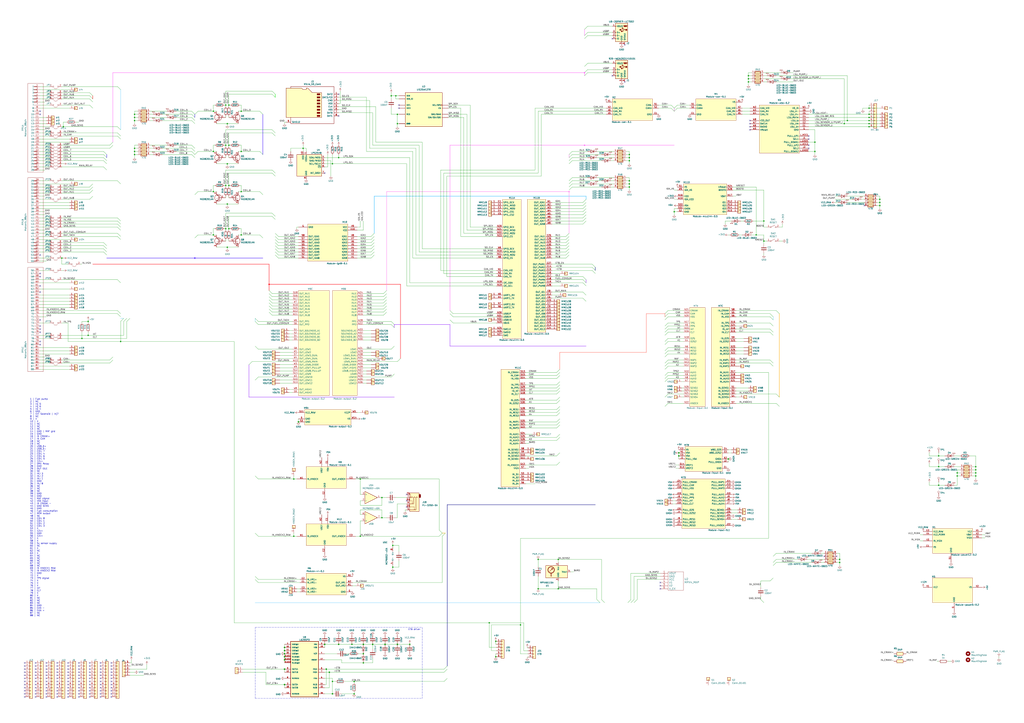
<source format=kicad_sch>
(kicad_sch (version 20210621) (generator eeschema)
  (paper "A1")
  (lib_symbols
    (symbol "Amplifier_Operational:MCP6002-xSN" (pin_names (offset 0.127))
      (property "Reference" "U" (at 0 5.08 0))
      (property "Value" "MCP6002-xSN" (at 0 -5.08 0))
      (symbol "MCP6002-xSN_1_1"
        (pin output line (at 7.62 0 180) (length 2.54) (name "~") (number "1"))
        (pin input line (at -7.62 -2.54 0) (length 2.54) (name "-") (number "2"))
        (pin input line (at -7.62 2.54 0) (length 2.54) (name "+") (number "3"))
      )
      (symbol "MCP6002-xSN_2_1"
        (pin input line (at -7.62 2.54 0) (length 2.54) (name "+") (number "5"))
        (pin input line (at -7.62 -2.54 0) (length 2.54) (name "-") (number "6"))
        (pin output line (at 7.62 0 180) (length 2.54) (name "~") (number "7"))
      )
      (symbol "MCP6002-xSN_3_1"
        (pin power_in line (at -2.54 -7.62 90) (length 3.81) (name "V-") (number "4"))
        (pin power_in line (at -2.54 7.62 270) (length 3.81) (name "V+") (number "8"))
      )
    )
    (symbol "Connector:AudioJack3_Switch"
      (property "Reference" "J" (at 0 11.43 0))
      (property "Value" "AudioJack3_Switch" (at 0 8.89 0))
      (symbol "AudioJack3_Switch_1_1"
        (pin passive line (at 5.08 0 180) (length 2.54) (name "~") (number "R"))
        (pin passive line (at 5.08 -2.54 180) (length 2.54) (name "~") (number "RN"))
        (pin passive line (at 5.08 5.08 180) (length 2.54) (name "~") (number "S"))
        (pin passive line (at 5.08 2.54 180) (length 2.54) (name "~") (number "SN"))
        (pin passive line (at 5.08 -5.08 180) (length 2.54) (name "~") (number "T"))
        (pin passive line (at 5.08 -7.62 180) (length 2.54) (name "~") (number "TN"))
      )
    )
    (symbol "Connector:Micro_SD_Card" (pin_names (offset 1.016))
      (property "Reference" "J" (at -16.51 15.24 0))
      (property "Value" "Micro_SD_Card" (at 16.51 15.24 0))
      (symbol "Micro_SD_Card_1_1"
        (pin bidirectional line (at -22.86 7.62 0) (length 3.81) (name "DAT2") (number "1"))
        (pin bidirectional line (at -22.86 5.08 0) (length 3.81) (name "DAT3/CD") (number "2"))
        (pin input line (at -22.86 2.54 0) (length 3.81) (name "CMD") (number "3"))
        (pin power_in line (at -22.86 0 0) (length 3.81) (name "VDD") (number "4"))
        (pin input line (at -22.86 -2.54 0) (length 3.81) (name "CLK") (number "5"))
        (pin power_in line (at -22.86 -5.08 0) (length 3.81) (name "VSS") (number "6"))
        (pin bidirectional line (at -22.86 -7.62 0) (length 3.81) (name "DAT0") (number "7"))
        (pin bidirectional line (at -22.86 -10.16 0) (length 3.81) (name "DAT1") (number "8"))
        (pin passive line (at 20.32 -15.24 180) (length 3.81) (name "SHIELD") (number "9"))
      )
    )
    (symbol "Connector:TestPoint" (pin_numbers hide) (pin_names (offset 0.762) hide)
      (property "Reference" "TP" (at 0 6.858 0))
      (property "Value" "TestPoint" (at 0 5.08 0))
      (symbol "TestPoint_1_1"
        (pin passive line (at 0 0 90) (length 2.54) (name "1") (number "1"))
      )
    )
    (symbol "Connector_Generic:Conn_01x01" (pin_names (offset 1.016) hide)
      (property "Reference" "J" (at 0 2.54 0))
      (property "Value" "Conn_01x01" (at 0 -2.54 0))
      (symbol "Conn_01x01_1_1"
        (pin passive line (at -5.08 0 0) (length 3.81) (name "Pin_1") (number "1"))
      )
    )
    (symbol "Connector_Generic:Conn_01x02" (pin_names (offset 1.016) hide)
      (property "Reference" "J" (at 0 2.54 0))
      (property "Value" "Conn_01x02" (at 0 -5.08 0))
      (symbol "Conn_01x02_1_1"
        (pin passive line (at -5.08 0 0) (length 3.81) (name "Pin_1") (number "1"))
        (pin passive line (at -5.08 -2.54 0) (length 3.81) (name "Pin_2") (number "2"))
      )
    )
    (symbol "Connector_Generic:Conn_01x04" (pin_names (offset 1.016) hide)
      (property "Reference" "J" (at 0 5.08 0))
      (property "Value" "Conn_01x04" (at 0 -7.62 0))
      (symbol "Conn_01x04_1_1"
        (pin passive line (at -5.08 2.54 0) (length 3.81) (name "Pin_1") (number "1"))
        (pin passive line (at -5.08 0 0) (length 3.81) (name "Pin_2") (number "2"))
        (pin passive line (at -5.08 -2.54 0) (length 3.81) (name "Pin_3") (number "3"))
        (pin passive line (at -5.08 -5.08 0) (length 3.81) (name "Pin_4") (number "4"))
      )
    )
    (symbol "Connector_Generic:Conn_01x05" (pin_names (offset 1.016) hide)
      (property "Reference" "J" (at 0 7.62 0))
      (property "Value" "Conn_01x05" (at 0 -7.62 0))
      (symbol "Conn_01x05_1_1"
        (pin passive line (at -5.08 5.08 0) (length 3.81) (name "Pin_1") (number "1"))
        (pin passive line (at -5.08 2.54 0) (length 3.81) (name "Pin_2") (number "2"))
        (pin passive line (at -5.08 0 0) (length 3.81) (name "Pin_3") (number "3"))
        (pin passive line (at -5.08 -2.54 0) (length 3.81) (name "Pin_4") (number "4"))
        (pin passive line (at -5.08 -5.08 0) (length 3.81) (name "Pin_5") (number "5"))
      )
    )
    (symbol "Connector_Generic:Conn_01x06" (pin_names (offset 1.016) hide)
      (property "Reference" "J" (at 0 7.62 0))
      (property "Value" "Conn_01x06" (at 0 -10.16 0))
      (symbol "Conn_01x06_1_1"
        (pin passive line (at -5.08 5.08 0) (length 3.81) (name "Pin_1") (number "1"))
        (pin passive line (at -5.08 2.54 0) (length 3.81) (name "Pin_2") (number "2"))
        (pin passive line (at -5.08 0 0) (length 3.81) (name "Pin_3") (number "3"))
        (pin passive line (at -5.08 -2.54 0) (length 3.81) (name "Pin_4") (number "4"))
        (pin passive line (at -5.08 -5.08 0) (length 3.81) (name "Pin_5") (number "5"))
        (pin passive line (at -5.08 -7.62 0) (length 3.81) (name "Pin_6") (number "6"))
      )
    )
    (symbol "Connector_Generic:Conn_01x08" (pin_names (offset 1.016) hide)
      (property "Reference" "J" (at 0 10.16 0))
      (property "Value" "Conn_01x08" (at 0 -12.7 0))
      (symbol "Conn_01x08_1_1"
        (pin passive line (at -5.08 7.62 0) (length 3.81) (name "Pin_1") (number "1"))
        (pin passive line (at -5.08 5.08 0) (length 3.81) (name "Pin_2") (number "2"))
        (pin passive line (at -5.08 2.54 0) (length 3.81) (name "Pin_3") (number "3"))
        (pin passive line (at -5.08 0 0) (length 3.81) (name "Pin_4") (number "4"))
        (pin passive line (at -5.08 -2.54 0) (length 3.81) (name "Pin_5") (number "5"))
        (pin passive line (at -5.08 -5.08 0) (length 3.81) (name "Pin_6") (number "6"))
        (pin passive line (at -5.08 -7.62 0) (length 3.81) (name "Pin_7") (number "7"))
        (pin passive line (at -5.08 -10.16 0) (length 3.81) (name "Pin_8") (number "8"))
      )
    )
    (symbol "Connector_Generic:Conn_01x12" (pin_names (offset 1.016) hide)
      (property "Reference" "J" (at 0 15.24 0))
      (property "Value" "Conn_01x12" (at 0 -17.78 0))
      (symbol "Conn_01x12_1_1"
        (pin passive line (at -5.08 12.7 0) (length 3.81) (name "Pin_1") (number "1"))
        (pin passive line (at -5.08 -10.16 0) (length 3.81) (name "Pin_10") (number "10"))
        (pin passive line (at -5.08 -12.7 0) (length 3.81) (name "Pin_11") (number "11"))
        (pin passive line (at -5.08 -15.24 0) (length 3.81) (name "Pin_12") (number "12"))
        (pin passive line (at -5.08 10.16 0) (length 3.81) (name "Pin_2") (number "2"))
        (pin passive line (at -5.08 7.62 0) (length 3.81) (name "Pin_3") (number "3"))
        (pin passive line (at -5.08 5.08 0) (length 3.81) (name "Pin_4") (number "4"))
        (pin passive line (at -5.08 2.54 0) (length 3.81) (name "Pin_5") (number "5"))
        (pin passive line (at -5.08 0 0) (length 3.81) (name "Pin_6") (number "6"))
        (pin passive line (at -5.08 -2.54 0) (length 3.81) (name "Pin_7") (number "7"))
        (pin passive line (at -5.08 -5.08 0) (length 3.81) (name "Pin_8") (number "8"))
        (pin passive line (at -5.08 -7.62 0) (length 3.81) (name "Pin_9") (number "9"))
      )
    )
    (symbol "Device:C" (pin_numbers hide) (pin_names (offset 0.254))
      (property "Reference" "C" (at 0.635 2.54 0))
      (property "Value" "C" (at 0.635 -2.54 0))
      (symbol "C_1_1"
        (pin passive line (at 0 3.81 270) (length 2.794) (name "~") (number "1"))
        (pin passive line (at 0 -3.81 90) (length 2.794) (name "~") (number "2"))
      )
    )
    (symbol "Device:D" (pin_numbers hide) (pin_names (offset 1.016) hide)
      (property "Reference" "D" (at 0 2.54 0))
      (property "Value" "D" (at 0 -2.54 0))
      (symbol "D_1_1"
        (pin passive line (at -3.81 0 0) (length 2.54) (name "K") (number "1"))
        (pin passive line (at 3.81 0 180) (length 2.54) (name "A") (number "2"))
      )
    )
    (symbol "Device:LED" (pin_numbers hide) (pin_names (offset 1.016) hide)
      (property "Reference" "D" (at 0 2.54 0))
      (property "Value" "LED" (at 0 -2.54 0))
      (symbol "LED_1_1"
        (pin passive line (at -3.81 0 0) (length 2.54) (name "K") (number "1"))
        (pin passive line (at 3.81 0 180) (length 2.54) (name "A") (number "2"))
      )
    )
    (symbol "Device:Q_NIGBT_GCE" (pin_names (offset 0) hide)
      (property "Reference" "Q" (at 5.08 1.27 0))
      (property "Value" "Q_NIGBT_GCE" (at 5.08 -1.27 0))
      (symbol "Q_NIGBT_GCE_1_1"
        (pin input line (at -5.08 0 0) (length 5.334) (name "G") (number "1"))
        (pin passive line (at 2.54 5.08 270) (length 2.54) (name "C") (number "2"))
        (pin passive line (at 2.54 -5.08 90) (length 2.54) (name "E") (number "3"))
      )
    )
    (symbol "Device:R" (pin_numbers hide) (pin_names (offset 0))
      (property "Reference" "R" (at 2.032 0 90))
      (property "Value" "R" (at 0 0 90))
      (symbol "R_1_1"
        (pin passive line (at 0 3.81 270) (length 1.27) (name "~") (number "1"))
        (pin passive line (at 0 -3.81 90) (length 1.27) (name "~") (number "2"))
      )
    )
    (symbol "Device:R_Pack04" (pin_names (offset 0) hide)
      (property "Reference" "RN" (at -7.62 0 90))
      (property "Value" "R_Pack04" (at 5.08 0 90))
      (symbol "R_Pack04_1_1"
        (pin passive line (at -5.08 -5.08 90) (length 2.54) (name "R1.1") (number "1"))
        (pin passive line (at -2.54 -5.08 90) (length 2.54) (name "R2.1") (number "2"))
        (pin passive line (at 0 -5.08 90) (length 2.54) (name "R3.1") (number "3"))
        (pin passive line (at 2.54 -5.08 90) (length 2.54) (name "R4.1") (number "4"))
        (pin passive line (at 2.54 5.08 270) (length 2.54) (name "R4.2") (number "5"))
        (pin passive line (at 0 5.08 270) (length 2.54) (name "R3.2") (number "6"))
        (pin passive line (at -2.54 5.08 270) (length 2.54) (name "R2.2") (number "7"))
        (pin passive line (at -5.08 5.08 270) (length 2.54) (name "R1.2") (number "8"))
      )
    )
    (symbol "Jumper:Jumper_2_Open" (pin_names (offset 0) hide)
      (property "Reference" "JP" (at 0 2.794 0))
      (property "Value" "Jumper_2_Open" (at 0 -2.286 0))
      (symbol "Jumper_2_Open_1_1"
        (pin passive line (at -5.08 0 0) (length 2.54) (name "A") (number "1"))
        (pin passive line (at 5.08 0 180) (length 2.54) (name "B") (number "2"))
      )
    )
    (symbol "L6205PD:L6205PD" (pin_names (offset 1.016))
      (property "Reference" "U" (at -10.1854 24.0538 0))
      (property "Value" "L6205PD" (at -10.1854 -25.6794 0))
      (symbol "L6205PD_0_0"
        (pin power_in line (at 17.78 20.32 180) (length 5.08) (name "GND@1") (number "1"))
        (pin power_in line (at 17.78 17.78 180) (length 5.08) (name "GND@2") (number "10"))
        (pin power_in line (at 17.78 15.24 180) (length 5.08) (name "GND@3") (number "11"))
        (pin output line (at 17.78 -2.54 180) (length 5.08) (name "OUT1B") (number "12"))
        (pin power_in line (at 17.78 -20.32 180) (length 5.08) (name "SENSEB") (number "13"))
        (pin input line (at -15.24 -12.7 0) (length 5.08) (name "IN1B") (number "14"))
        (pin input line (at -15.24 -15.24 0) (length 5.08) (name "IN2B") (number "15"))
        (pin bidirectional line (at -15.24 -20.32 0) (length 5.08) (name "ENB") (number "16"))
        (pin passive line (at -15.24 7.62 0) (length 5.08) (name "VBOOT") (number "17"))
        (pin output line (at 17.78 -15.24 180) (length 5.08) (name "OUT2B") (number "18"))
        (pin power_in line (at -15.24 17.78 0) (length 5.08) (name "VSB") (number "19"))
        (pin power_in line (at -15.24 20.32 0) (length 5.08) (name "VSA") (number "2"))
        (pin power_in line (at 17.78 12.7 180) (length 5.08) (name "GND@4") (number "20"))
        (pin output line (at 17.78 -12.7 180) (length 5.08) (name "OUT2A") (number "3"))
        (pin passive line (at -15.24 12.7 0) (length 5.08) (name "VCP") (number "4"))
        (pin bidirectional line (at -15.24 -7.62 0) (length 5.08) (name "ENA") (number "5"))
        (pin input line (at -15.24 0 0) (length 5.08) (name "IN1A") (number "6"))
        (pin input line (at -15.24 -2.54 0) (length 5.08) (name "IN2A") (number "7"))
        (pin power_in line (at 17.78 -7.62 180) (length 5.08) (name "SENSEA") (number "8"))
        (pin output line (at 17.78 0 180) (length 5.08) (name "OUT1A") (number "9"))
        (pin power_in line (at 17.78 10.16 180) (length 5.08) (name "SLUG@1") (number "SLUG1"))
        (pin power_in line (at 17.78 7.62 180) (length 5.08) (name "SLUG@2") (number "SLUG2"))
        (pin power_in line (at 17.78 5.08 180) (length 5.08) (name "SLUG@3") (number "SLUG3"))
      )
    )
    (symbol "LIS2DW12TR:LIS2DW12TR" (pin_numbers hide) (pin_names (offset 1.016))
      (property "Reference" "U" (at -15.24 12.7 0))
      (property "Value" "LIS2DW12TR" (at -15.24 -17.78 0))
      (symbol "LIS2DW12TR_0_0"
        (pin input clock (at -20.32 2.54 0) (length 5.08) (name "SCL/SPC") (number "1"))
        (pin power_in line (at 20.32 7.62 180) (length 5.08) (name "VDD_IO") (number "10"))
        (pin output line (at 20.32 0 180) (length 5.08) (name "INT2") (number "11"))
        (pin output line (at 20.32 2.54 180) (length 5.08) (name "INT1") (number "12"))
        (pin input line (at -20.32 0 0) (length 5.08) (name "CS") (number "2"))
        (pin bidirectional line (at -20.32 -5.08 0) (length 5.08) (name "SDO/SDA0") (number "3"))
        (pin bidirectional line (at -20.32 -7.62 0) (length 5.08) (name "SDA/SDI/SDO") (number "4"))
        (pin power_in line (at 20.32 -12.7 180) (length 5.08) (name "GND") (number "6"))
        (pin passive line (at 20.32 -5.08 180) (length 5.08) (name "RES") (number "7"))
        (pin power_in line (at 20.32 -12.7 180) (length 5.08) (name "GND") (number "8"))
        (pin power_in line (at 20.32 10.16 180) (length 5.08) (name "VDD") (number "9"))
      )
    )
    (symbol "MPX-4_MAP:MPX4_MAP" (pin_names (offset 0.762))
      (property "Reference" "U" (at 0 10.16 0))
      (property "Value" "MPX4_MAP" (at 8.89 0 90))
      (symbol "MPX4_MAP_1_1"
        (pin passive line (at -8.89 6.35 0) (length 6.35) (name "VOUT") (number "1"))
        (pin passive line (at -8.89 3.81 0) (length 6.35) (name "GND") (number "2"))
        (pin passive line (at -8.89 1.27 0) (length 6.35) (name "VCC") (number "3"))
        (pin passive line (at -8.89 -1.27 0) (length 6.35) (name "V1") (number "4"))
        (pin passive line (at -8.89 -3.81 0) (length 6.35) (name "V2") (number "5"))
        (pin passive line (at -8.89 -6.35 0) (length 6.35) (name "V_EX") (number "6"))
      )
    )
    (symbol "Mechanical:MountingHole" (pin_names (offset 1.016))
      (property "Reference" "H" (at 0 5.08 0))
      (property "Value" "MountingHole" (at 0 3.175 0))
    )
    (symbol "Sensor_Pressure:LPS25HB"
      (property "Reference" "U" (at -10.16 8.89 0))
      (property "Value" "LPS25HB" (at 10.16 8.89 0))
      (symbol "LPS25HB_1_1"
        (pin power_in line (at -2.54 10.16 270) (length 2.54) (name "VDDio") (number "1"))
        (pin power_in line (at -5.08 10.16 270) (length 2.54) (name "VDD") (number "10"))
        (pin input line (at 12.7 0 180) (length 2.54) (name "SCL/SCLK") (number "2"))
        (pin passive line (at -2.54 -12.7 90) (length 2.54) hide (name "GND") (number "3"))
        (pin bidirectional line (at 12.7 5.08 180) (length 2.54) (name "SDA/MOSI") (number "4"))
        (pin bidirectional line (at 12.7 2.54 180) (length 2.54) (name "SA0/MISO") (number "5"))
        (pin input line (at 12.7 -2.54 180) (length 2.54) (name "~{CS}") (number "6"))
        (pin output line (at 12.7 -7.62 180) (length 2.54) (name "INT_DRDY") (number "7"))
        (pin power_in line (at -2.54 -12.7 90) (length 2.54) (name "GND") (number "8"))
        (pin passive line (at -2.54 -12.7 90) (length 2.54) hide (name "GND") (number "9"))
      )
    )
    (symbol "Sensor_Pressure:MPXA6115A"
      (property "Reference" "U" (at -10.16 6.35 0))
      (property "Value" "MPXA6115A" (at 1.27 6.35 0))
      (symbol "MPXA6115A_1_1"
        (pin no_connect line (at 5.08 -5.08 90) (length 2.54) hide (name "NC") (number "1"))
        (pin power_in line (at 0 7.62 270) (length 2.54) (name "Vcc") (number "2"))
        (pin power_in line (at 0 -7.62 90) (length 2.54) (name "GND") (number "3"))
        (pin output line (at 10.16 0 180) (length 2.54) (name "Vout") (number "4"))
        (pin no_connect line (at -7.62 -5.08 90) (length 2.54) hide (name "NC") (number "5"))
        (pin no_connect line (at -5.08 -5.08 90) (length 2.54) hide (name "NC") (number "6"))
        (pin no_connect line (at -2.54 -5.08 90) (length 2.54) hide (name "NC") (number "7"))
        (pin no_connect line (at 2.54 -5.08 90) (length 2.54) hide (name "NC") (number "8"))
      )
    )
    (symbol "Switch:SW_SPST" (pin_names (offset 0) hide)
      (property "Reference" "SW" (at 0 3.175 0))
      (property "Value" "SW_SPST" (at 0 -2.54 0))
      (symbol "SW_SPST_1_1"
        (pin passive line (at -5.08 0 0) (length 2.54) (name "A") (number "1"))
        (pin passive line (at 5.08 0 180) (length 2.54) (name "B") (number "2"))
      )
    )
    (symbol "hellen-one-can-0.1:Module-can-0.1"
      (property "Reference" "M" (at 0 0 0))
      (property "Value" "Module-can-0.1" (at 0 0 0))
      (symbol "Module-can-0.1_1_0"
        (pin passive line (at 38.1 -12.7 180) (length 5.08) (name "GND") (number "E1"))
        (pin passive line (at 38.1 -5.08 180) (length 5.08) (name "CANL") (number "S1"))
        (pin passive line (at 38.1 -7.62 180) (length 5.08) (name "CANH") (number "S2"))
        (pin passive line (at -5.08 -2.54 0) (length 5.08) (name "V5") (number "V1"))
        (pin passive line (at -5.08 -7.62 0) (length 5.08) (name "CAN_VIO") (number "V2"))
        (pin passive line (at -5.08 -12.7 0) (length 5.08) (name "CAN_TX") (number "V5"))
        (pin passive line (at -5.08 -10.16 0) (length 5.08) (name "CAN_RX") (number "V6"))
      )
    )
    (symbol "hellen-one-common:Pad" (pin_numbers hide) (pin_names (offset 1.016) hide)
      (property "Reference" "P" (at 2.54 0 0))
      (symbol "Pad_1_1"
        (pin passive line (at -5.08 0 0) (length 3.81) (name "Pin_1") (number "1"))
      )
    )
    (symbol "hellen-one-common:Pad_1" (pin_numbers hide) (pin_names (offset 1.016) hide)
      (property "Reference" "P" (at 2.54 0 0))
      (symbol "Pad_1_1_1"
        (pin passive line (at -5.08 0 0) (length 3.81) (name "Pin_1") (number "1"))
      )
    )
    (symbol "hellen-one-common:Pad_2" (pin_numbers hide) (pin_names (offset 1.016) hide)
      (property "Reference" "P" (at 2.54 0 0))
      (symbol "Pad_2_1_1"
        (pin passive line (at -5.08 0 0) (length 3.81) (name "Pin_1") (number "1"))
      )
    )
    (symbol "hellen-one-common:Pad_3" (pin_numbers hide) (pin_names (offset 1.016) hide)
      (property "Reference" "P" (at 2.54 0 0))
      (symbol "Pad_3_1_1"
        (pin passive line (at -5.08 0 0) (length 3.81) (name "Pin_1") (number "1"))
      )
    )
    (symbol "hellen-one-common:Pad_32" (pin_numbers hide) (pin_names (offset 1.016) hide)
      (property "Reference" "P" (at 2.54 0 0))
      (symbol "Pad_32_1_1"
        (pin passive line (at -5.08 0 0) (length 3.81) (name "Pin_1") (number "1"))
      )
    )
    (symbol "hellen-one-common:Pad_33" (pin_numbers hide) (pin_names (offset 1.016) hide)
      (property "Reference" "P" (at 2.54 0 0))
      (symbol "Pad_33_1_1"
        (pin passive line (at -5.08 0 0) (length 3.81) (name "Pin_1") (number "1"))
      )
    )
    (symbol "hellen-one-common:Pad_4" (pin_numbers hide) (pin_names (offset 1.016) hide)
      (property "Reference" "P" (at 2.54 0 0))
      (symbol "Pad_4_1_1"
        (pin passive line (at -5.08 0 0) (length 3.81) (name "Pin_1") (number "1"))
      )
    )
    (symbol "hellen-one-common:Res" (pin_numbers hide)
      (property "Reference" "R" (at 3.81 2.54 0))
      (property "Value" "Res" (at 5.08 -2.54 0))
      (symbol "Res_1_0"
        (pin passive line (at 0 0 0) (length 2.54) (name "") (number "1"))
        (pin passive line (at 10.16 0 180) (length 2.54) (name "") (number "2"))
      )
    )
    (symbol "hellen-one-common:USB_B_Mini" (pin_names (offset 1.016))
      (property "Reference" "J" (at -5.08 11.43 0))
      (property "Value" "USB_B_Mini" (at -5.08 8.89 0))
      (symbol "USB_B_Mini_1_1"
        (pin power_out line (at 7.62 5.08 180) (length 2.54) (name "VBUS") (number "1"))
        (pin passive line (at 7.62 -2.54 180) (length 2.54) (name "D-") (number "2"))
        (pin passive line (at 7.62 0 180) (length 2.54) (name "D+") (number "3"))
        (pin passive line (at 7.62 -5.08 180) (length 2.54) (name "ID") (number "4"))
        (pin power_out line (at 0 -10.16 90) (length 2.54) (name "GND") (number "5"))
        (pin passive line (at -2.54 -10.16 90) (length 2.54) (name "Shield") (number "6"))
      )
    )
    (symbol "hellen-one-ign8-0.1:Module-ign8-0.1"
      (property "Reference" "M" (at 0 0 0))
      (property "Value" "Module-ign8-0.1" (at 0 0 0))
      (symbol "Module-ign8-0.1_1_0"
        (pin passive line (at 40.64 -2.54 180) (length 7.62) (name "GND") (number "G"))
        (pin passive line (at 40.64 -27.94 180) (length 7.62) (name "OUT_IGN8") (number "S1"))
        (pin passive line (at 40.64 -25.4 180) (length 7.62) (name "OUT_IGN7") (number "S2"))
        (pin passive line (at 40.64 -22.86 180) (length 7.62) (name "OUT_IGN6") (number "S3"))
        (pin passive line (at 40.64 -20.32 180) (length 7.62) (name "OUT_IGN5") (number "S4"))
        (pin passive line (at 40.64 -17.78 180) (length 7.62) (name "OUT_IGN4") (number "S5"))
        (pin passive line (at 40.64 -15.24 180) (length 7.62) (name "OUT_IGN3") (number "S6"))
        (pin passive line (at 40.64 -12.7 180) (length 7.62) (name "OUT_IGN2") (number "S7"))
        (pin passive line (at 40.64 -10.16 180) (length 7.62) (name "OUT_IGN1") (number "S8"))
        (pin passive line (at -7.62 -27.94 0) (length 7.62) (name "IGN8") (number "V1"))
        (pin passive line (at -7.62 -5.08 0) (length 7.62) (name "V33") (number "V10"))
        (pin passive line (at -7.62 -25.4 0) (length 7.62) (name "IGN7") (number "V2"))
        (pin passive line (at -7.62 -22.86 0) (length 7.62) (name "IGN6") (number "V3"))
        (pin passive line (at -7.62 -20.32 0) (length 7.62) (name "IGN5") (number "V4"))
        (pin passive line (at -7.62 -17.78 0) (length 7.62) (name "IGN4") (number "V5"))
        (pin passive line (at -7.62 -15.24 0) (length 7.62) (name "IGN3") (number "V6"))
        (pin passive line (at -7.62 -12.7 0) (length 7.62) (name "IGN2") (number "V7"))
        (pin passive line (at -7.62 -10.16 0) (length 7.62) (name "IGN1") (number "V8"))
        (pin passive line (at -7.62 -2.54 0) (length 7.62) (name "VCC") (number "V9"))
      )
    )
    (symbol "hellen-one-input-0.1:Module-input-0.1"
      (property "Reference" "M" (at 0 0 0))
      (property "Value" "Module-input-0.1" (at 0 0 0))
      (symbol "Module-input-0.1_1_0"
        (pin passive line (at 17.78 -53.34 180) (length 5.08) (name "AUX1") (number "N10"))
        (pin passive line (at 17.78 -38.1 180) (length 5.08) (name "RES3") (number "N11"))
        (pin passive line (at 17.78 -48.26 180) (length 5.08) (name "MAP3") (number "N12"))
        (pin passive line (at 17.78 -45.72 180) (length 5.08) (name "MAP2") (number "N13"))
        (pin passive line (at 17.78 -43.18 180) (length 5.08) (name "MAP1") (number "N14"))
        (pin passive line (at 17.78 -17.78 180) (length 5.08) (name "IAT") (number "N15"))
        (pin passive line (at 17.78 -20.32 180) (length 5.08) (name "CLT") (number "N16"))
        (pin passive line (at 17.78 -12.7 180) (length 5.08) (name "TPS") (number "N17"))
        (pin passive line (at 17.78 -25.4 180) (length 5.08) (name "O2S") (number "N18"))
        (pin passive line (at 17.78 -5.08 180) (length 5.08) (name "CAM") (number "N19"))
        (pin passive line (at 17.78 -7.62 180) (length 5.08) (name "VSS") (number "N20"))
        (pin passive line (at 17.78 -2.54 180) (length 5.08) (name "CRANK") (number "N21"))
        (pin passive line (at 17.78 -78.74 180) (length 5.08) (name "KNOCK") (number "N22"))
        (pin passive line (at 17.78 -73.66 180) (length 5.08) (name "SENS4") (number "N23"))
        (pin passive line (at 17.78 -71.12 180) (length 5.08) (name "SENS3") (number "N24"))
        (pin passive line (at 17.78 -68.58 180) (length 5.08) (name "SENS2") (number "N25"))
        (pin passive line (at 17.78 -66.04 180) (length 5.08) (name "SENS1") (number "N26"))
        (pin passive line (at 17.78 -35.56 180) (length 5.08) (name "RES2") (number "N3"))
        (pin passive line (at 17.78 -27.94 180) (length 5.08) (name "O2S2") (number "N4"))
        (pin passive line (at 17.78 -15.24 180) (length 5.08) (name "PPS") (number "N5"))
        (pin passive line (at 17.78 -33.02 180) (length 5.08) (name "RES1") (number "N6"))
        (pin passive line (at 17.78 -60.96 180) (length 5.08) (name "AUX4") (number "N7"))
        (pin passive line (at 17.78 -58.42 180) (length 5.08) (name "AUX3") (number "N8"))
        (pin passive line (at 17.78 -55.88 180) (length 5.08) (name "AUX2") (number "N9"))
      )
      (symbol "Module-input-0.1_2_0"
        (pin passive line (at 35.56 -17.78 180) (length 5.08) (name "GND") (number "E1"))
        (pin passive line (at -5.08 -2.54 0) (length 5.08) (name "V5") (number "E2"))
        (pin passive line (at 35.56 -5.08 180) (length 5.08) (name "WBO_O2S2") (number "E3"))
        (pin passive line (at 35.56 -2.54 180) (length 5.08) (name "WBO_O2S") (number "E4"))
        (pin passive line (at -5.08 -7.62 0) (length 5.08) (name "V5A") (number "E5"))
        (pin passive line (at -5.08 -10.16 0) (length 5.08) (name "PULL_V5A") (number "J1"))
        (pin passive line (at 35.56 -12.7 180) (length 5.08) (name "PULL_GNDA") (number "J2"))
        (pin passive line (at -5.08 -5.08 0) (length 5.08) (name "V5A") (number "N1"))
        (pin passive line (at 35.56 -10.16 180) (length 5.08) (name "GNDA") (number "N2"))
        (pin passive line (at -5.08 -17.78 0) (length 5.08) (name "VREF2") (number "S13"))
        (pin passive line (at -5.08 -15.24 0) (length 5.08) (name "VREF1") (number "S14"))
      )
      (symbol "Module-input-0.1_3_0"
        (pin passive line (at -5.08 -66.04 0) (length 5.08) (name "IN_SENS1") (number "S1"))
        (pin passive line (at -5.08 -12.7 0) (length 5.08) (name "IN_TPS") (number "S10"))
        (pin passive line (at -5.08 -43.18 0) (length 5.08) (name "IN_MAP1") (number "S11"))
        (pin passive line (at -5.08 -45.72 0) (length 5.08) (name "IN_MAP2") (number "S12"))
        (pin passive line (at -5.08 -20.32 0) (length 5.08) (name "IN_CLT") (number "S15"))
        (pin passive line (at -5.08 -17.78 0) (length 5.08) (name "IN_IAT") (number "S16"))
        (pin passive line (at -5.08 -53.34 0) (length 5.08) (name "IN_AUX1") (number "S17"))
        (pin passive line (at -5.08 -55.88 0) (length 5.08) (name "IN_AUX2") (number "S18"))
        (pin passive line (at -5.08 -48.26 0) (length 5.08) (name "IN_MAP3") (number "S19"))
        (pin passive line (at -5.08 -68.58 0) (length 5.08) (name "IN_SENS2") (number "S2"))
        (pin passive line (at -5.08 -58.42 0) (length 5.08) (name "IN_AUX3") (number "S20"))
        (pin passive line (at -5.08 -60.96 0) (length 5.08) (name "IN_AUX4") (number "S21"))
        (pin passive line (at -5.08 -38.1 0) (length 5.08) (name "IN_RES3") (number "S22"))
        (pin passive line (at -5.08 -33.02 0) (length 5.08) (name "IN_RES1") (number "S23"))
        (pin passive line (at -5.08 -15.24 0) (length 5.08) (name "IN_PPS") (number "S24"))
        (pin passive line (at -5.08 -27.94 0) (length 5.08) (name "IN_O2S2") (number "S25"))
        (pin passive line (at -5.08 -35.56 0) (length 5.08) (name "IN_RES2") (number "S26"))
        (pin passive line (at -5.08 -71.12 0) (length 5.08) (name "IN_SENS3") (number "S3"))
        (pin passive line (at -5.08 -73.66 0) (length 5.08) (name "IN_SENS4") (number "S4"))
        (pin passive line (at -5.08 -5.08 0) (length 5.08) (name "IN_CAM") (number "S5"))
        (pin passive line (at -5.08 -7.62 0) (length 5.08) (name "IN_VSS") (number "S6"))
        (pin passive line (at -5.08 -78.74 0) (length 5.08) (name "IN_KNOCK") (number "S7"))
        (pin passive line (at -5.08 -2.54 0) (length 5.08) (name "IN_CRANK") (number "S8"))
        (pin passive line (at -5.08 -25.4 0) (length 5.08) (name "IN_O2S") (number "S9"))
      )
      (symbol "Module-input-0.1_4_0"
        (pin passive line (at 40.64 -12.7 180) (length 5.08) (name "PULL_AUX1") (number "J10"))
        (pin passive line (at -5.08 -38.1 0) (length 5.08) (name "PULL_RES3") (number "J11"))
        (pin passive line (at 40.64 -7.62 180) (length 5.08) (name "PULL_MAP3") (number "J12"))
        (pin passive line (at 40.64 -5.08 180) (length 5.08) (name "PULL_MAP2") (number "J13"))
        (pin passive line (at 40.64 -2.54 180) (length 5.08) (name "PULL_MAP1") (number "J14"))
        (pin passive line (at -5.08 -17.78 0) (length 5.08) (name "PULL_IAT") (number "J15"))
        (pin passive line (at -5.08 -20.32 0) (length 5.08) (name "PULL_CLT") (number "J16"))
        (pin passive line (at -5.08 -5.08 0) (length 5.08) (name "PULL_CAM") (number "J17"))
        (pin passive line (at -5.08 -7.62 0) (length 5.08) (name "PULL_VSS") (number "J18"))
        (pin passive line (at -5.08 -12.7 0) (length 5.08) (name "PULL_TPS") (number "J19"))
        (pin passive line (at -5.08 -25.4 0) (length 5.08) (name "PULL_O2S") (number "J20"))
        (pin passive line (at -5.08 -2.54 0) (length 5.08) (name "PULL_CRANK") (number "J21"))
        (pin passive line (at 40.64 -38.1 180) (length 5.08) (name "PULL_KNOCK") (number "J22"))
        (pin passive line (at 40.64 -33.02 180) (length 5.08) (name "PULL_SENS4") (number "J23"))
        (pin passive line (at 40.64 -30.48 180) (length 5.08) (name "PULL_SENS3") (number "J24"))
        (pin passive line (at 40.64 -27.94 180) (length 5.08) (name "PULL_SENS2") (number "J25"))
        (pin passive line (at 40.64 -25.4 180) (length 5.08) (name "PULL_SENS1") (number "J26"))
        (pin passive line (at -5.08 -35.56 0) (length 5.08) (name "PULL_RES2") (number "J3"))
        (pin passive line (at -5.08 -27.94 0) (length 5.08) (name "PULL_O2S2") (number "J4"))
        (pin passive line (at -5.08 -15.24 0) (length 5.08) (name "PULL_PPS") (number "J5"))
        (pin passive line (at -5.08 -33.02 0) (length 5.08) (name "PULL_RES1") (number "J6"))
        (pin passive line (at 40.64 -20.32 180) (length 5.08) (name "PULL_AUX4") (number "J7"))
        (pin passive line (at 40.64 -17.78 180) (length 5.08) (name "PULL_AUX3") (number "J8"))
        (pin passive line (at 40.64 -15.24 180) (length 5.08) (name "PULL_AUX2") (number "J9"))
      )
    )
    (symbol "hellen-one-knock-0.1:Module-knock-0.1"
      (property "Reference" "M" (at 0 0 0))
      (property "Value" "Module-knock-0.1" (at 0 0 0))
      (symbol "Module-knock-0.1_1_0"
        (pin passive line (at 17.78 7.62 270) (length 7.62) (name "V5A") (number "E1"))
        (pin passive line (at 15.24 -25.4 90) (length 7.62) (name "GND") (number "E2"))
        (pin passive line (at 40.64 -10.16 180) (length 7.62) (name "OUT_KNOCK") (number "E3"))
        (pin passive line (at -7.62 -10.16 0) (length 7.62) (name "IN_KNOCK") (number "W1"))
        (pin passive line (at 12.7 7.62 270) (length 7.62) (name "VREF") (number "W2"))
      )
    )
    (symbol "hellen-one-mcu-000.5:Module-mcu-0.5"
      (property "Reference" "M" (at 0 0 0))
      (property "Value" "Module-mcu-0.5" (at 0 0 0))
      (symbol "Module-mcu-0.5_1_0"
        (pin passive line (at 20.32 -2.54 180) (length 5.08) (name "SPI1_SCK") (number "E1"))
        (pin passive line (at 20.32 -5.08 180) (length 5.08) (name "SPI1_MISO") (number "E2"))
        (pin passive line (at 20.32 -7.62 180) (length 5.08) (name "SPI1_MOSI") (number "E3"))
        (pin passive line (at 20.32 -10.16 180) (length 5.08) (name "SPI1_CS1") (number "E4"))
        (pin passive line (at 20.32 -12.7 180) (length 5.08) (name "SPI1_CS2") (number "E5"))
        (pin passive line (at 20.32 -58.42 180) (length 5.08) (name "CAN_VIO") (number "N1"))
        (pin passive line (at 20.32 -43.18 180) (length 5.08) (name "SPI3_MISO") (number "N10"))
        (pin passive line (at 20.32 -45.72 180) (length 5.08) (name "SPI3_MOSI") (number "N11"))
        (pin passive line (at 20.32 -68.58 180) (length 5.08) (name "I2C_SDA") (number "N18"))
        (pin passive line (at 20.32 -71.12 180) (length 5.08) (name "I2C_SCL") (number "N19"))
        (pin passive line (at 20.32 -60.96 180) (length 5.08) (name "CAN_RX") (number "N2"))
        (pin passive line (at 20.32 -22.86 180) (length 5.08) (name "SPI2_SCK") (number "N20"))
        (pin passive line (at 20.32 -25.4 180) (length 5.08) (name "SPI2_MISO") (number "N21"))
        (pin passive line (at 20.32 -27.94 180) (length 5.08) (name "SPI2_MOSI") (number "N22"))
        (pin passive line (at 20.32 -30.48 180) (length 5.08) (name "SPI2_CS") (number "N23"))
        (pin passive line (at 20.32 -106.68 180) (length 5.08) (name "SWCLK") (number "N25"))
        (pin passive line (at 20.32 -109.22 180) (length 5.08) (name "SWDIO") (number "N26"))
        (pin passive line (at 20.32 -111.76 180) (length 5.08) (name "SWO") (number "N27"))
        (pin passive line (at 20.32 -101.6 180) (length 5.08) (name "VBUS") (number "N29"))
        (pin passive line (at 20.32 -63.5 180) (length 5.08) (name "CAN_TX") (number "N3"))
        (pin passive line (at 20.32 -93.98 180) (length 5.08) (name "USB1P") (number "N30"))
        (pin passive line (at 20.32 -96.52 180) (length 5.08) (name "USB1M") (number "N31"))
        (pin passive line (at 20.32 -99.06 180) (length 5.08) (name "USB1ID") (number "N32"))
        (pin passive line (at 20.32 -81.28 180) (length 5.08) (name "UART1_TX") (number "N4"))
        (pin passive line (at 20.32 -78.74 180) (length 5.08) (name "UART1_RX") (number "N5"))
        (pin passive line (at 20.32 -88.9 180) (length 5.08) (name "UART2_TX") (number "N6"))
        (pin passive line (at 20.32 -86.36 180) (length 5.08) (name "UART2_RX") (number "N7"))
        (pin passive line (at 20.32 -48.26 180) (length 5.08) (name "SPI3_CS") (number "N8"))
        (pin passive line (at 20.32 -40.64 180) (length 5.08) (name "SPI3_SCK") (number "N9"))
      )
      (symbol "Module-mcu-0.5_2_0"
        (pin passive line (at 20.32 -99.06 180) (length 5.08) (name "OUT_IO10") (number "E10"))
        (pin passive line (at 20.32 -96.52 180) (length 5.08) (name "OUT_IO9") (number "E11"))
        (pin passive line (at 20.32 -78.74 180) (length 5.08) (name "OUT_IO2") (number "E12"))
        (pin passive line (at 20.32 -104.14 180) (length 5.08) (name "OUT_IO12") (number "E13"))
        (pin passive line (at 20.32 -55.88 180) (length 5.08) (name "OUT_PWM2") (number "E14"))
        (pin passive line (at 20.32 -58.42 180) (length 5.08) (name "OUT_PWM3") (number "E15"))
        (pin passive line (at 20.32 -60.96 180) (length 5.08) (name "OUT_PWM4") (number "E16"))
        (pin passive line (at 20.32 -63.5 180) (length 5.08) (name "OUT_PWM5") (number "E17"))
        (pin passive line (at 20.32 -66.04 180) (length 5.08) (name "OUT_PWM6") (number "E18"))
        (pin passive line (at 20.32 -68.58 180) (length 5.08) (name "OUT_PWM7") (number "E19"))
        (pin passive line (at 20.32 -101.6 180) (length 5.08) (name "OUT_IO11") (number "E20"))
        (pin passive line (at 20.32 -91.44 180) (length 5.08) (name "OUT_IO7") (number "E21"))
        (pin passive line (at 20.32 -93.98 180) (length 5.08) (name "OUT_IO8") (number "E22"))
        (pin passive line (at 20.32 -83.82 180) (length 5.08) (name "OUT_IO4") (number "E23"))
        (pin passive line (at 20.32 -106.68 180) (length 5.08) (name "OUT_IO13") (number "E24"))
        (pin passive line (at 20.32 -30.48 180) (length 5.08) (name "OUT_INJ1") (number "E25"))
        (pin passive line (at 20.32 -33.02 180) (length 5.08) (name "OUT_INJ2") (number "E26"))
        (pin passive line (at 20.32 -53.34 180) (length 5.08) (name "OUT_PWM1") (number "E27"))
        (pin passive line (at 20.32 -71.12 180) (length 5.08) (name "OUT_PWM8") (number "E28"))
        (pin passive line (at 20.32 -35.56 180) (length 5.08) (name "OUT_INJ3") (number "E29"))
        (pin passive line (at 20.32 -38.1 180) (length 5.08) (name "OUT_INJ4") (number "E30"))
        (pin passive line (at 20.32 -40.64 180) (length 5.08) (name "OUT_INJ5") (number "E31"))
        (pin passive line (at 20.32 -43.18 180) (length 5.08) (name "OUT_INJ6") (number "E32"))
        (pin passive line (at 20.32 -45.72 180) (length 5.08) (name "OUT_INJ7") (number "E33"))
        (pin passive line (at 20.32 -48.26 180) (length 5.08) (name "OUT_INJ8") (number "E34"))
        (pin passive line (at 20.32 -81.28 180) (length 5.08) (name "OUT_IO3") (number "E6"))
        (pin passive line (at 20.32 -86.36 180) (length 5.08) (name "OUT_IO5") (number "E7"))
        (pin passive line (at 20.32 -76.2 180) (length 5.08) (name "OUT_IO1") (number "E8"))
        (pin passive line (at 20.32 -88.9 180) (length 5.08) (name "OUT_IO6") (number "E9"))
        (pin passive line (at 20.32 -2.54 180) (length 5.08) (name "OUT_IGN1") (number "W1"))
        (pin passive line (at 20.32 -5.08 180) (length 5.08) (name "OUT_IGN2") (number "W2"))
        (pin passive line (at 20.32 -7.62 180) (length 5.08) (name "OUT_IGN3") (number "W3"))
        (pin passive line (at 20.32 -10.16 180) (length 5.08) (name "OUT_IGN4") (number "W4"))
        (pin passive line (at 20.32 -12.7 180) (length 5.08) (name "OUT_IGN5") (number "W5"))
        (pin passive line (at 20.32 -15.24 180) (length 5.08) (name "OUT_IGN6") (number "W6"))
        (pin passive line (at 20.32 -17.78 180) (length 5.08) (name "OUT_IGN7") (number "W7"))
        (pin passive line (at 20.32 -20.32 180) (length 5.08) (name "OUT_IGN8") (number "W8"))
      )
      (symbol "Module-mcu-0.5_3_0"
        (pin passive line (at -5.08 -71.12 0) (length 5.08) (name "IN_SENS3") (number "S10"))
        (pin passive line (at -5.08 -73.66 0) (length 5.08) (name "IN_SENS4") (number "S11"))
        (pin passive line (at -5.08 -78.74 0) (length 5.08) (name "IN_KNOCK") (number "S12"))
        (pin passive line (at -5.08 -2.54 0) (length 5.08) (name "IN_CRANK") (number "S13"))
        (pin passive line (at -5.08 -7.62 0) (length 5.08) (name "IN_VSS") (number "S14"))
        (pin passive line (at -5.08 -5.08 0) (length 5.08) (name "IN_CAM") (number "S15"))
        (pin passive line (at -5.08 -25.4 0) (length 5.08) (name "IN_O2S") (number "S16"))
        (pin passive line (at -5.08 -12.7 0) (length 5.08) (name "IN_TPS") (number "S17"))
        (pin passive line (at -5.08 -20.32 0) (length 5.08) (name "IN_CLT") (number "S18"))
        (pin passive line (at -5.08 -17.78 0) (length 5.08) (name "IN_IAT") (number "S19"))
        (pin passive line (at -5.08 -43.18 0) (length 5.08) (name "IN_MAP1") (number "S20"))
        (pin passive line (at -5.08 -45.72 0) (length 5.08) (name "IN_MAP2") (number "S21"))
        (pin passive line (at -5.08 -48.26 0) (length 5.08) (name "IN_MAP3") (number "S22"))
        (pin passive line (at -5.08 -38.1 0) (length 5.08) (name "IN_RES3") (number "S23"))
        (pin passive line (at -5.08 -53.34 0) (length 5.08) (name "IN_AUX1") (number "S24"))
        (pin passive line (at -5.08 -55.88 0) (length 5.08) (name "IN_AUX2") (number "S25"))
        (pin passive line (at -5.08 -58.42 0) (length 5.08) (name "IN_AUX3") (number "S26"))
        (pin passive line (at -5.08 -60.96 0) (length 5.08) (name "IN_AUX4") (number "S27"))
        (pin passive line (at -5.08 -33.02 0) (length 5.08) (name "IN_RES1") (number "S28"))
        (pin passive line (at -5.08 -15.24 0) (length 5.08) (name "IN_PPS") (number "S29"))
        (pin passive line (at -5.08 -86.36 0) (length 5.08) (name "IN_D1") (number "S3"))
        (pin passive line (at -5.08 -27.94 0) (length 5.08) (name "IN_O2S2") (number "S30"))
        (pin passive line (at -5.08 -35.56 0) (length 5.08) (name "IN_RES2") (number "S31"))
        (pin passive line (at -5.08 -88.9 0) (length 5.08) (name "IN_D2") (number "S4"))
        (pin passive line (at -5.08 -91.44 0) (length 5.08) (name "IN_D3") (number "S5"))
        (pin passive line (at -5.08 -93.98 0) (length 5.08) (name "IN_D4") (number "S6"))
        (pin passive line (at -5.08 -81.28 0) (length 5.08) (name "VIGN") (number "S7"))
        (pin passive line (at -5.08 -66.04 0) (length 5.08) (name "IN_SENS1") (number "S8"))
        (pin passive line (at -5.08 -68.58 0) (length 5.08) (name "IN_SENS2") (number "S9"))
      )
      (symbol "Module-mcu-0.5_4_0"
        (pin passive line (at 40.64 -15.24 180) (length 5.08) (name "IO1") (number "N12"))
        (pin passive line (at 40.64 -17.78 180) (length 5.08) (name "IO2") (number "N13"))
        (pin passive line (at 40.64 -20.32 180) (length 5.08) (name "IO3") (number "N14"))
        (pin passive line (at 40.64 -22.86 180) (length 5.08) (name "IO4") (number "N15"))
        (pin passive line (at -5.08 -10.16 0) (length 5.08) (name "V33") (number "N16"))
        (pin passive line (at 40.64 -10.16 180) (length 5.08) (name "VBAT") (number "N17"))
        (pin passive line (at 40.64 -2.54 180) (length 5.08) (name "nReset") (number "N24"))
        (pin passive line (at 40.64 -5.08 180) (length 5.08) (name "BOOT0") (number "N28"))
        (pin passive line (at -5.08 -2.54 0) (length 5.08) (name "V5") (number "S1"))
        (pin passive line (at -5.08 -22.86 0) (length 5.08) (name "GND") (number "S2"))
        (pin passive line (at -5.08 -20.32 0) (length 5.08) (name "GNDA") (number "S32"))
        (pin passive line (at -5.08 -17.78 0) (length 5.08) (name "V5A") (number "S33"))
        (pin passive line (at -5.08 -12.7 0) (length 5.08) (name "IGN_V33") (number "W10"))
        (pin passive line (at -5.08 -5.08 0) (length 5.08) (name "IGN_V5") (number "W9"))
      )
    )
    (symbol "hellen-one-output-0.2:Module-output-0.2"
      (property "Reference" "M" (at 0 0 0))
      (property "Value" "Module-output-0.2" (at 0 0 0))
      (symbol "Module-output-0.2_1_0"
        (pin passive line (at -5.08 -7.62 0) (length 5.08) (name "GND") (number "G"))
        (pin passive line (at -5.08 -2.54 0) (length 5.08) (name "V12_RAW") (number "S11"))
        (pin passive line (at -5.08 -10.16 0) (length 5.08) (name "GND") (number "S3"))
        (pin passive line (at 43.18 -7.62 180) (length 5.08) (name "V5") (number "W14"))
        (pin passive line (at 43.18 -2.54 180) (length 5.08) (name "V12P") (number "W5"))
      )
      (symbol "Module-output-0.2_2_0"
        (pin passive line (at -5.08 -20.32 0) (length 5.08) (name "INJ8") (number "W15"))
        (pin passive line (at -5.08 -17.78 0) (length 5.08) (name "INJ7") (number "W16"))
        (pin passive line (at -5.08 -15.24 0) (length 5.08) (name "INJ6") (number "W17"))
        (pin passive line (at -5.08 -12.7 0) (length 5.08) (name "INJ5") (number "W18"))
        (pin passive line (at -5.08 -10.16 0) (length 5.08) (name "INJ4") (number "W19"))
        (pin passive line (at -5.08 -7.62 0) (length 5.08) (name "INJ3") (number "W20"))
        (pin passive line (at -5.08 -48.26 0) (length 5.08) (name "LOW1") (number "W21"))
        (pin passive line (at -5.08 -27.94 0) (length 5.08) (name "PP2") (number "W22"))
        (pin passive line (at -5.08 -5.08 0) (length 5.08) (name "INJ2") (number "W23"))
        (pin passive line (at -5.08 -2.54 0) (length 5.08) (name "INJ1") (number "W24"))
        (pin passive line (at -5.08 -60.96 0) (length 5.08) (name "LOW6_DIODE") (number "W25"))
        (pin passive line (at -5.08 -71.12 0) (length 5.08) (name "LOW10") (number "W26"))
        (pin passive line (at -5.08 -68.58 0) (length 5.08) (name "LOW9") (number "W27"))
        (pin passive line (at -5.08 -25.4 0) (length 5.08) (name "PP1") (number "W28"))
        (pin passive line (at -5.08 -50.8 0) (length 5.08) (name "LOW2") (number "W29"))
        (pin passive line (at -5.08 -40.64 0) (length 5.08) (name "SOLENOID_B2") (number "W30"))
        (pin passive line (at -5.08 -38.1 0) (length 5.08) (name "SOLENOID_B1") (number "W31"))
        (pin passive line (at -5.08 -35.56 0) (length 5.08) (name "SOLENOID_A2") (number "W32"))
        (pin passive line (at -5.08 -33.02 0) (length 5.08) (name "SOLENOID_A1") (number "W33"))
        (pin passive line (at -5.08 -55.88 0) (length 5.08) (name "LOW4_DUAL") (number "W34"))
        (pin passive line (at -5.08 -73.66 0) (length 5.08) (name "LOW11") (number "W35"))
        (pin passive line (at -5.08 -76.2 0) (length 5.08) (name "LOW12") (number "W36"))
        (pin passive line (at -5.08 -66.04 0) (length 5.08) (name "LOW8_HIGH2") (number "W37"))
        (pin passive line (at -5.08 -53.34 0) (length 5.08) (name "LOW3_DUAL") (number "W38"))
        (pin passive line (at -5.08 -63.5 0) (length 5.08) (name "LOW7_HIGH1") (number "W39"))
        (pin passive line (at -5.08 -58.42 0) (length 5.08) (name "LOW5_MAIN") (number "W40"))
      )
      (symbol "Module-output-0.2_3_0"
        (pin passive line (at 30.48 -33.02 180) (length 5.08) (name "OUT_SOLENOID_A1") (number "S1"))
        (pin passive line (at 30.48 -73.66 180) (length 5.08) (name "OUT_LOW11") (number "S10"))
        (pin passive line (at 30.48 -66.04 180) (length 5.08) (name "OUT_LOW8_PULLUP") (number "S12"))
        (pin passive line (at 30.48 -76.2 180) (length 5.08) (name "OUT_LOW12") (number "S13"))
        (pin passive line (at 30.48 -68.58 180) (length 5.08) (name "OUT_LOW9") (number "S14"))
        (pin passive line (at 30.48 -15.24 180) (length 5.08) (name "OUT_INJ6") (number "S15"))
        (pin passive line (at 30.48 -5.08 180) (length 5.08) (name "OUT_INJ2") (number "S16"))
        (pin passive line (at 30.48 -7.62 180) (length 5.08) (name "OUT_INJ3") (number "S17"))
        (pin passive line (at 30.48 -2.54 180) (length 5.08) (name "OUT_INJ1") (number "S18"))
        (pin passive line (at 30.48 -35.56 180) (length 5.08) (name "OUT_SOLENOID_A2") (number "S2"))
        (pin passive line (at 30.48 -38.1 180) (length 5.08) (name "OUT_SOLENOID_B1") (number "S4"))
        (pin passive line (at 30.48 -40.64 180) (length 5.08) (name "OUT_SOLENOID_B2") (number "S5"))
        (pin passive line (at 30.48 -27.94 180) (length 5.08) (name "OUT_PP2") (number "S6"))
        (pin passive line (at 30.48 -53.34 180) (length 5.08) (name "OUT_LOW3_DUAL") (number "S7"))
        (pin passive line (at 30.48 -48.26 180) (length 5.08) (name "OUT_LOW1") (number "S8"))
        (pin passive line (at 30.48 -83.82 180) (length 5.08) (name "OUT_HIGH2") (number "S9"))
        (pin passive line (at 30.48 -50.8 180) (length 5.08) (name "OUT_LOW2") (number "W1"))
        (pin passive line (at 30.48 -12.7 180) (length 5.08) (name "OUT_INJ5") (number "W10"))
        (pin passive line (at 30.48 -20.32 180) (length 5.08) (name "OUT_INJ8") (number "W11"))
        (pin passive line (at 30.48 -17.78 180) (length 5.08) (name "OUT_INJ7") (number "W12"))
        (pin passive line (at 30.48 -58.42 180) (length 5.08) (name "OUT_LOW5_MAIN") (number "W13"))
        (pin passive line (at 30.48 -71.12 180) (length 5.08) (name "OUT_LOW10") (number "W2"))
        (pin passive line (at 30.48 -60.96 180) (length 5.08) (name "OUT_LOW6_DIODE") (number "W3"))
        (pin passive line (at 30.48 -55.88 180) (length 5.08) (name "OUT_LOW4_DUAL") (number "W4"))
        (pin passive line (at 30.48 -25.4 180) (length 5.08) (name "OUT_PP1") (number "W6"))
        (pin passive line (at 30.48 -10.16 180) (length 5.08) (name "OUT_INJ4") (number "W7"))
        (pin passive line (at 30.48 -81.28 180) (length 5.08) (name "OUT_HIGH1") (number "W8"))
        (pin passive line (at 30.48 -63.5 180) (length 5.08) (name "OUT_LOW7_PULLUP") (number "W9"))
      )
    )
    (symbol "hellen-one-power12-0.2:Module-power12-0.2"
      (property "Reference" "M" (at 0 0 0))
      (property "Value" "Module-power12-0.2" (at 0 0 0))
      (symbol "Module-power12-0.2_1_0"
        (pin passive line (at -7.62 -15.24 0) (length 7.62) (name "V5") (number "E1"))
        (pin passive line (at -7.62 -2.54 0) (length 7.62) (name "V12_RAW") (number "E2"))
        (pin passive line (at 15.24 -27.94 90) (length 7.62) (name "GND") (number "S1"))
        (pin passive line (at 40.64 -2.54 180) (length 7.62) (name "V12") (number "V1"))
        (pin passive line (at 40.64 -5.08 180) (length 7.62) (name "VBAT") (number "V2"))
        (pin passive line (at -7.62 -10.16 0) (length 7.62) (name "IN_VIGN") (number "V3"))
        (pin passive line (at -7.62 -5.08 0) (length 7.62) (name "V12_PERM") (number "V4"))
        (pin passive line (at 40.64 -7.62 180) (length 7.62) (name "VIGN") (number "V5"))
      )
    )
    (symbol "hellen-one-power5-0.2:Module-power5-0.2"
      (property "Reference" "M" (at 0 0 0))
      (property "Value" "Module-power5-0.2" (at 0 0 0))
      (symbol "Module-power5-0.2_1_0"
        (pin passive line (at 17.78 -27.94 90) (length 7.62) (name "GND") (number "G"))
        (pin passive line (at -7.62 -7.62 0) (length 7.62) (name "V12") (number "V1"))
        (pin passive line (at 40.64 -7.62 180) (length 7.62) (name "V5") (number "V2"))
      )
    )
    (symbol "hellen-one-vr-0.1:Module-vr-0.1"
      (property "Reference" "M" (at 0 0 0))
      (property "Value" "Module-vr-0.1" (at 0 0 0))
      (symbol "Module-vr-0.1_1_0"
        (pin passive line (at -5.08 -7.62 0) (length 5.08) (name "IN_VR1-") (number "E1"))
        (pin passive line (at -5.08 -5.08 0) (length 5.08) (name "IN_VR1+") (number "E2"))
        (pin passive line (at -5.08 -12.7 0) (length 5.08) (name "IN_VR2+") (number "E3"))
        (pin passive line (at -5.08 -15.24 0) (length 5.08) (name "IN_VR2-") (number "E4"))
        (pin passive line (at 38.1 -15.24 180) (length 5.08) (name "GND") (number "G"))
        (pin passive line (at 38.1 -2.54 180) (length 5.08) (name "V5") (number "N1"))
        (pin passive line (at 38.1 -10.16 180) (length 5.08) (name "OUT_VR2") (number "W1"))
        (pin passive line (at 38.1 -7.62 180) (length 5.08) (name "OUT_VR1") (number "W2"))
      )
    )
    (symbol "hellen-one-wbo-0.2:Module-wbo-0.2"
      (property "Reference" "M" (at 1.27 1.27 0))
      (property "Value" "Module-wbo-0.2" (at 8.89 -40.64 0))
      (symbol "Module-wbo-0.2_1_0"
        (pin passive line (at 40.64 -17.78 180) (length 7.62) (name "LSU_Un") (number "E1"))
        (pin passive line (at 40.64 -15.24 180) (length 7.62) (name "LSU_Vm") (number "E2"))
        (pin passive line (at 40.64 -12.7 180) (length 7.62) (name "LSU_Ip") (number "E3"))
        (pin passive line (at 40.64 -10.16 180) (length 7.62) (name "LSU_Rtrim") (number "E4"))
        (pin passive line (at 40.64 -7.62 180) (length 7.62) (name "LSU_H+") (number "E5"))
        (pin passive line (at 40.64 -5.08 180) (length 7.62) (name "LSU_H-") (number "E6"))
        (pin passive line (at 40.64 -20.32 180) (length 7.62) (name "GND") (number "G"))
        (pin passive line (at 40.64 -27.94 180) (length 7.62) (name "SEL1") (number "J1"))
        (pin passive line (at 40.64 -35.56 180) (length 7.62) (name "SEL2") (number "J2"))
        (pin passive line (at 40.64 -30.48 180) (length 7.62) (name "PULL_DOWN1") (number "J_GND1"))
        (pin passive line (at 40.64 -38.1 180) (length 7.62) (name "PULL_DOWN2") (number "J_GND2"))
        (pin passive line (at 40.64 -25.4 180) (length 7.62) (name "PULL_UP1") (number "J_VCC1"))
        (pin passive line (at 40.64 -33.02 180) (length 7.62) (name "PULL_UP2") (number "J_VCC2"))
        (pin passive line (at 40.64 -2.54 180) (length 7.62) (name "V5_IN") (number "W1"))
        (pin passive line (at -7.62 -2.54 0) (length 7.62) (name "CAN_VIO") (number "W2"))
        (pin passive line (at -7.62 -5.08 0) (length 7.62) (name "CAN_RX") (number "W3"))
        (pin passive line (at -7.62 -7.62 0) (length 7.62) (name "CAN_TX") (number "W4"))
        (pin passive line (at -7.62 -20.32 0) (length 7.62) (name "nReset") (number "W5"))
        (pin passive line (at -7.62 -17.78 0) (length 7.62) (name "SWDIO") (number "W6"))
        (pin passive line (at -7.62 -15.24 0) (length 7.62) (name "SWCLK") (number "W7"))
        (pin passive line (at -7.62 -12.7 0) (length 7.62) (name "V33_OUT") (number "W8"))
      )
    )
    (symbol "motronic_88pin_STS:Motronic_88pin" (pin_names (offset 0.025))
      (property "Reference" "*ref" (at 38.1 8.89 0))
      (property "Value" "Motronic_88pin" (at 12.065 8.89 0))
      (symbol "Motronic_88pin_1_1"
        (pin passive line (at 0 0 90) (length 5.08) (name "1") (number "1"))
        (pin passive line (at 22.86 0 90) (length 5.08) (name "10") (number "10"))
        (pin passive line (at 25.4 0 90) (length 5.08) (name "11") (number "11"))
        (pin passive line (at 27.94 0 90) (length 5.08) (name "12") (number "12"))
        (pin passive line (at 30.48 0 90) (length 5.08) (name "13") (number "13"))
        (pin passive line (at 33.02 0 90) (length 5.08) (name "14") (number "14"))
        (pin passive line (at 35.56 0 90) (length 5.08) (name "15") (number "15"))
        (pin passive line (at 38.1 0 90) (length 5.08) (name "16") (number "16"))
        (pin passive line (at 40.64 0 90) (length 5.08) (name "17") (number "17"))
        (pin passive line (at 43.18 0 90) (length 5.08) (name "18") (number "18"))
        (pin passive line (at 45.72 0 90) (length 5.08) (name "19") (number "19"))
        (pin passive line (at 2.54 0 90) (length 5.08) (name "2") (number "2"))
        (pin passive line (at 48.26 0 90) (length 5.08) (name "20") (number "20"))
        (pin passive line (at 50.8 0 90) (length 5.08) (name "21") (number "21"))
        (pin passive line (at 53.34 0 90) (length 5.08) (name "22") (number "22"))
        (pin passive line (at 55.88 0 90) (length 5.08) (name "23") (number "23"))
        (pin passive line (at 58.42 0 90) (length 5.08) (name "24") (number "24"))
        (pin passive line (at 60.96 0 90) (length 5.08) (name "25") (number "25"))
        (pin passive line (at 63.5 0 90) (length 5.08) (name "26") (number "26"))
        (pin passive line (at 66.04 0 90) (length 5.08) (name "27") (number "27"))
        (pin passive line (at 68.58 0 90) (length 5.08) (name "28") (number "28"))
        (pin passive line (at 5.08 0 90) (length 5.08) (name "3") (number "3"))
        (pin passive line (at 7.62 0 90) (length 5.08) (name "4") (number "4"))
        (pin passive line (at 10.16 0 90) (length 5.08) (name "5") (number "5"))
        (pin passive line (at 12.7 0 90) (length 5.08) (name "6") (number "6"))
        (pin passive line (at 15.24 0 90) (length 5.08) (name "7") (number "7"))
        (pin passive line (at 17.78 0 90) (length 5.08) (name "8") (number "8"))
        (pin passive line (at 20.32 0 90) (length 5.08) (name "9") (number "9"))
      )
      (symbol "Motronic_88pin_2_1"
        (pin passive line (at 0 0 90) (length 5.08) (name "29") (number "29"))
        (pin passive line (at 2.54 0 90) (length 5.08) (name "30") (number "30"))
        (pin passive line (at 5.08 0 90) (length 5.08) (name "31") (number "31"))
        (pin passive line (at 7.62 0 90) (length 5.08) (name "32") (number "32"))
        (pin passive line (at 10.16 0 90) (length 5.08) (name "33") (number "33"))
        (pin passive line (at 12.7 0 90) (length 5.08) (name "34") (number "34"))
        (pin passive line (at 15.24 0 90) (length 5.08) (name "35") (number "35"))
        (pin passive line (at 17.78 0 90) (length 5.08) (name "36") (number "36"))
        (pin passive line (at 20.32 0 90) (length 5.08) (name "37") (number "37"))
        (pin passive line (at 22.86 0 90) (length 5.08) (name "38") (number "38"))
        (pin passive line (at 25.4 0 90) (length 5.08) (name "39") (number "39"))
        (pin passive line (at 27.94 0 90) (length 5.08) (name "40") (number "40"))
        (pin passive line (at 30.48 0 90) (length 5.08) (name "41") (number "41"))
        (pin passive line (at 33.02 0 90) (length 5.08) (name "42") (number "42"))
        (pin passive line (at 35.56 0 90) (length 5.08) (name "43") (number "43"))
        (pin passive line (at 38.1 0 90) (length 5.08) (name "44") (number "44"))
        (pin passive line (at 40.64 0 90) (length 5.08) (name "45") (number "45"))
        (pin passive line (at 43.18 0 90) (length 5.08) (name "46") (number "46"))
        (pin passive line (at 45.72 0 90) (length 5.08) (name "47") (number "47"))
        (pin passive line (at 48.26 0 90) (length 5.08) (name "48") (number "48"))
        (pin passive line (at 50.8 0 90) (length 5.08) (name "49") (number "49"))
        (pin passive line (at 53.34 0 90) (length 5.08) (name "50") (number "50"))
        (pin passive line (at 55.88 0 90) (length 5.08) (name "51") (number "51"))
        (pin passive line (at 58.42 0 90) (length 5.08) (name "52") (number "52"))
        (pin passive line (at 60.96 0 90) (length 5.08) (name "53") (number "53"))
        (pin passive line (at 63.5 0 90) (length 5.08) (name "54") (number "54"))
        (pin passive line (at 66.04 0 90) (length 5.08) (name "55") (number "55"))
      )
      (symbol "Motronic_88pin_3_1"
        (pin passive line (at 0 0 90) (length 5.08) (name "56") (number "56"))
        (pin passive line (at 2.54 0 90) (length 5.08) (name "57") (number "57"))
        (pin passive line (at 5.08 0 90) (length 5.08) (name "58") (number "58"))
        (pin passive line (at 7.62 0 90) (length 5.08) (name "59") (number "59"))
        (pin passive line (at 10.16 0 90) (length 5.08) (name "60") (number "60"))
        (pin passive line (at 12.7 0 90) (length 5.08) (name "61") (number "61"))
        (pin passive line (at 15.24 0 90) (length 5.08) (name "62") (number "62"))
        (pin passive line (at 17.78 0 90) (length 5.08) (name "63") (number "63"))
        (pin passive line (at 20.32 0 90) (length 5.08) (name "64") (number "64"))
        (pin passive line (at 22.86 0 90) (length 5.08) (name "65") (number "65"))
        (pin passive line (at 25.4 0 90) (length 5.08) (name "66") (number "66"))
        (pin passive line (at 27.94 0 90) (length 5.08) (name "67") (number "67"))
        (pin passive line (at 30.48 0 90) (length 5.08) (name "68") (number "68"))
        (pin passive line (at 33.02 0 90) (length 5.08) (name "69") (number "69"))
        (pin passive line (at 35.56 0 90) (length 5.08) (name "70") (number "70"))
        (pin passive line (at 38.1 0 90) (length 5.08) (name "71") (number "71"))
        (pin passive line (at 40.64 0 90) (length 5.08) (name "72") (number "72"))
        (pin passive line (at 43.18 0 90) (length 5.08) (name "73") (number "73"))
        (pin passive line (at 45.72 0 90) (length 5.08) (name "74") (number "74"))
        (pin passive line (at 48.26 0 90) (length 5.08) (name "75") (number "75"))
        (pin passive line (at 50.8 0 90) (length 5.08) (name "76") (number "76"))
        (pin passive line (at 53.34 0 90) (length 5.08) (name "77") (number "77"))
        (pin passive line (at 55.88 0 90) (length 5.08) (name "78") (number "78"))
        (pin passive line (at 58.42 0 90) (length 5.08) (name "79") (number "79"))
        (pin passive line (at 60.96 0 90) (length 5.08) (name "80") (number "80"))
        (pin passive line (at 63.5 0 90) (length 5.08) (name "81") (number "81"))
        (pin passive line (at 66.04 0 90) (length 5.08) (name "82") (number "82"))
        (pin passive line (at 68.58 0 90) (length 5.08) (name "83") (number "83"))
        (pin passive line (at 71.12 0 90) (length 5.08) (name "84") (number "84"))
        (pin passive line (at 73.66 0 90) (length 5.08) (name "85") (number "85"))
        (pin passive line (at 76.2 0 90) (length 5.08) (name "86") (number "86"))
        (pin passive line (at 78.74 0 90) (length 5.08) (name "87") (number "87"))
        (pin passive line (at 81.28 0 90) (length 5.08) (name "88") (number "88"))
      )
    )
    (symbol "power:+12V" (power) (pin_names (offset 0))
      (property "Value" "+12V" (at 0 3.556 0))
      (symbol "+12V_1_1"
        (pin power_in line (at 0 0 90) (length 0) hide (name "+12V") (number "1"))
      )
    )
    (symbol "power:+3V3" (power) (pin_names (offset 0))
      (property "Value" "+3V3" (at 0 3.556 0))
      (symbol "+3V3_1_1"
        (pin power_in line (at 0 0 90) (length 0) hide (name "+3V3") (number "1"))
      )
    )
    (symbol "power:+5V" (power) (pin_names (offset 0))
      (property "Value" "+5V" (at 0 3.556 0))
      (symbol "+5V_1_1"
        (pin power_in line (at 0 0 90) (length 0) hide (name "+5V") (number "1"))
      )
    )
    (symbol "power:GND" (power) (pin_names (offset 0))
      (property "Value" "GND" (at 0 -3.81 0))
      (symbol "GND_1_1"
        (pin power_in line (at 0 0 270) (length 0) hide (name "GND") (number "1"))
      )
    )
    (symbol "power:GNDA" (power) (pin_names (offset 0))
      (property "Value" "GNDA" (at 0 -3.81 0))
      (symbol "GNDA_1_1"
        (pin power_in line (at 0 0 270) (length 0) hide (name "GNDA") (number "1"))
      )
    )
    (symbol "power:GND_1" (power) (pin_names (offset 0))
      (property "Value" "GND" (at 0 -3.81 0))
      (symbol "GND_1_1_1"
        (pin power_in line (at 0 0 270) (length 0) hide (name "GND") (number "1"))
      )
    )
    (symbol "power:GND_10" (power) (pin_names (offset 0))
      (property "Value" "GND" (at 0 -3.81 0))
      (symbol "GND_10_1_1"
        (pin power_in line (at 0 0 270) (length 0) hide (name "GND") (number "1"))
      )
    )
    (symbol "power:GND_11" (power) (pin_names (offset 0))
      (property "Value" "GND" (at 0 -3.81 0))
      (symbol "GND_11_1_1"
        (pin power_in line (at 0 0 270) (length 0) hide (name "GND") (number "1"))
      )
    )
    (symbol "power:GND_12" (power) (pin_names (offset 0))
      (property "Value" "GND" (at 0 -3.81 0))
      (symbol "GND_12_1_1"
        (pin power_in line (at 0 0 270) (length 0) hide (name "GND") (number "1"))
      )
    )
    (symbol "power:GND_14" (power) (pin_names (offset 0))
      (property "Value" "GND" (at 0 -3.81 0))
      (symbol "GND_14_1_1"
        (pin power_in line (at 0 0 270) (length 0) hide (name "GND") (number "1"))
      )
    )
    (symbol "power:GND_15" (power) (pin_names (offset 0))
      (property "Value" "GND" (at 0 -3.81 0))
      (symbol "GND_15_1_1"
        (pin power_in line (at 0 0 270) (length 0) hide (name "GND") (number "1"))
      )
    )
    (symbol "power:GND_16" (power) (pin_names (offset 0))
      (property "Value" "GND" (at 0 -3.81 0))
      (symbol "GND_16_1_1"
        (pin power_in line (at 0 0 270) (length 0) hide (name "GND") (number "1"))
      )
    )
    (symbol "power:GND_17" (power) (pin_names (offset 0))
      (property "Value" "GND" (at 0 -3.81 0))
      (symbol "GND_17_1_1"
        (pin power_in line (at 0 0 270) (length 0) hide (name "GND") (number "1"))
      )
    )
    (symbol "power:GND_18" (power) (pin_names (offset 0))
      (property "Value" "GND" (at 0 -3.81 0))
      (symbol "GND_18_1_1"
        (pin power_in line (at 0 0 270) (length 0) hide (name "GND") (number "1"))
      )
    )
    (symbol "power:GND_19" (power) (pin_names (offset 0))
      (property "Value" "GND" (at 0 -3.81 0))
      (symbol "GND_19_1_1"
        (pin power_in line (at 0 0 270) (length 0) hide (name "GND") (number "1"))
      )
    )
    (symbol "power:GND_2" (power) (pin_names (offset 0))
      (property "Value" "GND" (at 0 -3.81 0))
      (symbol "GND_2_1_1"
        (pin power_in line (at 0 0 270) (length 0) hide (name "GND") (number "1"))
      )
    )
    (symbol "power:GND_20" (power) (pin_names (offset 0))
      (property "Value" "GND" (at 0 -3.81 0))
      (symbol "GND_20_1_1"
        (pin power_in line (at 0 0 270) (length 0) hide (name "GND") (number "1"))
      )
    )
    (symbol "power:GND_21" (power) (pin_names (offset 0))
      (property "Value" "GND" (at 0 -3.81 0))
      (symbol "GND_21_1_1"
        (pin power_in line (at 0 0 270) (length 0) hide (name "GND") (number "1"))
      )
    )
    (symbol "power:GND_22" (power) (pin_names (offset 0))
      (property "Value" "GND" (at 0 -3.81 0))
      (symbol "GND_22_1_1"
        (pin power_in line (at 0 0 270) (length 0) hide (name "GND") (number "1"))
      )
    )
    (symbol "power:GND_3" (power) (pin_names (offset 0))
      (property "Value" "GND" (at 0 -3.81 0))
      (symbol "GND_3_1_1"
        (pin power_in line (at 0 0 270) (length 0) hide (name "GND") (number "1"))
      )
    )
    (symbol "power:GND_4" (power) (pin_names (offset 0))
      (property "Value" "GND" (at 0 -3.81 0))
      (symbol "GND_4_1_1"
        (pin power_in line (at 0 0 270) (length 0) hide (name "GND") (number "1"))
      )
    )
    (symbol "power:GND_5" (power) (pin_names (offset 0))
      (property "Value" "GND" (at 0 -3.81 0))
      (symbol "GND_5_1_1"
        (pin power_in line (at 0 0 270) (length 0) hide (name "GND") (number "1"))
      )
    )
    (symbol "power:GND_6" (power) (pin_names (offset 0))
      (property "Value" "GND" (at 0 -3.81 0))
      (symbol "GND_6_1_1"
        (pin power_in line (at 0 0 270) (length 0) hide (name "GND") (number "1"))
      )
    )
    (symbol "power:GND_7" (power) (pin_names (offset 0))
      (property "Value" "GND" (at 0 -3.81 0))
      (symbol "GND_7_1_1"
        (pin power_in line (at 0 0 270) (length 0) hide (name "GND") (number "1"))
      )
    )
    (symbol "power:GND_8" (power) (pin_names (offset 0))
      (property "Value" "GND" (at 0 -3.81 0))
      (symbol "GND_8_1_1"
        (pin power_in line (at 0 0 270) (length 0) hide (name "GND") (number "1"))
      )
    )
    (symbol "power:GND_9" (power) (pin_names (offset 0))
      (property "Value" "GND" (at 0 -3.81 0))
      (symbol "GND_9_1_1"
        (pin power_in line (at 0 0 270) (length 0) hide (name "GND") (number "1"))
      )
    )
    (symbol "power:PWR_FLAG" (power) (pin_numbers hide) (pin_names (offset 0) hide)
      (property "Value" "PWR_FLAG" (at 0 3.81 0))
      (symbol "PWR_FLAG_0_0"
        (pin power_out line (at 0 0 90) (length 0) (name "pwr") (number "1"))
      )
    )
    (symbol "power:V12_RAW_1" (power) (pin_names (offset 0))
      (property "Value" "V12_RAW" (at 0 3.556 0))
      (symbol "V12_RAW_1_1_1"
        (pin power_in line (at 0 0 90) (length 0) hide (name "V12_RAW") (number "1"))
      )
    )
    (symbol "power:V5A_1" (power) (pin_names (offset 0))
      (property "Value" "V5A" (at 0 3.556 0))
      (symbol "V5A_1_1_1"
        (pin power_in line (at 0 0 90) (length 0) hide (name "V5A") (number "1"))
      )
    )
    (symbol "power:V5A_2" (power) (pin_names (offset 0))
      (property "Value" "V5A" (at 0 3.556 0))
      (symbol "V5A_2_1_1"
        (pin power_in line (at 0 0 90) (length 0) hide (name "V5A") (number "1"))
      )
    )
  )
  (junction (at 50.8 212.09) (diameter 0.9144))
  (junction (at 52.07 104.14) (diameter 0.9144))
  (junction (at 67.31 278.13) (diameter 0.9144))
  (junction (at 72.39 264.16) (diameter 0.9144))
  (junction (at 72.39 275.59) (diameter 0.9144))
  (junction (at 99.06 280.67) (diameter 0.9144))
  (junction (at 110.49 93.98) (diameter 0.9144))
  (junction (at 110.49 96.52) (diameter 0.9144))
  (junction (at 110.49 99.06) (diameter 0.9144))
  (junction (at 110.49 121.92) (diameter 0.9144))
  (junction (at 110.49 124.46) (diameter 0.9144))
  (junction (at 110.49 127) (diameter 0.9144))
  (junction (at 175.26 91.44) (diameter 0.9144))
  (junction (at 175.26 124.46) (diameter 0.9144))
  (junction (at 175.26 157.48) (diameter 0.9144))
  (junction (at 175.26 193.04) (diameter 0.9144))
  (junction (at 185.42 86.36) (diameter 0.9144))
  (junction (at 185.42 119.38) (diameter 0.9144))
  (junction (at 185.42 152.4) (diameter 0.9144))
  (junction (at 185.42 187.96) (diameter 0.9144))
  (junction (at 186.69 101.6) (diameter 0.9144))
  (junction (at 186.69 134.62) (diameter 0.9144))
  (junction (at 186.69 167.64) (diameter 0.9144))
  (junction (at 186.69 203.2) (diameter 0.9144))
  (junction (at 187.96 86.36) (diameter 0.9144))
  (junction (at 187.96 119.38) (diameter 0.9144))
  (junction (at 187.96 152.4) (diameter 0.9144))
  (junction (at 187.96 187.96) (diameter 0.9144))
  (junction (at 198.12 91.44) (diameter 0.9144))
  (junction (at 198.12 124.46) (diameter 0.9144))
  (junction (at 198.12 157.48) (diameter 0.9144))
  (junction (at 198.12 193.04) (diameter 0.9144))
  (junction (at 233.68 532.13) (diameter 1.016))
  (junction (at 233.68 534.67) (diameter 1.016))
  (junction (at 233.68 537.21) (diameter 1.016))
  (junction (at 233.68 539.75) (diameter 1.016))
  (junction (at 233.68 542.29) (diameter 1.016))
  (junction (at 233.68 549.91) (diameter 1.016))
  (junction (at 233.68 562.61) (diameter 1.016))
  (junction (at 241.3 393.7) (diameter 0.9144))
  (junction (at 241.3 440.69) (diameter 0.9144))
  (junction (at 245.11 346.71) (diameter 1.016))
  (junction (at 248.92 121.92) (diameter 0.9144))
  (junction (at 266.7 529.59) (diameter 1.016))
  (junction (at 267.97 549.91) (diameter 1.016))
  (junction (at 270.51 552.45) (diameter 1.016))
  (junction (at 273.05 134.62) (diameter 0.9144))
  (junction (at 273.05 560.07) (diameter 0.9144))
  (junction (at 273.05 570.23) (diameter 1.016))
  (junction (at 278.13 129.54) (diameter 0.9144))
  (junction (at 278.13 529.59) (diameter 1.016))
  (junction (at 289.052 529.59) (diameter 0.9144))
  (junction (at 290.83 560.07) (diameter 0.9144))
  (junction (at 290.83 570.23) (diameter 0.9144))
  (junction (at 295.91 393.7) (diameter 0.9144))
  (junction (at 295.91 440.69) (diameter 0.9144))
  (junction (at 298.45 529.59) (diameter 1.016))
  (junction (at 298.45 537.21) (diameter 0.9144))
  (junction (at 298.45 544.83) (diameter 0.9144))
  (junction (at 306.07 529.59) (diameter 1.016))
  (junction (at 313.69 408.94) (diameter 0.9144))
  (junction (at 313.69 425.45) (diameter 0.9144))
  (junction (at 316.23 529.59) (diameter 1.016))
  (junction (at 321.31 78.74) (diameter 0.9144))
  (junction (at 322.58 448.31) (diameter 0.9144))
  (junction (at 322.58 466.09) (diameter 0.9144))
  (junction (at 325.12 78.74) (diameter 0.9144))
  (junction (at 326.39 93.98) (diameter 0.9144))
  (junction (at 326.39 101.6) (diameter 0.9144))
  (junction (at 326.39 529.59) (diameter 1.016))
  (junction (at 336.55 529.59) (diameter 0.9144))
  (junction (at 401.828 511.81) (diameter 0.9144))
  (junction (at 407.162 527.05) (diameter 0.9144))
  (junction (at 407.162 539.75) (diameter 0.9144))
  (junction (at 427.482 513.588) (diameter 0.9144))
  (junction (at 441.96 459.74) (diameter 0.9144))
  (junction (at 441.96 483.87) (diameter 0.9144))
  (junction (at 458.47 459.74) (diameter 0.9144))
  (junction (at 458.47 483.87) (diameter 0.9144))
  (junction (at 516.89 127) (diameter 0.9144))
  (junction (at 516.89 129.54) (diameter 0.9144))
  (junction (at 516.89 132.08) (diameter 0.9144))
  (junction (at 516.89 148.59) (diameter 0.9144))
  (junction (at 516.89 151.13) (diameter 0.9144))
  (junction (at 516.89 153.67) (diameter 0.9144))
  (junction (at 553.72 173.99) (diameter 0.9144))
  (junction (at 557.53 372.11) (diameter 1.016))
  (junction (at 557.53 374.65) (diameter 1.016))
  (junction (at 598.17 377.19) (diameter 1.016))
  (junction (at 614.68 62.23) (diameter 0.9144))
  (junction (at 614.68 64.77) (diameter 0.9144))
  (junction (at 614.68 67.31) (diameter 0.9144))
  (junction (at 621.03 193.04) (diameter 0.9144))
  (junction (at 627.38 181.61) (diameter 0.9144))
  (junction (at 627.38 198.12) (diameter 0.9144))
  (junction (at 669.29 116.84) (diameter 0.9144))
  (junction (at 669.29 124.46) (diameter 0.9144))
  (junction (at 689.61 459.74) (diameter 0.9144))
  (junction (at 689.61 462.28) (diameter 0.9144))
  (junction (at 693.42 101.6) (diameter 0.9144))
  (junction (at 695.96 99.06) (diameter 0.9144))
  (junction (at 713.74 88.9) (diameter 0.9144))
  (junction (at 713.74 93.98) (diameter 0.9144))
  (junction (at 713.74 96.52) (diameter 0.9144))
  (junction (at 713.74 99.06) (diameter 0.9144))
  (junction (at 713.74 101.6) (diameter 0.9144))
  (junction (at 713.74 104.14) (diameter 0.9144))
  (junction (at 722.63 163.83) (diameter 0.9144))
  (junction (at 722.63 166.37) (diameter 0.9144))
  (junction (at 722.63 168.91) (diameter 0.9144))
  (junction (at 770.89 374.65) (diameter 0.9144))
  (junction (at 770.89 383.54) (diameter 0.9144))
  (junction (at 770.89 398.78) (diameter 0.9144))
  (junction (at 786.13 388.62) (diameter 0.9144))
  (junction (at 786.13 391.16) (diameter 0.9144))
  (junction (at 801.37 383.54) (diameter 0.9144))
  (junction (at 801.37 386.08) (diameter 0.9144))
  (junction (at 801.37 388.62) (diameter 0.9144))
  (junction (at 801.37 391.16) (diameter 0.9144))
  (junction (at 160.02 212.09) (diameter 0.9144) (color 56 7 255 1))
  (junction (at 220.98 233.68) (diameter 0.9144) (color 255 0 11 1))
  (junction (at 467.36 157.48) (diameter 0.9144) (color 255 129 238 1))
  (junction (at 480.06 59.69) (diameter 0.9144) (color 255 104 246 1))
  (junction (at 480.06 119.38) (diameter 0.9144) (color 255 104 246 1))
  (no_connect (at 20.32 544.83))
  (no_connect (at 20.32 547.37))
  (no_connect (at 20.32 549.91))
  (no_connect (at 20.32 552.45))
  (no_connect (at 20.32 554.99))
  (no_connect (at 20.32 557.53))
  (no_connect (at 20.32 560.07))
  (no_connect (at 20.32 562.61))
  (no_connect (at 20.32 565.15))
  (no_connect (at 20.32 567.69))
  (no_connect (at 20.32 570.23))
  (no_connect (at 20.32 572.77))
  (no_connect (at 29.21 544.83))
  (no_connect (at 29.21 547.37))
  (no_connect (at 29.21 549.91))
  (no_connect (at 29.21 552.45))
  (no_connect (at 29.21 554.99))
  (no_connect (at 29.21 557.53))
  (no_connect (at 29.21 560.07))
  (no_connect (at 29.21 562.61))
  (no_connect (at 29.21 565.15))
  (no_connect (at 29.21 567.69))
  (no_connect (at 29.21 570.23))
  (no_connect (at 29.21 572.77))
  (no_connect (at 33.02 91.44))
  (no_connect (at 33.02 93.98))
  (no_connect (at 33.02 209.55))
  (no_connect (at 33.02 224.79))
  (no_connect (at 33.02 227.33))
  (no_connect (at 33.02 234.95))
  (no_connect (at 33.02 240.03))
  (no_connect (at 33.02 262.89))
  (no_connect (at 33.02 267.97))
  (no_connect (at 33.02 270.51))
  (no_connect (at 33.02 273.05))
  (no_connect (at 33.02 280.67))
  (no_connect (at 33.02 283.21))
  (no_connect (at 38.1 544.83))
  (no_connect (at 38.1 547.37))
  (no_connect (at 38.1 549.91))
  (no_connect (at 38.1 552.45))
  (no_connect (at 38.1 554.99))
  (no_connect (at 38.1 557.53))
  (no_connect (at 38.1 560.07))
  (no_connect (at 38.1 562.61))
  (no_connect (at 38.1 565.15))
  (no_connect (at 38.1 567.69))
  (no_connect (at 38.1 570.23))
  (no_connect (at 38.1 572.77))
  (no_connect (at 46.99 544.83))
  (no_connect (at 46.99 547.37))
  (no_connect (at 46.99 549.91))
  (no_connect (at 46.99 552.45))
  (no_connect (at 46.99 554.99))
  (no_connect (at 46.99 557.53))
  (no_connect (at 46.99 560.07))
  (no_connect (at 46.99 562.61))
  (no_connect (at 46.99 565.15))
  (no_connect (at 46.99 567.69))
  (no_connect (at 46.99 570.23))
  (no_connect (at 46.99 572.77))
  (no_connect (at 55.88 544.83))
  (no_connect (at 55.88 547.37))
  (no_connect (at 55.88 549.91))
  (no_connect (at 55.88 552.45))
  (no_connect (at 55.88 554.99))
  (no_connect (at 55.88 557.53))
  (no_connect (at 55.88 560.07))
  (no_connect (at 55.88 562.61))
  (no_connect (at 55.88 565.15))
  (no_connect (at 55.88 567.69))
  (no_connect (at 55.88 570.23))
  (no_connect (at 55.88 572.77))
  (no_connect (at 64.77 544.83))
  (no_connect (at 64.77 547.37))
  (no_connect (at 64.77 549.91))
  (no_connect (at 64.77 552.45))
  (no_connect (at 64.77 554.99))
  (no_connect (at 64.77 557.53))
  (no_connect (at 64.77 560.07))
  (no_connect (at 64.77 562.61))
  (no_connect (at 64.77 565.15))
  (no_connect (at 64.77 567.69))
  (no_connect (at 64.77 570.23))
  (no_connect (at 64.77 572.77))
  (no_connect (at 73.66 544.83))
  (no_connect (at 73.66 547.37))
  (no_connect (at 73.66 549.91))
  (no_connect (at 73.66 552.45))
  (no_connect (at 73.66 554.99))
  (no_connect (at 73.66 557.53))
  (no_connect (at 73.66 560.07))
  (no_connect (at 73.66 562.61))
  (no_connect (at 73.66 565.15))
  (no_connect (at 73.66 567.69))
  (no_connect (at 73.66 570.23))
  (no_connect (at 73.66 572.77))
  (no_connect (at 82.55 544.83))
  (no_connect (at 82.55 547.37))
  (no_connect (at 82.55 549.91))
  (no_connect (at 82.55 552.45))
  (no_connect (at 82.55 554.99))
  (no_connect (at 82.55 557.53))
  (no_connect (at 82.55 560.07))
  (no_connect (at 82.55 562.61))
  (no_connect (at 82.55 565.15))
  (no_connect (at 82.55 567.69))
  (no_connect (at 82.55 570.23))
  (no_connect (at 82.55 572.77))
  (no_connect (at 91.44 544.83))
  (no_connect (at 91.44 547.37))
  (no_connect (at 91.44 549.91))
  (no_connect (at 91.44 552.45))
  (no_connect (at 91.44 554.99))
  (no_connect (at 91.44 557.53))
  (no_connect (at 91.44 560.07))
  (no_connect (at 91.44 562.61))
  (no_connect (at 91.44 565.15))
  (no_connect (at 91.44 567.69))
  (no_connect (at 91.44 570.23))
  (no_connect (at 91.44 572.77))
  (no_connect (at 266.7 142.24))
  (no_connect (at 278.13 77.47))
  (no_connect (at 278.13 95.25))
  (no_connect (at 327.66 86.36))
  (no_connect (at 327.66 88.9))
  (no_connect (at 334.01 406.4))
  (no_connect (at 334.01 411.48))
  (no_connect (at 334.01 416.56))
  (no_connect (at 502.92 31.75))
  (no_connect (at 502.92 62.23))
  (no_connect (at 513.08 36.83))
  (no_connect (at 513.08 67.31))
  (no_connect (at 542.29 478.79))
  (no_connect (at 542.29 481.33))
  (no_connect (at 542.29 483.87))
  (no_connect (at 615.95 99.06))
  (no_connect (at 615.95 101.6))
  (no_connect (at 615.95 104.14))
  (no_connect (at 615.95 106.68))
  (no_connect (at 664.21 111.76))
  (no_connect (at 664.21 114.3))
  (no_connect (at 664.21 119.38))
  (no_connect (at 664.21 121.92))
  (no_connect (at 676.91 457.2))
  (no_connect (at 687.07 457.2))
  (no_connect (at 709.93 168.91))
  (bus_entry (at 73.66 76.2) (size 2.54 2.54) (stroke (width 0.1524)))
  (bus_entry (at 73.66 78.74) (size 2.54 2.54) (stroke (width 0.1524)))
  (bus_entry (at 73.66 81.28) (size 2.54 2.54) (stroke (width 0.1524)))
  (bus_entry (at 73.66 86.36) (size 2.54 2.54) (stroke (width 0.1524)))
  (bus_entry (at 73.66 153.67) (size 2.54 -2.54) (stroke (width 0.1524)))
  (bus_entry (at 73.66 156.21) (size 2.54 -2.54) (stroke (width 0.1524)))
  (bus_entry (at 73.66 158.75) (size 2.54 -2.54) (stroke (width 0.1524)))
  (bus_entry (at 73.66 163.83) (size 2.54 -2.54) (stroke (width 0.1524)))
  (bus_entry (at 85.09 137.16) (size 2.54 2.54) (stroke (width 0.1524)))
  (bus_entry (at 85.09 199.39) (size 2.54 2.54) (stroke (width 0.1524)))
  (bus_entry (at 85.09 201.93) (size 2.54 2.54) (stroke (width 0.1524)))
  (bus_entry (at 85.09 204.47) (size 2.54 2.54) (stroke (width 0.1524)))
  (bus_entry (at 85.09 207.01) (size 2.54 2.54) (stroke (width 0.1524)))
  (bus_entry (at 87.63 127) (size -2.54 -2.54) (stroke (width 0.1524)))
  (bus_entry (at 87.63 129.54) (size -2.54 -2.54) (stroke (width 0.1524)))
  (bus_entry (at 87.63 132.08) (size -2.54 -2.54) (stroke (width 0.1524)))
  (bus_entry (at 87.63 134.62) (size -2.54 -2.54) (stroke (width 0.1524)))
  (bus_entry (at 90.17 119.38) (size 2.54 -2.54) (stroke (width 0.1524)))
  (bus_entry (at 90.17 121.92) (size 2.54 -2.54) (stroke (width 0.1524)))
  (bus_entry (at 90.17 295.91) (size 2.54 -2.54) (stroke (width 0.1524)))
  (bus_entry (at 90.17 298.45) (size 2.54 -2.54) (stroke (width 0.1524)))
  (bus_entry (at 96.52 71.12) (size 2.54 2.54) (stroke (width 0.1524)))
  (bus_entry (at 96.52 104.14) (size 2.54 2.54) (stroke (width 0.1524)))
  (bus_entry (at 96.52 109.22) (size 2.54 2.54) (stroke (width 0.1524)))
  (bus_entry (at 96.52 111.76) (size 2.54 2.54) (stroke (width 0.1524)))
  (bus_entry (at 96.52 148.59) (size 2.54 2.54) (stroke (width 0.1524)))
  (bus_entry (at 96.52 179.07) (size 2.54 2.54) (stroke (width 0.1524)))
  (bus_entry (at 96.52 181.61) (size 2.54 2.54) (stroke (width 0.1524)))
  (bus_entry (at 96.52 184.15) (size 2.54 2.54) (stroke (width 0.1524)))
  (bus_entry (at 96.52 186.69) (size 2.54 2.54) (stroke (width 0.1524)))
  (bus_entry (at 96.52 191.77) (size 2.54 2.54) (stroke (width 0.1524)))
  (bus_entry (at 96.52 194.31) (size 2.54 2.54) (stroke (width 0.1524)))
  (bus_entry (at 96.52 229.87) (size 2.54 2.54) (stroke (width 0.1524)))
  (bus_entry (at 96.52 255.27) (size 2.54 2.54) (stroke (width 0.1524)))
  (bus_entry (at 96.52 257.81) (size 2.54 2.54) (stroke (width 0.1524)))
  (bus_entry (at 99.06 264.16) (size 2.54 -2.54) (stroke (width 0.1524)))
  (bus_entry (at 101.6 264.16) (size 2.54 -2.54) (stroke (width 0.1524)))
  (bus_entry (at 104.14 264.16) (size 2.54 -2.54) (stroke (width 0.1524)))
  (bus_entry (at 157.48 91.44) (size 2.54 2.54) (stroke (width 0.1524)))
  (bus_entry (at 157.48 93.98) (size 2.54 2.54) (stroke (width 0.1524)))
  (bus_entry (at 157.48 96.52) (size 2.54 2.54) (stroke (width 0.1524)))
  (bus_entry (at 157.48 99.06) (size 2.54 2.54) (stroke (width 0.1524)))
  (bus_entry (at 157.48 119.38) (size 2.54 2.54) (stroke (width 0.1524)))
  (bus_entry (at 157.48 121.92) (size 2.54 2.54) (stroke (width 0.1524)))
  (bus_entry (at 157.48 124.46) (size 2.54 2.54) (stroke (width 0.1524)))
  (bus_entry (at 157.48 127) (size 2.54 2.54) (stroke (width 0.1524)))
  (bus_entry (at 162.56 91.44) (size -2.54 2.54) (stroke (width 0.1524)))
  (bus_entry (at 162.56 124.46) (size -2.54 2.54) (stroke (width 0.1524)))
  (bus_entry (at 162.56 157.48) (size -2.54 2.54) (stroke (width 0.1524)))
  (bus_entry (at 162.56 193.04) (size -2.54 2.54) (stroke (width 0.1524)))
  (bus_entry (at 204.47 299.72) (size 2.54 -2.54) (stroke (width 0.1524)))
  (bus_entry (at 209.55 261.62) (size 2.54 2.54) (stroke (width 0.1524)))
  (bus_entry (at 209.55 264.16) (size 2.54 2.54) (stroke (width 0.1524)))
  (bus_entry (at 209.55 284.48) (size 2.54 2.54) (stroke (width 0.1524)))
  (bus_entry (at 209.55 312.42) (size 2.54 -2.54) (stroke (width 0.1524)))
  (bus_entry (at 209.55 391.16) (size 2.54 2.54) (stroke (width 0.1524)))
  (bus_entry (at 209.55 438.15) (size 2.54 2.54) (stroke (width 0.1524)))
  (bus_entry (at 209.55 473.71) (size 2.54 2.54) (stroke (width 0.1524)))
  (bus_entry (at 209.55 476.25) (size 2.54 2.54) (stroke (width 0.1524)))
  (bus_entry (at 213.36 91.44) (size 2.54 2.54) (stroke (width 0.1524)))
  (bus_entry (at 213.36 124.46) (size 2.54 2.54) (stroke (width 0.1524)))
  (bus_entry (at 213.36 157.48) (size 2.54 2.54) (stroke (width 0.1524)))
  (bus_entry (at 213.36 193.04) (size 2.54 2.54) (stroke (width 0.1524)))
  (bus_entry (at 220.98 238.76) (size 2.54 2.54) (stroke (width 0.1524)))
  (bus_entry (at 220.98 241.3) (size 2.54 2.54) (stroke (width 0.1524)))
  (bus_entry (at 220.98 243.84) (size 2.54 2.54) (stroke (width 0.1524)))
  (bus_entry (at 220.98 246.38) (size 2.54 2.54) (stroke (width 0.1524)))
  (bus_entry (at 220.98 248.92) (size 2.54 2.54) (stroke (width 0.1524)))
  (bus_entry (at 220.98 251.46) (size 2.54 2.54) (stroke (width 0.1524)))
  (bus_entry (at 220.98 254) (size 2.54 2.54) (stroke (width 0.1524)))
  (bus_entry (at 220.98 256.54) (size 2.54 2.54) (stroke (width 0.1524)))
  (bus_entry (at 223.52 74.93) (size 2.54 2.54) (stroke (width 0.1524)))
  (bus_entry (at 223.52 77.47) (size 2.54 2.54) (stroke (width 0.1524)))
  (bus_entry (at 223.52 106.68) (size 2.54 2.54) (stroke (width 0.1524)))
  (bus_entry (at 223.52 109.22) (size 2.54 2.54) (stroke (width 0.1524)))
  (bus_entry (at 223.52 139.7) (size 2.54 2.54) (stroke (width 0.1524)))
  (bus_entry (at 223.52 142.24) (size 2.54 2.54) (stroke (width 0.1524)))
  (bus_entry (at 223.52 175.26) (size 2.54 2.54) (stroke (width 0.1524)))
  (bus_entry (at 223.52 177.8) (size 2.54 2.54) (stroke (width 0.1524)))
  (bus_entry (at 226.06 191.77) (size 2.54 2.54) (stroke (width 0.1524)))
  (bus_entry (at 226.06 194.31) (size 2.54 2.54) (stroke (width 0.1524)))
  (bus_entry (at 226.06 196.85) (size 2.54 2.54) (stroke (width 0.1524)))
  (bus_entry (at 226.06 199.39) (size 2.54 2.54) (stroke (width 0.1524)))
  (bus_entry (at 226.06 201.93) (size 2.54 2.54) (stroke (width 0.1524)))
  (bus_entry (at 226.06 204.47) (size 2.54 2.54) (stroke (width 0.1524)))
  (bus_entry (at 226.06 207.01) (size 2.54 2.54) (stroke (width 0.1524)))
  (bus_entry (at 226.06 209.55) (size 2.54 2.54) (stroke (width 0.1524)))
  (bus_entry (at 304.8 194.31) (size 2.54 -2.54) (stroke (width 0.1524)))
  (bus_entry (at 304.8 196.85) (size 2.54 -2.54) (stroke (width 0.1524)))
  (bus_entry (at 304.8 199.39) (size 2.54 -2.54) (stroke (width 0.1524)))
  (bus_entry (at 304.8 201.93) (size 2.54 -2.54) (stroke (width 0.1524)))
  (bus_entry (at 304.8 204.47) (size 2.54 -2.54) (stroke (width 0.1524)))
  (bus_entry (at 304.8 207.01) (size 2.54 -2.54) (stroke (width 0.1524)))
  (bus_entry (at 304.8 209.55) (size 2.54 -2.54) (stroke (width 0.1524)))
  (bus_entry (at 304.8 212.09) (size 2.54 -2.54) (stroke (width 0.1524)))
  (bus_entry (at 314.96 241.3) (size 2.54 -2.54) (stroke (width 0.1524)))
  (bus_entry (at 314.96 243.84) (size 2.54 -2.54) (stroke (width 0.1524)))
  (bus_entry (at 314.96 246.38) (size 2.54 -2.54) (stroke (width 0.1524)))
  (bus_entry (at 314.96 248.92) (size 2.54 -2.54) (stroke (width 0.1524)))
  (bus_entry (at 314.96 251.46) (size 2.54 -2.54) (stroke (width 0.1524)))
  (bus_entry (at 314.96 254) (size 2.54 -2.54) (stroke (width 0.1524)))
  (bus_entry (at 314.96 256.54) (size 2.54 -2.54) (stroke (width 0.1524)))
  (bus_entry (at 314.96 259.08) (size 2.54 -2.54) (stroke (width 0.1524)))
  (bus_entry (at 321.31 264.16) (size 2.54 2.54) (stroke (width 0.1524)))
  (bus_entry (at 321.31 266.7) (size 2.54 2.54) (stroke (width 0.1524)))
  (bus_entry (at 321.31 287.02) (size 2.54 -2.54) (stroke (width 0.1524)))
  (bus_entry (at 321.31 309.88) (size 2.54 -2.54) (stroke (width 0.1524)))
  (bus_entry (at 326.39 297.18) (size 2.54 -2.54) (stroke (width 0.1524)))
  (bus_entry (at 360.68 435.61) (size 2.54 2.54) (stroke (width 0.1524)))
  (bus_entry (at 360.68 440.69) (size 2.54 -2.54) (stroke (width 0.1524)))
  (bus_entry (at 363.22 440.69) (size 2.54 -2.54) (stroke (width 0.1524)))
  (bus_entry (at 364.744 549.91) (size 2.54 -2.54))
  (bus_entry (at 364.744 552.45) (size 2.54 -2.54))
  (bus_entry (at 364.744 560.07) (size 2.54 -2.54))
  (bus_entry (at 372.11 257.81) (size -2.54 -2.54) (stroke (width 0.1524)))
  (bus_entry (at 372.11 260.35) (size -2.54 -2.54) (stroke (width 0.1524)))
  (bus_entry (at 372.11 265.43) (size -2.54 -2.54) (stroke (width 0.1524)))
  (bus_entry (at 457.2 336.55) (size 2.54 -2.54) (stroke (width 0.1524)))
  (bus_entry (at 457.2 339.09) (size 2.54 -2.54) (stroke (width 0.1524)))
  (bus_entry (at 457.2 341.63) (size 2.54 -2.54) (stroke (width 0.1524)))
  (bus_entry (at 457.2 359.41) (size 2.54 -2.54) (stroke (width 0.1524)))
  (bus_entry (at 457.2 361.95) (size 2.54 -2.54) (stroke (width 0.1524)))
  (bus_entry (at 457.2 374.65) (size 2.54 -2.54) (stroke (width 0.1524)))
  (bus_entry (at 459.74 303.53) (size -2.54 2.54) (stroke (width 0.1524)))
  (bus_entry (at 459.74 306.07) (size -2.54 2.54) (stroke (width 0.1524)))
  (bus_entry (at 459.74 308.61) (size -2.54 2.54) (stroke (width 0.1524)))
  (bus_entry (at 459.74 313.69) (size -2.54 2.54) (stroke (width 0.1524)))
  (bus_entry (at 459.74 316.23) (size -2.54 2.54) (stroke (width 0.1524)))
  (bus_entry (at 459.74 318.77) (size -2.54 2.54) (stroke (width 0.1524)))
  (bus_entry (at 459.74 321.31) (size -2.54 2.54) (stroke (width 0.1524)))
  (bus_entry (at 459.74 326.39) (size -2.54 2.54) (stroke (width 0.1524)))
  (bus_entry (at 459.74 328.93) (size -2.54 2.54) (stroke (width 0.1524)))
  (bus_entry (at 459.74 344.17) (size -2.54 2.54) (stroke (width 0.1524)))
  (bus_entry (at 459.74 346.71) (size -2.54 2.54) (stroke (width 0.1524)))
  (bus_entry (at 459.74 349.25) (size -2.54 2.54) (stroke (width 0.1524)))
  (bus_entry (at 459.74 379.73) (size -2.54 2.54) (stroke (width 0.1524)))
  (bus_entry (at 464.82 194.31) (size 2.54 -2.54) (stroke (width 0.1524)))
  (bus_entry (at 464.82 196.85) (size 2.54 -2.54) (stroke (width 0.1524)))
  (bus_entry (at 464.82 199.39) (size 2.54 -2.54) (stroke (width 0.1524)))
  (bus_entry (at 464.82 201.93) (size 2.54 -2.54) (stroke (width 0.1524)))
  (bus_entry (at 464.82 204.47) (size 2.54 -2.54) (stroke (width 0.1524)))
  (bus_entry (at 464.82 207.01) (size 2.54 -2.54) (stroke (width 0.1524)))
  (bus_entry (at 464.82 209.55) (size 2.54 -2.54) (stroke (width 0.1524)))
  (bus_entry (at 464.82 212.09) (size 2.54 -2.54) (stroke (width 0.1524)))
  (bus_entry (at 469.9 124.46) (size -2.54 2.54) (stroke (width 0.1524)))
  (bus_entry (at 469.9 127) (size -2.54 2.54) (stroke (width 0.1524)))
  (bus_entry (at 469.9 129.54) (size -2.54 2.54) (stroke (width 0.1524)))
  (bus_entry (at 469.9 132.08) (size -2.54 2.54) (stroke (width 0.1524)))
  (bus_entry (at 469.9 146.05) (size -2.54 2.54) (stroke (width 0.1524)))
  (bus_entry (at 469.9 148.59) (size -2.54 2.54) (stroke (width 0.1524)))
  (bus_entry (at 469.9 151.13) (size -2.54 2.54) (stroke (width 0.1524)))
  (bus_entry (at 469.9 153.67) (size -2.54 2.54) (stroke (width 0.1524)))
  (bus_entry (at 478.79 166.37) (size 2.54 -2.54) (stroke (width 0.1524)))
  (bus_entry (at 478.79 168.91) (size 2.54 -2.54) (stroke (width 0.1524)))
  (bus_entry (at 478.79 171.45) (size 2.54 -2.54) (stroke (width 0.1524)))
  (bus_entry (at 478.79 173.99) (size 2.54 -2.54) (stroke (width 0.1524)))
  (bus_entry (at 478.79 176.53) (size 2.54 -2.54) (stroke (width 0.1524)))
  (bus_entry (at 478.79 179.07) (size 2.54 -2.54) (stroke (width 0.1524)))
  (bus_entry (at 478.79 181.61) (size 2.54 -2.54) (stroke (width 0.1524)))
  (bus_entry (at 478.79 184.15) (size 2.54 -2.54) (stroke (width 0.1524)))
  (bus_entry (at 478.79 240.03) (size 2.54 2.54) (stroke (width 0.1524)))
  (bus_entry (at 478.79 245.11) (size 2.54 2.54) (stroke (width 0.1524)))
  (bus_entry (at 480.06 24.13) (size 2.54 -2.54) (stroke (width 0.1524)))
  (bus_entry (at 481.33 229.87) (size -2.54 -2.54) (stroke (width 0.1524)))
  (bus_entry (at 481.33 232.41) (size -2.54 -2.54) (stroke (width 0.1524)))
  (bus_entry (at 481.33 234.95) (size -2.54 -2.54) (stroke (width 0.1524)))
  (bus_entry (at 482.6 26.67) (size -2.54 2.54) (stroke (width 0.1524)))
  (bus_entry (at 482.6 29.21) (size -2.54 2.54) (stroke (width 0.1524)))
  (bus_entry (at 482.6 52.07) (size -2.54 2.54) (stroke (width 0.1524)))
  (bus_entry (at 482.6 57.15) (size -2.54 2.54) (stroke (width 0.1524)))
  (bus_entry (at 482.6 59.69) (size -2.54 2.54) (stroke (width 0.1524)))
  (bus_entry (at 486.41 217.17) (size 2.54 2.54))
  (bus_entry (at 486.41 219.71) (size 2.54 2.54))
  (bus_entry (at 486.41 222.25) (size 2.54 2.54))
  (bus_entry (at 490.22 492.76) (size 2.54 2.54) (stroke (width 0.1524)))
  (bus_entry (at 494.03 492.76) (size 2.54 2.54) (stroke (width 0.1524)))
  (bus_entry (at 515.62 495.3) (size 2.54 -2.54) (stroke (width 0.1524)))
  (bus_entry (at 518.16 495.3) (size 2.54 -2.54) (stroke (width 0.1524)))
  (bus_entry (at 520.7 495.3) (size 2.54 -2.54) (stroke (width 0.1524)))
  (bus_entry (at 546.1 257.81) (size 2.54 -2.54) (stroke (width 0.1524)))
  (bus_entry (at 546.1 260.35) (size 2.54 -2.54) (stroke (width 0.1524)))
  (bus_entry (at 546.1 262.89) (size 2.54 -2.54) (stroke (width 0.1524)))
  (bus_entry (at 546.1 267.97) (size 2.54 -2.54) (stroke (width 0.1524)))
  (bus_entry (at 546.1 270.51) (size 2.54 -2.54) (stroke (width 0.1524)))
  (bus_entry (at 546.1 273.05) (size 2.54 -2.54) (stroke (width 0.1524)))
  (bus_entry (at 546.1 275.59) (size 2.54 -2.54) (stroke (width 0.1524)))
  (bus_entry (at 546.1 280.67) (size 2.54 -2.54) (stroke (width 0.1524)))
  (bus_entry (at 546.1 283.21) (size 2.54 -2.54) (stroke (width 0.1524)))
  (bus_entry (at 546.1 288.29) (size 2.54 -2.54) (stroke (width 0.1524)))
  (bus_entry (at 546.1 290.83) (size 2.54 -2.54) (stroke (width 0.1524)))
  (bus_entry (at 546.1 293.37) (size 2.54 -2.54) (stroke (width 0.1524)))
  (bus_entry (at 548.64 295.91) (size -2.54 2.54) (stroke (width 0.1524)))
  (bus_entry (at 548.64 298.45) (size -2.54 2.54) (stroke (width 0.1524)))
  (bus_entry (at 548.64 300.99) (size -2.54 2.54) (stroke (width 0.1524)))
  (bus_entry (at 548.64 306.07) (size -2.54 2.54) (stroke (width 0.1524)))
  (bus_entry (at 548.64 308.61) (size -2.54 2.54) (stroke (width 0.1524)))
  (bus_entry (at 548.64 311.15) (size -2.54 2.54) (stroke (width 0.1524)))
  (bus_entry (at 548.64 323.85) (size -2.54 2.54) (stroke (width 0.1524)))
  (bus_entry (at 548.64 331.47) (size -2.54 2.54) (stroke (width 0.1524)))
  (bus_entry (at 551.18 86.36) (size 2.54 2.54) (stroke (width 0.1524)))
  (bus_entry (at 551.18 88.9) (size 2.54 2.54) (stroke (width 0.1524)))
  (bus_entry (at 553.72 88.9) (size 2.54 -2.54) (stroke (width 0.1524)))
  (bus_entry (at 553.72 91.44) (size 2.54 -2.54) (stroke (width 0.1524)))
  (bus_entry (at 624.84 492.76) (size 2.54 2.54) (stroke (width 0.1524)))
  (bus_entry (at 632.46 260.35) (size 2.54 2.54) (stroke (width 0.1524)))
  (bus_entry (at 632.46 295.91) (size 2.54 2.54) (stroke (width 0.1524)))
  (bus_entry (at 632.46 298.45) (size 2.54 2.54) (stroke (width 0.1524)))
  (bus_entry (at 632.46 477.52) (size 2.54 -2.54) (stroke (width 0.1524)))
  (bus_entry (at 635 260.35) (size -2.54 -2.54) (stroke (width 0.1524)))
  (bus_entry (at 635 267.97) (size -2.54 -2.54) (stroke (width 0.1524)))
  (bus_entry (at 635 273.05) (size -2.54 -2.54) (stroke (width 0.1524)))
  (bus_entry (at 635 275.59) (size -2.54 -2.54) (stroke (width 0.1524)))
  (bus_entry (at 635 457.2) (size 2.54 -2.54) (stroke (width 0.1524)))
  (bus_entry (at 635 462.28) (size 2.54 -2.54) (stroke (width 0.1524)))
  (bus_entry (at 635 464.82) (size 2.54 -2.54) (stroke (width 0.1524)))
  (bus_entry (at 637.54 255.27) (size 2.54 2.54) (stroke (width 0.1524)))
  (bus_entry (at 637.54 323.85) (size 2.54 2.54) (stroke (width 0.1524)))
  (bus_entry (at 637.54 331.47) (size 2.54 2.54) (stroke (width 0.1524)))
  (wire (pts (xy 33.02 73.66) (xy 57.15 73.66)))
  (wire (pts (xy 33.02 83.82) (xy 36.83 83.82)))
  (wire (pts (xy 33.02 88.9) (xy 57.15 88.9)))
  (wire (pts (xy 33.02 96.52) (xy 38.1 96.52)))
  (wire (pts (xy 33.02 99.06) (xy 38.1 99.06)))
  (wire (pts (xy 33.02 101.6) (xy 38.1 101.6)))
  (wire (pts (xy 33.02 104.14) (xy 40.64 104.14)))
  (wire (pts (xy 33.02 106.68) (xy 36.83 106.68)))
  (wire (pts (xy 33.02 111.76) (xy 40.64 111.76)))
  (wire (pts (xy 33.02 114.3) (xy 57.15 114.3)))
  (wire (pts (xy 33.02 116.84) (xy 57.15 116.84)))
  (wire (pts (xy 33.02 121.92) (xy 40.64 121.92)))
  (wire (pts (xy 33.02 127) (xy 40.64 127)))
  (wire (pts (xy 33.02 132.08) (xy 40.64 132.08)))
  (wire (pts (xy 33.02 137.16) (xy 40.64 137.16)))
  (wire (pts (xy 33.02 139.7) (xy 36.83 139.7)))
  (wire (pts (xy 33.02 151.13) (xy 57.15 151.13)))
  (wire (pts (xy 33.02 153.67) (xy 40.64 153.67)))
  (wire (pts (xy 33.02 158.75) (xy 40.64 158.75)))
  (wire (pts (xy 33.02 161.29) (xy 36.83 161.29)))
  (wire (pts (xy 33.02 163.83) (xy 40.64 163.83)))
  (wire (pts (xy 33.02 166.37) (xy 57.15 166.37)))
  (wire (pts (xy 33.02 168.91) (xy 57.15 168.91)))
  (wire (pts (xy 33.02 171.45) (xy 57.15 171.45)))
  (wire (pts (xy 33.02 173.99) (xy 36.83 173.99)))
  (wire (pts (xy 33.02 176.53) (xy 36.83 176.53)))
  (wire (pts (xy 33.02 181.61) (xy 40.64 181.61)))
  (wire (pts (xy 33.02 186.69) (xy 40.64 186.69)))
  (wire (pts (xy 33.02 189.23) (xy 36.83 189.23)))
  (wire (pts (xy 33.02 191.77) (xy 40.64 191.77)))
  (wire (pts (xy 33.02 196.85) (xy 57.15 196.85)))
  (wire (pts (xy 33.02 201.93) (xy 40.64 201.93)))
  (wire (pts (xy 33.02 207.01) (xy 40.64 207.01)))
  (wire (pts (xy 33.02 214.63) (xy 38.1 214.63)))
  (wire (pts (xy 33.02 229.87) (xy 40.64 229.87)))
  (wire (pts (xy 33.02 232.41) (xy 57.15 232.41)))
  (wire (pts (xy 33.02 237.49) (xy 57.15 237.49)))
  (wire (pts (xy 33.02 242.57) (xy 57.15 242.57)))
  (wire (pts (xy 33.02 245.11) (xy 57.15 245.11)))
  (wire (pts (xy 33.02 247.65) (xy 57.15 247.65)))
  (wire (pts (xy 33.02 250.19) (xy 57.15 250.19)))
  (wire (pts (xy 33.02 252.73) (xy 57.15 252.73)))
  (wire (pts (xy 33.02 255.27) (xy 96.52 255.27)))
  (wire (pts (xy 33.02 257.81) (xy 96.52 257.81)))
  (wire (pts (xy 33.02 260.35) (xy 38.1 260.35)))
  (wire (pts (xy 33.02 278.13) (xy 40.64 278.13)))
  (wire (pts (xy 33.02 285.75) (xy 57.15 285.75)))
  (wire (pts (xy 33.02 288.29) (xy 57.15 288.29)))
  (wire (pts (xy 33.02 290.83) (xy 57.15 290.83)))
  (wire (pts (xy 33.02 293.37) (xy 36.83 293.37)))
  (wire (pts (xy 33.02 298.45) (xy 40.64 298.45)))
  (wire (pts (xy 33.02 300.99) (xy 57.15 300.99)))
  (wire (pts (xy 33.02 303.53) (xy 57.15 303.53)))
  (wire (pts (xy 40.64 71.12) (xy 33.02 71.12)))
  (wire (pts (xy 40.64 76.2) (xy 33.02 76.2)))
  (wire (pts (xy 40.64 78.74) (xy 33.02 78.74)))
  (wire (pts (xy 40.64 81.28) (xy 33.02 81.28)))
  (wire (pts (xy 40.64 86.36) (xy 33.02 86.36)))
  (wire (pts (xy 40.64 109.22) (xy 33.02 109.22)))
  (wire (pts (xy 40.64 119.38) (xy 33.02 119.38)))
  (wire (pts (xy 40.64 124.46) (xy 33.02 124.46)))
  (wire (pts (xy 40.64 129.54) (xy 33.02 129.54)))
  (wire (pts (xy 40.64 134.62) (xy 33.02 134.62)))
  (wire (pts (xy 40.64 148.59) (xy 33.02 148.59)))
  (wire (pts (xy 40.64 156.21) (xy 33.02 156.21)))
  (wire (pts (xy 40.64 179.07) (xy 33.02 179.07)))
  (wire (pts (xy 40.64 184.15) (xy 33.02 184.15)))
  (wire (pts (xy 40.64 194.31) (xy 33.02 194.31)))
  (wire (pts (xy 40.64 199.39) (xy 33.02 199.39)))
  (wire (pts (xy 40.64 204.47) (xy 33.02 204.47)))
  (wire (pts (xy 40.64 212.09) (xy 33.02 212.09)))
  (wire (pts (xy 40.64 222.25) (xy 33.02 222.25)))
  (wire (pts (xy 40.64 265.43) (xy 33.02 265.43)))
  (wire (pts (xy 40.64 275.59) (xy 33.02 275.59)))
  (wire (pts (xy 40.64 295.91) (xy 33.02 295.91)))
  (wire (pts (xy 50.8 71.12) (xy 96.52 71.12)))
  (wire (pts (xy 50.8 76.2) (xy 73.66 76.2)))
  (wire (pts (xy 50.8 78.74) (xy 73.66 78.74)))
  (wire (pts (xy 50.8 81.28) (xy 73.66 81.28)))
  (wire (pts (xy 50.8 86.36) (xy 73.66 86.36)))
  (wire (pts (xy 50.8 109.22) (xy 96.52 109.22)))
  (wire (pts (xy 50.8 111.76) (xy 96.52 111.76)))
  (wire (pts (xy 50.8 119.38) (xy 90.17 119.38)))
  (wire (pts (xy 50.8 121.92) (xy 90.17 121.92)))
  (wire (pts (xy 50.8 124.46) (xy 85.09 124.46)))
  (wire (pts (xy 50.8 127) (xy 85.09 127)))
  (wire (pts (xy 50.8 129.54) (xy 85.09 129.54)))
  (wire (pts (xy 50.8 132.08) (xy 85.09 132.08)))
  (wire (pts (xy 50.8 134.62) (xy 52.07 134.62)))
  (wire (pts (xy 50.8 137.16) (xy 85.09 137.16)))
  (wire (pts (xy 50.8 148.59) (xy 96.52 148.59)))
  (wire (pts (xy 50.8 153.67) (xy 73.66 153.67)))
  (wire (pts (xy 50.8 156.21) (xy 73.66 156.21)))
  (wire (pts (xy 50.8 158.75) (xy 73.66 158.75)))
  (wire (pts (xy 50.8 163.83) (xy 73.66 163.83)))
  (wire (pts (xy 50.8 179.07) (xy 96.52 179.07)))
  (wire (pts (xy 50.8 181.61) (xy 96.52 181.61)))
  (wire (pts (xy 50.8 184.15) (xy 96.52 184.15)))
  (wire (pts (xy 50.8 186.69) (xy 96.52 186.69)))
  (wire (pts (xy 50.8 191.77) (xy 96.52 191.77)))
  (wire (pts (xy 50.8 194.31) (xy 96.52 194.31)))
  (wire (pts (xy 50.8 199.39) (xy 85.09 199.39)))
  (wire (pts (xy 50.8 201.93) (xy 85.09 201.93)))
  (wire (pts (xy 50.8 204.47) (xy 85.09 204.47)))
  (wire (pts (xy 50.8 207.01) (xy 85.09 207.01)))
  (wire (pts (xy 50.8 217.17) (xy 50.8 212.09)))
  (wire (pts (xy 50.8 229.87) (xy 96.52 229.87)))
  (wire (pts (xy 50.8 265.43) (xy 55.88 265.43)))
  (wire (pts (xy 50.8 275.59) (xy 72.39 275.59)))
  (wire (pts (xy 50.8 278.13) (xy 67.31 278.13)))
  (wire (pts (xy 50.8 295.91) (xy 90.17 295.91)))
  (wire (pts (xy 50.8 298.45) (xy 90.17 298.45)))
  (wire (pts (xy 52.07 100.33) (xy 52.07 104.14)))
  (wire (pts (xy 52.07 104.14) (xy 50.8 104.14)))
  (wire (pts (xy 52.07 104.14) (xy 96.52 104.14)))
  (wire (pts (xy 52.07 212.09) (xy 50.8 212.09)))
  (wire (pts (xy 52.07 222.25) (xy 50.8 222.25)))
  (wire (pts (xy 54.61 100.33) (xy 52.07 100.33)))
  (wire (pts (xy 55.88 217.17) (xy 50.8 217.17)))
  (wire (pts (xy 55.88 280.67) (xy 55.88 265.43)))
  (wire (pts (xy 62.23 100.33) (xy 64.77 100.33)))
  (wire (pts (xy 66.04 217.17) (xy 67.31 217.17)))
  (wire (pts (xy 67.31 264.16) (xy 67.31 265.43)))
  (wire (pts (xy 67.31 273.05) (xy 67.31 278.13)))
  (wire (pts (xy 67.31 278.13) (xy 104.14 278.13)))
  (wire (pts (xy 72.39 262.89) (xy 72.39 264.16)))
  (wire (pts (xy 72.39 264.16) (xy 67.31 264.16)))
  (wire (pts (xy 72.39 264.16) (xy 72.39 265.43)))
  (wire (pts (xy 72.39 273.05) (xy 72.39 275.59)))
  (wire (pts (xy 72.39 275.59) (xy 101.6 275.59)))
  (wire (pts (xy 99.06 264.16) (xy 99.06 280.67)))
  (wire (pts (xy 99.06 280.67) (xy 55.88 280.67)))
  (wire (pts (xy 99.06 280.67) (xy 192.278 280.67)))
  (wire (pts (xy 101.6 275.59) (xy 101.6 264.16)))
  (wire (pts (xy 104.14 278.13) (xy 104.14 264.16)))
  (wire (pts (xy 106.68 544.83) (xy 107.95 544.83)))
  (wire (pts (xy 106.68 549.91) (xy 120.65 549.91)))
  (wire (pts (xy 106.68 554.99) (xy 118.11 554.99)))
  (wire (pts (xy 107.95 542.29) (xy 107.95 544.83)))
  (wire (pts (xy 107.95 547.37) (xy 106.68 547.37)))
  (wire (pts (xy 110.49 91.44) (xy 110.49 93.98)))
  (wire (pts (xy 110.49 93.98) (xy 110.49 96.52)))
  (wire (pts (xy 110.49 96.52) (xy 110.49 99.06)))
  (wire (pts (xy 110.49 99.06) (xy 110.49 101.6)))
  (wire (pts (xy 110.49 119.38) (xy 110.49 121.92)))
  (wire (pts (xy 110.49 121.92) (xy 110.49 124.46)))
  (wire (pts (xy 110.49 124.46) (xy 110.49 127)))
  (wire (pts (xy 110.49 127) (xy 110.49 129.54)))
  (wire (pts (xy 110.49 552.45) (xy 106.68 552.45)))
  (wire (pts (xy 113.03 91.44) (xy 110.49 91.44)))
  (wire (pts (xy 113.03 93.98) (xy 110.49 93.98)))
  (wire (pts (xy 113.03 96.52) (xy 110.49 96.52)))
  (wire (pts (xy 113.03 99.06) (xy 110.49 99.06)))
  (wire (pts (xy 113.03 119.38) (xy 110.49 119.38)))
  (wire (pts (xy 113.03 121.92) (xy 110.49 121.92)))
  (wire (pts (xy 113.03 124.46) (xy 110.49 124.46)))
  (wire (pts (xy 113.03 127) (xy 110.49 127)))
  (wire (pts (xy 120.65 549.91) (xy 120.65 546.1)))
  (wire (pts (xy 125.73 93.98) (xy 123.19 93.98)))
  (wire (pts (xy 125.73 99.06) (xy 123.19 99.06)))
  (wire (pts (xy 125.73 121.92) (xy 123.19 121.92)))
  (wire (pts (xy 125.73 127) (xy 123.19 127)))
  (wire (pts (xy 133.35 93.98) (xy 157.48 93.98)))
  (wire (pts (xy 133.35 99.06) (xy 157.48 99.06)))
  (wire (pts (xy 133.35 121.92) (xy 157.48 121.92)))
  (wire (pts (xy 133.35 127) (xy 157.48 127)))
  (wire (pts (xy 137.16 91.44) (xy 123.19 91.44)))
  (wire (pts (xy 137.16 96.52) (xy 123.19 96.52)))
  (wire (pts (xy 137.16 119.38) (xy 123.19 119.38)))
  (wire (pts (xy 137.16 124.46) (xy 123.19 124.46)))
  (wire (pts (xy 144.78 91.44) (xy 157.48 91.44)))
  (wire (pts (xy 144.78 96.52) (xy 157.48 96.52)))
  (wire (pts (xy 144.78 119.38) (xy 157.48 119.38)))
  (wire (pts (xy 144.78 124.46) (xy 157.48 124.46)))
  (wire (pts (xy 162.56 91.44) (xy 175.26 91.44)))
  (wire (pts (xy 162.56 124.46) (xy 175.26 124.46)))
  (wire (pts (xy 162.56 157.48) (xy 175.26 157.48)))
  (wire (pts (xy 162.56 193.04) (xy 175.26 193.04)))
  (wire (pts (xy 175.26 86.36) (xy 175.26 91.44)))
  (wire (pts (xy 175.26 91.44) (xy 177.8 91.44)))
  (wire (pts (xy 175.26 119.38) (xy 175.26 124.46)))
  (wire (pts (xy 175.26 124.46) (xy 177.8 124.46)))
  (wire (pts (xy 175.26 152.4) (xy 175.26 157.48)))
  (wire (pts (xy 175.26 157.48) (xy 177.8 157.48)))
  (wire (pts (xy 175.26 187.96) (xy 175.26 193.04)))
  (wire (pts (xy 175.26 193.04) (xy 177.8 193.04)))
  (wire (pts (xy 176.53 86.36) (xy 175.26 86.36)))
  (wire (pts (xy 176.53 119.38) (xy 175.26 119.38)))
  (wire (pts (xy 176.53 152.4) (xy 175.26 152.4)))
  (wire (pts (xy 176.53 187.96) (xy 175.26 187.96)))
  (wire (pts (xy 177.8 101.6) (xy 186.69 101.6)))
  (wire (pts (xy 177.8 134.62) (xy 186.69 134.62)))
  (wire (pts (xy 177.8 167.64) (xy 186.69 167.64)))
  (wire (pts (xy 177.8 203.2) (xy 186.69 203.2)))
  (wire (pts (xy 184.15 86.36) (xy 185.42 86.36)))
  (wire (pts (xy 184.15 119.38) (xy 185.42 119.38)))
  (wire (pts (xy 184.15 152.4) (xy 185.42 152.4)))
  (wire (pts (xy 184.15 187.96) (xy 185.42 187.96)))
  (wire (pts (xy 185.42 74.93) (xy 185.42 86.36)))
  (wire (pts (xy 185.42 74.93) (xy 223.52 74.93)))
  (wire (pts (xy 185.42 86.36) (xy 185.42 87.63)))
  (wire (pts (xy 185.42 95.25) (xy 185.42 96.52)))
  (wire (pts (xy 185.42 106.68) (xy 185.42 119.38)))
  (wire (pts (xy 185.42 106.68) (xy 223.52 106.68)))
  (wire (pts (xy 185.42 119.38) (xy 185.42 120.65)))
  (wire (pts (xy 185.42 128.27) (xy 185.42 129.54)))
  (wire (pts (xy 185.42 139.7) (xy 185.42 152.4)))
  (wire (pts (xy 185.42 139.7) (xy 223.52 139.7)))
  (wire (pts (xy 185.42 152.4) (xy 185.42 153.67)))
  (wire (pts (xy 185.42 161.29) (xy 185.42 162.56)))
  (wire (pts (xy 185.42 175.26) (xy 185.42 187.96)))
  (wire (pts (xy 185.42 175.26) (xy 223.52 175.26)))
  (wire (pts (xy 185.42 187.96) (xy 185.42 189.23)))
  (wire (pts (xy 185.42 196.85) (xy 185.42 198.12)))
  (wire (pts (xy 186.69 101.6) (xy 186.69 102.87)))
  (wire (pts (xy 186.69 101.6) (xy 195.58 101.6)))
  (wire (pts (xy 186.69 134.62) (xy 186.69 135.89)))
  (wire (pts (xy 186.69 134.62) (xy 195.58 134.62)))
  (wire (pts (xy 186.69 167.64) (xy 195.58 167.64)))
  (wire (pts (xy 186.69 168.91) (xy 186.69 167.64)))
  (wire (pts (xy 186.69 203.2) (xy 195.58 203.2)))
  (wire (pts (xy 186.69 204.47) (xy 186.69 203.2)))
  (wire (pts (xy 187.96 77.47) (xy 187.96 86.36)))
  (wire (pts (xy 187.96 77.47) (xy 223.52 77.47)))
  (wire (pts (xy 187.96 86.36) (xy 187.96 87.63)))
  (wire (pts (xy 187.96 86.36) (xy 189.23 86.36)))
  (wire (pts (xy 187.96 95.25) (xy 187.96 96.52)))
  (wire (pts (xy 187.96 109.22) (xy 187.96 119.38)))
  (wire (pts (xy 187.96 109.22) (xy 223.52 109.22)))
  (wire (pts (xy 187.96 119.38) (xy 187.96 120.65)))
  (wire (pts (xy 187.96 119.38) (xy 189.23 119.38)))
  (wire (pts (xy 187.96 128.27) (xy 187.96 129.54)))
  (wire (pts (xy 187.96 142.24) (xy 187.96 152.4)))
  (wire (pts (xy 187.96 142.24) (xy 223.52 142.24)))
  (wire (pts (xy 187.96 152.4) (xy 187.96 153.67)))
  (wire (pts (xy 187.96 152.4) (xy 189.23 152.4)))
  (wire (pts (xy 187.96 161.29) (xy 187.96 162.56)))
  (wire (pts (xy 187.96 177.8) (xy 187.96 187.96)))
  (wire (pts (xy 187.96 177.8) (xy 223.52 177.8)))
  (wire (pts (xy 187.96 187.96) (xy 187.96 189.23)))
  (wire (pts (xy 187.96 187.96) (xy 189.23 187.96)))
  (wire (pts (xy 187.96 196.85) (xy 187.96 198.12)))
  (wire (pts (xy 192.278 280.67) (xy 192.278 511.81)))
  (wire (pts (xy 192.278 511.81) (xy 401.828 511.81)))
  (wire (pts (xy 195.58 91.44) (xy 198.12 91.44)))
  (wire (pts (xy 195.58 124.46) (xy 198.12 124.46)))
  (wire (pts (xy 195.58 157.48) (xy 198.12 157.48)))
  (wire (pts (xy 195.58 193.04) (xy 198.12 193.04)))
  (wire (pts (xy 196.85 86.36) (xy 198.12 86.36)))
  (wire (pts (xy 196.85 119.38) (xy 198.12 119.38)))
  (wire (pts (xy 196.85 152.4) (xy 198.12 152.4)))
  (wire (pts (xy 196.85 187.96) (xy 198.12 187.96)))
  (wire (pts (xy 198.12 86.36) (xy 198.12 91.44)))
  (wire (pts (xy 198.12 91.44) (xy 213.36 91.44)))
  (wire (pts (xy 198.12 119.38) (xy 198.12 124.46)))
  (wire (pts (xy 198.12 124.46) (xy 213.36 124.46)))
  (wire (pts (xy 198.12 152.4) (xy 198.12 157.48)))
  (wire (pts (xy 198.12 157.48) (xy 213.36 157.48)))
  (wire (pts (xy 198.12 187.96) (xy 198.12 193.04)))
  (wire (pts (xy 198.12 193.04) (xy 213.36 193.04)))
  (wire (pts (xy 199.39 549.91) (xy 233.68 549.91)))
  (wire (pts (xy 199.39 552.45) (xy 218.44 552.45)))
  (wire (pts (xy 207.01 297.18) (xy 240.03 297.18)))
  (wire (pts (xy 212.09 264.16) (xy 240.03 264.16)))
  (wire (pts (xy 212.09 266.7) (xy 240.03 266.7)))
  (wire (pts (xy 212.09 287.02) (xy 240.03 287.02)))
  (wire (pts (xy 212.09 309.88) (xy 240.03 309.88)))
  (wire (pts (xy 212.09 393.7) (xy 241.3 393.7)))
  (wire (pts (xy 212.09 440.69) (xy 241.3 440.69)))
  (wire (pts (xy 212.09 476.25) (xy 246.38 476.25)))
  (wire (pts (xy 212.09 478.79) (xy 246.38 478.79)))
  (wire (pts (xy 218.44 552.45) (xy 218.44 562.61)))
  (wire (pts (xy 223.52 241.3) (xy 240.03 241.3)))
  (wire (pts (xy 223.52 243.84) (xy 240.03 243.84)))
  (wire (pts (xy 223.52 246.38) (xy 240.03 246.38)))
  (wire (pts (xy 223.52 248.92) (xy 240.03 248.92)))
  (wire (pts (xy 223.52 251.46) (xy 240.03 251.46)))
  (wire (pts (xy 223.52 254) (xy 240.03 254)))
  (wire (pts (xy 223.52 256.54) (xy 240.03 256.54)))
  (wire (pts (xy 223.52 259.08) (xy 240.03 259.08)))
  (wire (pts (xy 228.6 194.31) (xy 245.11 194.31)))
  (wire (pts (xy 228.6 196.85) (xy 245.11 196.85)))
  (wire (pts (xy 228.6 199.39) (xy 245.11 199.39)))
  (wire (pts (xy 228.6 201.93) (xy 245.11 201.93)))
  (wire (pts (xy 228.6 204.47) (xy 245.11 204.47)))
  (wire (pts (xy 228.6 207.01) (xy 245.11 207.01)))
  (wire (pts (xy 228.6 209.55) (xy 245.11 209.55)))
  (wire (pts (xy 228.6 212.09) (xy 245.11 212.09)))
  (wire (pts (xy 229.87 299.72) (xy 240.03 299.72)))
  (wire (pts (xy 233.68 100.33) (xy 233.68 101.6)))
  (wire (pts (xy 233.68 100.33) (xy 234.95 100.33)))
  (wire (pts (xy 233.68 529.59) (xy 233.68 532.13)))
  (wire (pts (xy 233.68 532.13) (xy 233.68 534.67)))
  (wire (pts (xy 233.68 534.67) (xy 233.68 537.21)))
  (wire (pts (xy 233.68 537.21) (xy 233.68 539.75)))
  (wire (pts (xy 233.68 539.75) (xy 233.68 542.29)))
  (wire (pts (xy 233.68 542.29) (xy 233.68 544.83)))
  (wire (pts (xy 233.68 549.91) (xy 233.68 552.45)))
  (wire (pts (xy 233.68 562.61) (xy 218.44 562.61)))
  (wire (pts (xy 233.68 562.61) (xy 233.68 565.15)))
  (wire (pts (xy 238.76 121.92) (xy 238.76 124.46)))
  (wire (pts (xy 240.03 271.78) (xy 237.49 271.78)))
  (wire (pts (xy 240.03 274.32) (xy 237.49 274.32)))
  (wire (pts (xy 240.03 276.86) (xy 237.49 276.86)))
  (wire (pts (xy 240.03 279.4) (xy 237.49 279.4)))
  (wire (pts (xy 240.03 289.56) (xy 229.87 289.56)))
  (wire (pts (xy 240.03 292.1) (xy 229.87 292.1)))
  (wire (pts (xy 240.03 294.64) (xy 229.87 294.64)))
  (wire (pts (xy 240.03 302.26) (xy 229.87 302.26)))
  (wire (pts (xy 240.03 304.8) (xy 229.87 304.8)))
  (wire (pts (xy 240.03 307.34) (xy 229.87 307.34)))
  (wire (pts (xy 240.03 312.42) (xy 229.87 312.42)))
  (wire (pts (xy 240.03 314.96) (xy 229.87 314.96)))
  (wire (pts (xy 240.03 320.04) (xy 237.49 320.04)))
  (wire (pts (xy 240.03 322.58) (xy 237.49 322.58)))
  (wire (pts (xy 241.3 391.16) (xy 241.3 393.7)))
  (wire (pts (xy 241.3 393.7) (xy 243.84 393.7)))
  (wire (pts (xy 241.3 438.15) (xy 241.3 440.69)))
  (wire (pts (xy 241.3 440.69) (xy 243.84 440.69)))
  (wire (pts (xy 243.84 186.69) (xy 243.84 187.96)))
  (wire (pts (xy 243.84 483.87) (xy 246.38 483.87)))
  (wire (pts (xy 243.84 486.41) (xy 246.38 486.41)))
  (wire (pts (xy 245.11 186.69) (xy 243.84 186.69)))
  (wire (pts (xy 245.11 344.17) (xy 245.11 346.71)))
  (wire (pts (xy 248.92 119.38) (xy 248.92 121.92)))
  (wire (pts (xy 248.92 121.92) (xy 238.76 121.92)))
  (wire (pts (xy 248.92 121.92) (xy 251.46 121.92)))
  (wire (pts (xy 248.92 124.46) (xy 248.92 121.92)))
  (wire (pts (xy 251.46 121.92) (xy 251.46 124.46)))
  (wire (pts (xy 266.7 132.08) (xy 271.78 132.08)))
  (wire (pts (xy 266.7 529.59) (xy 278.13 529.59)))
  (wire (pts (xy 266.7 532.13) (xy 266.7 529.59)))
  (wire (pts (xy 266.7 542.29) (xy 280.67 542.29)))
  (wire (pts (xy 266.7 562.61) (xy 267.97 562.61)))
  (wire (pts (xy 266.7 565.15) (xy 270.51 565.15)))
  (wire (pts (xy 266.7 570.23) (xy 273.05 570.23)))
  (wire (pts (xy 267.97 549.91) (xy 266.7 549.91)))
  (wire (pts (xy 267.97 549.91) (xy 364.744 549.91)))
  (wire (pts (xy 267.97 562.61) (xy 267.97 549.91)))
  (wire (pts (xy 269.24 127) (xy 269.24 137.16)))
  (wire (pts (xy 269.24 137.16) (xy 266.7 137.16)))
  (wire (pts (xy 270.51 552.45) (xy 266.7 552.45)))
  (wire (pts (xy 270.51 552.45) (xy 364.744 552.45)))
  (wire (pts (xy 270.51 565.15) (xy 270.51 552.45)))
  (wire (pts (xy 271.78 132.08) (xy 271.78 144.78)))
  (wire (pts (xy 273.05 127) (xy 273.05 134.62)))
  (wire (pts (xy 273.05 134.62) (xy 266.7 134.62)))
  (wire (pts (xy 273.05 134.62) (xy 334.01 134.62)))
  (wire (pts (xy 273.05 557.53) (xy 266.7 557.53)))
  (wire (pts (xy 273.05 557.53) (xy 273.05 560.07)))
  (wire (pts (xy 273.05 560.07) (xy 273.05 570.23)))
  (wire (pts (xy 273.05 560.07) (xy 275.59 560.07)))
  (wire (pts (xy 276.86 537.21) (xy 266.7 537.21)))
  (wire (pts (xy 278.13 80.01) (xy 300.99 80.01)))
  (wire (pts (xy 278.13 82.55) (xy 303.53 82.55)))
  (wire (pts (xy 278.13 87.63) (xy 308.61 87.63)))
  (wire (pts (xy 278.13 90.17) (xy 280.67 90.17)))
  (wire (pts (xy 278.13 92.71) (xy 306.07 92.71)))
  (wire (pts (xy 278.13 127) (xy 278.13 129.54)))
  (wire (pts (xy 278.13 129.54) (xy 266.7 129.54)))
  (wire (pts (xy 278.13 129.54) (xy 336.55 129.54)))
  (wire (pts (xy 278.13 529.59) (xy 289.052 529.59)))
  (wire (pts (xy 279.4 74.93) (xy 279.4 85.09)))
  (wire (pts (xy 279.4 85.09) (xy 278.13 85.09)))
  (wire (pts (xy 280.67 544.83) (xy 280.67 542.29)))
  (wire (pts (xy 283.21 560.07) (xy 290.83 560.07)))
  (wire (pts (xy 284.48 537.21) (xy 286.766 537.21)))
  (wire (pts (xy 289.052 529.59) (xy 298.45 529.59)))
  (wire (pts (xy 289.56 478.79) (xy 363.22 478.79)))
  (wire (pts (xy 289.56 481.33) (xy 292.1 481.33)))
  (wire (pts (xy 290.83 560.07) (xy 290.83 561.34)))
  (wire (pts (xy 290.83 560.07) (xy 364.744 560.07)))
  (wire (pts (xy 290.83 568.96) (xy 290.83 570.23)))
  (wire (pts (xy 290.83 570.23) (xy 280.67 570.23)))
  (wire (pts (xy 293.37 189.23) (xy 298.45 189.23)))
  (wire (pts (xy 293.37 194.31) (xy 304.8 194.31)))
  (wire (pts (xy 293.37 196.85) (xy 304.8 196.85)))
  (wire (pts (xy 293.37 199.39) (xy 304.8 199.39)))
  (wire (pts (xy 293.37 201.93) (xy 304.8 201.93)))
  (wire (pts (xy 293.37 204.47) (xy 304.8 204.47)))
  (wire (pts (xy 293.37 207.01) (xy 304.8 207.01)))
  (wire (pts (xy 293.37 209.55) (xy 304.8 209.55)))
  (wire (pts (xy 293.37 212.09) (xy 304.8 212.09)))
  (wire (pts (xy 293.37 339.09) (xy 295.91 339.09)))
  (wire (pts (xy 294.386 537.21) (xy 298.45 537.21)))
  (wire (pts (xy 295.91 181.61) (xy 295.91 186.69)))
  (wire (pts (xy 295.91 186.69) (xy 293.37 186.69)))
  (wire (pts (xy 295.91 393.7) (xy 292.1 393.7)))
  (wire (pts (xy 295.91 406.4) (xy 295.91 393.7)))
  (wire (pts (xy 295.91 411.48) (xy 295.91 415.29)))
  (wire (pts (xy 295.91 415.29) (xy 313.69 415.29)))
  (wire (pts (xy 295.91 419.1) (xy 313.69 419.1)))
  (wire (pts (xy 295.91 422.91) (xy 295.91 419.1)))
  (wire (pts (xy 295.91 427.99) (xy 295.91 440.69)))
  (wire (pts (xy 295.91 440.69) (xy 292.1 440.69)))
  (wire (pts (xy 295.91 440.69) (xy 360.68 440.69)))
  (wire (pts (xy 297.18 406.4) (xy 295.91 406.4)))
  (wire (pts (xy 297.18 411.48) (xy 295.91 411.48)))
  (wire (pts (xy 297.18 422.91) (xy 295.91 422.91)))
  (wire (pts (xy 297.18 427.99) (xy 295.91 427.99)))
  (wire (pts (xy 298.45 189.23) (xy 298.45 181.61)))
  (wire (pts (xy 298.45 241.3) (xy 314.96 241.3)))
  (wire (pts (xy 298.45 243.84) (xy 314.96 243.84)))
  (wire (pts (xy 298.45 246.38) (xy 314.96 246.38)))
  (wire (pts (xy 298.45 248.92) (xy 314.96 248.92)))
  (wire (pts (xy 298.45 251.46) (xy 314.96 251.46)))
  (wire (pts (xy 298.45 254) (xy 314.96 254)))
  (wire (pts (xy 298.45 256.54) (xy 314.96 256.54)))
  (wire (pts (xy 298.45 259.08) (xy 314.96 259.08)))
  (wire (pts (xy 298.45 264.16) (xy 321.31 264.16)))
  (wire (pts (xy 298.45 266.7) (xy 321.31 266.7)))
  (wire (pts (xy 298.45 271.78) (xy 304.8 271.78)))
  (wire (pts (xy 298.45 274.32) (xy 304.8 274.32)))
  (wire (pts (xy 298.45 276.86) (xy 304.8 276.86)))
  (wire (pts (xy 298.45 287.02) (xy 321.31 287.02)))
  (wire (pts (xy 298.45 297.18) (xy 326.39 297.18)))
  (wire (pts (xy 298.45 299.72) (xy 304.8 299.72)))
  (wire (pts (xy 298.45 309.88) (xy 321.31 309.88)))
  (wire (pts (xy 298.45 544.83) (xy 280.67 544.83)))
  (wire (pts (xy 300.99 80.01) (xy 300.99 124.46)))
  (wire (pts (xy 300.99 124.46) (xy 339.09 124.46)))
  (wire (pts (xy 300.99 304.8) (xy 298.45 304.8)))
  (wire (pts (xy 300.99 307.34) (xy 298.45 307.34)))
  (wire (pts (xy 300.99 312.42) (xy 298.45 312.42)))
  (wire (pts (xy 300.99 314.96) (xy 298.45 314.96)))
  (wire (pts (xy 303.53 82.55) (xy 303.53 121.92)))
  (wire (pts (xy 303.53 121.92) (xy 341.63 121.92)))
  (wire (pts (xy 304.8 279.4) (xy 298.45 279.4)))
  (wire (pts (xy 304.8 289.56) (xy 298.45 289.56)))
  (wire (pts (xy 304.8 292.1) (xy 298.45 292.1)))
  (wire (pts (xy 304.8 302.26) (xy 298.45 302.26)))
  (wire (pts (xy 306.07 92.71) (xy 306.07 119.38)))
  (wire (pts (xy 306.07 119.38) (xy 344.17 119.38)))
  (wire (pts (xy 306.07 529.59) (xy 298.45 529.59)))
  (wire (pts (xy 306.07 529.59) (xy 316.23 529.59)))
  (wire (pts (xy 306.07 533.4) (xy 306.07 529.59)))
  (wire (pts (xy 306.07 541.02) (xy 306.07 544.83)))
  (wire (pts (xy 306.07 544.83) (xy 298.45 544.83)))
  (wire (pts (xy 308.61 87.63) (xy 308.61 116.84)))
  (wire (pts (xy 308.61 116.84) (xy 346.71 116.84)))
  (wire (pts (xy 309.88 294.64) (xy 298.45 294.64)))
  (wire (pts (xy 312.42 408.94) (xy 313.69 408.94)))
  (wire (pts (xy 312.42 425.45) (xy 313.69 425.45)))
  (wire (pts (xy 313.69 408.94) (xy 317.5 408.94)))
  (wire (pts (xy 313.69 415.29) (xy 313.69 408.94)))
  (wire (pts (xy 313.69 419.1) (xy 313.69 425.45)))
  (wire (pts (xy 313.69 425.45) (xy 317.5 425.45)))
  (wire (pts (xy 316.23 529.59) (xy 326.39 529.59)))
  (wire (pts (xy 321.31 78.74) (xy 321.31 76.2)))
  (wire (pts (xy 321.31 78.74) (xy 321.31 81.28)))
  (wire (pts (xy 321.31 88.9) (xy 321.31 93.98)))
  (wire (pts (xy 321.31 93.98) (xy 326.39 93.98)))
  (wire (pts (xy 322.58 447.04) (xy 322.58 448.31)))
  (wire (pts (xy 322.58 448.31) (xy 322.58 449.58)))
  (wire (pts (xy 322.58 448.31) (xy 327.66 448.31)))
  (wire (pts (xy 322.58 464.82) (xy 322.58 466.09)))
  (wire (pts (xy 322.58 466.09) (xy 322.58 467.36)))
  (wire (pts (xy 322.58 466.09) (xy 327.66 466.09)))
  (wire (pts (xy 325.12 78.74) (xy 321.31 78.74)))
  (wire (pts (xy 325.12 78.74) (xy 325.12 81.28)))
  (wire (pts (xy 325.12 408.94) (xy 334.01 408.94)))
  (wire (pts (xy 325.12 425.45) (xy 326.39 425.45)))
  (wire (pts (xy 326.39 93.98) (xy 326.39 101.6)))
  (wire (pts (xy 326.39 93.98) (xy 327.66 93.98)))
  (wire (pts (xy 326.39 101.6) (xy 326.39 104.14)))
  (wire (pts (xy 326.39 414.02) (xy 334.01 414.02)))
  (wire (pts (xy 326.39 425.45) (xy 326.39 414.02)))
  (wire (pts (xy 326.39 529.59) (xy 336.55 529.59)))
  (wire (pts (xy 327.66 78.74) (xy 325.12 78.74)))
  (wire (pts (xy 327.66 81.28) (xy 325.12 81.28)))
  (wire (pts (xy 327.66 101.6) (xy 326.39 101.6)))
  (wire (pts (xy 327.66 448.31) (xy 327.66 453.39)))
  (wire (pts (xy 327.66 466.09) (xy 327.66 461.01)))
  (wire (pts (xy 332.74 419.1) (xy 332.74 420.37)))
  (wire (pts (xy 334.01 234.95) (xy 334.01 134.62)))
  (wire (pts (xy 334.01 234.95) (xy 407.67 234.95)))
  (wire (pts (xy 334.01 419.1) (xy 332.74 419.1)))
  (wire (pts (xy 336.55 129.54) (xy 336.55 232.41)))
  (wire (pts (xy 336.55 232.41) (xy 407.67 232.41)))
  (wire (pts (xy 336.55 528.828) (xy 336.55 529.59)))
  (wire (pts (xy 339.09 124.46) (xy 339.09 212.09)))
  (wire (pts (xy 339.09 212.09) (xy 407.67 212.09)))
  (wire (pts (xy 341.63 121.92) (xy 341.63 209.55)))
  (wire (pts (xy 341.63 209.55) (xy 407.67 209.55)))
  (wire (pts (xy 344.17 119.38) (xy 344.17 207.01)))
  (wire (pts (xy 344.17 207.01) (xy 407.67 207.01)))
  (wire (pts (xy 346.71 116.84) (xy 346.71 204.47)))
  (wire (pts (xy 346.71 204.47) (xy 407.67 204.47)))
  (wire (pts (xy 360.68 393.7) (xy 295.91 393.7)))
  (wire (pts (xy 360.68 435.61) (xy 360.68 393.7)))
  (wire (pts (xy 361.95 139.7) (xy 361.95 222.25)))
  (wire (pts (xy 361.95 222.25) (xy 407.67 222.25)))
  (wire (pts (xy 363.22 440.69) (xy 363.22 478.79)))
  (wire (pts (xy 364.49 142.24) (xy 441.96 142.24)))
  (wire (pts (xy 364.49 224.79) (xy 364.49 142.24)))
  (wire (pts (xy 364.49 224.79) (xy 407.67 224.79)))
  (wire (pts (xy 367.03 144.78) (xy 367.03 227.33)))
  (wire (pts (xy 367.03 227.33) (xy 407.67 227.33)))
  (wire (pts (xy 368.3 88.9) (xy 378.46 88.9)))
  (wire (pts (xy 372.11 257.81) (xy 407.67 257.81)))
  (wire (pts (xy 372.11 260.35) (xy 407.67 260.35)))
  (wire (pts (xy 372.11 265.43) (xy 407.67 265.43)))
  (wire (pts (xy 378.46 88.9) (xy 378.46 194.31)))
  (wire (pts (xy 378.46 194.31) (xy 407.67 194.31)))
  (wire (pts (xy 381 96.52) (xy 368.3 96.52)))
  (wire (pts (xy 381 96.52) (xy 381 191.77)))
  (wire (pts (xy 381 191.77) (xy 407.67 191.77)))
  (wire (pts (xy 383.54 93.98) (xy 368.3 93.98)))
  (wire (pts (xy 383.54 93.98) (xy 383.54 189.23)))
  (wire (pts (xy 383.54 189.23) (xy 407.67 189.23)))
  (wire (pts (xy 386.08 86.36) (xy 368.3 86.36)))
  (wire (pts (xy 386.08 86.36) (xy 386.08 186.69)))
  (wire (pts (xy 386.08 186.69) (xy 407.67 186.69)))
  (wire (pts (xy 401.828 511.81) (xy 401.828 532.13)))
  (wire (pts (xy 401.828 511.81) (xy 430.276 511.81)))
  (wire (pts (xy 403.606 513.588) (xy 427.482 513.588)))
  (wire (pts (xy 403.606 534.67) (xy 403.606 513.588)))
  (wire (pts (xy 407.162 526.542) (xy 407.162 527.05)))
  (wire (pts (xy 407.162 527.05) (xy 407.162 529.59)))
  (wire (pts (xy 407.162 527.05) (xy 407.67 527.05)))
  (wire (pts (xy 407.162 529.59) (xy 407.67 529.59)))
  (wire (pts (xy 407.162 537.21) (xy 407.162 539.75)))
  (wire (pts (xy 407.162 539.75) (xy 407.162 540.258)))
  (wire (pts (xy 407.162 539.75) (xy 407.67 539.75)))
  (wire (pts (xy 407.67 532.13) (xy 401.828 532.13)))
  (wire (pts (xy 407.67 534.67) (xy 403.606 534.67)))
  (wire (pts (xy 407.67 537.21) (xy 407.162 537.21)))
  (wire (pts (xy 427.482 442.468) (xy 427.482 513.588)))
  (wire (pts (xy 427.482 513.588) (xy 427.482 537.464)))
  (wire (pts (xy 427.482 537.464) (xy 433.578 537.464)))
  (wire (pts (xy 430.276 511.81) (xy 430.276 534.924)))
  (wire (pts (xy 430.276 534.924) (xy 433.578 534.924)))
  (wire (pts (xy 431.8 306.07) (xy 457.2 306.07)))
  (wire (pts (xy 431.8 308.61) (xy 457.2 308.61)))
  (wire (pts (xy 431.8 311.15) (xy 457.2 311.15)))
  (wire (pts (xy 431.8 316.23) (xy 457.2 316.23)))
  (wire (pts (xy 431.8 318.77) (xy 457.2 318.77)))
  (wire (pts (xy 431.8 321.31) (xy 457.2 321.31)))
  (wire (pts (xy 431.8 323.85) (xy 457.2 323.85)))
  (wire (pts (xy 431.8 328.93) (xy 457.2 328.93)))
  (wire (pts (xy 431.8 331.47) (xy 457.2 331.47)))
  (wire (pts (xy 431.8 336.55) (xy 457.2 336.55)))
  (wire (pts (xy 431.8 339.09) (xy 457.2 339.09)))
  (wire (pts (xy 431.8 341.63) (xy 457.2 341.63)))
  (wire (pts (xy 431.8 346.71) (xy 457.2 346.71)))
  (wire (pts (xy 431.8 349.25) (xy 457.2 349.25)))
  (wire (pts (xy 431.8 351.79) (xy 457.2 351.79)))
  (wire (pts (xy 431.8 356.87) (xy 436.88 356.87)))
  (wire (pts (xy 431.8 359.41) (xy 457.2 359.41)))
  (wire (pts (xy 431.8 361.95) (xy 457.2 361.95)))
  (wire (pts (xy 431.8 364.49) (xy 434.34 364.49)))
  (wire (pts (xy 431.8 374.65) (xy 457.2 374.65)))
  (wire (pts (xy 431.8 382.27) (xy 457.2 382.27)))
  (wire (pts (xy 431.8 397.51) (xy 439.674 397.51)))
  (wire (pts (xy 433.07 531.876) (xy 433.07 532.384)))
  (wire (pts (xy 433.07 532.384) (xy 433.578 532.384)))
  (wire (pts (xy 433.07 540.004) (xy 433.07 540.512)))
  (wire (pts (xy 433.578 540.004) (xy 433.07 540.004)))
  (wire (pts (xy 434.34 384.81) (xy 431.8 384.81)))
  (wire (pts (xy 439.42 88.9) (xy 439.42 139.7)))
  (wire (pts (xy 439.42 88.9) (xy 497.84 88.9)))
  (wire (pts (xy 439.42 139.7) (xy 361.95 139.7)))
  (wire (pts (xy 441.96 91.44) (xy 497.84 91.44)))
  (wire (pts (xy 441.96 142.24) (xy 441.96 91.44)))
  (wire (pts (xy 441.96 459.74) (xy 441.96 466.09)))
  (wire (pts (xy 441.96 483.87) (xy 441.96 473.71)))
  (wire (pts (xy 444.5 93.98) (xy 444.5 144.78)))
  (wire (pts (xy 444.5 93.98) (xy 497.84 93.98)))
  (wire (pts (xy 444.5 144.78) (xy 367.03 144.78)))
  (wire (pts (xy 453.39 194.31) (xy 464.82 194.31)))
  (wire (pts (xy 453.39 196.85) (xy 464.82 196.85)))
  (wire (pts (xy 453.39 199.39) (xy 464.82 199.39)))
  (wire (pts (xy 453.39 201.93) (xy 464.82 201.93)))
  (wire (pts (xy 453.39 204.47) (xy 464.82 204.47)))
  (wire (pts (xy 453.39 207.01) (xy 464.82 207.01)))
  (wire (pts (xy 453.39 209.55) (xy 464.82 209.55)))
  (wire (pts (xy 453.39 212.09) (xy 464.82 212.09)))
  (wire (pts (xy 453.39 217.17) (xy 486.41 217.17)))
  (wire (pts (xy 453.39 219.71) (xy 486.41 219.71)))
  (wire (pts (xy 453.39 222.25) (xy 486.41 222.25)))
  (wire (pts (xy 453.39 234.95) (xy 459.74 234.95)))
  (wire (pts (xy 453.39 240.03) (xy 478.79 240.03)))
  (wire (pts (xy 453.39 242.57) (xy 458.47 242.57)))
  (wire (pts (xy 453.39 245.11) (xy 478.79 245.11)))
  (wire (pts (xy 458.47 459.74) (xy 441.96 459.74)))
  (wire (pts (xy 458.47 462.28) (xy 458.47 459.74)))
  (wire (pts (xy 458.47 477.52) (xy 458.47 483.87)))
  (wire (pts (xy 458.47 483.87) (xy 441.96 483.87)))
  (wire (pts (xy 458.47 483.87) (xy 490.22 483.87)))
  (wire (pts (xy 459.74 224.79) (xy 453.39 224.79)))
  (wire (pts (xy 468.63 469.9) (xy 471.17 469.9)))
  (wire (pts (xy 469.9 124.46) (xy 482.6 124.46)))
  (wire (pts (xy 469.9 127) (xy 494.03 127)))
  (wire (pts (xy 469.9 129.54) (xy 482.6 129.54)))
  (wire (pts (xy 469.9 132.08) (xy 494.03 132.08)))
  (wire (pts (xy 469.9 146.05) (xy 482.6 146.05)))
  (wire (pts (xy 469.9 148.59) (xy 494.03 148.59)))
  (wire (pts (xy 469.9 151.13) (xy 482.6 151.13)))
  (wire (pts (xy 469.9 153.67) (xy 494.03 153.67)))
  (wire (pts (xy 478.79 166.37) (xy 453.39 166.37)))
  (wire (pts (xy 478.79 168.91) (xy 453.39 168.91)))
  (wire (pts (xy 478.79 171.45) (xy 453.39 171.45)))
  (wire (pts (xy 478.79 173.99) (xy 453.39 173.99)))
  (wire (pts (xy 478.79 176.53) (xy 453.39 176.53)))
  (wire (pts (xy 478.79 179.07) (xy 453.39 179.07)))
  (wire (pts (xy 478.79 181.61) (xy 453.39 181.61)))
  (wire (pts (xy 478.79 184.15) (xy 453.39 184.15)))
  (wire (pts (xy 478.79 227.33) (xy 453.39 227.33)))
  (wire (pts (xy 478.79 229.87) (xy 453.39 229.87)))
  (wire (pts (xy 478.79 232.41) (xy 453.39 232.41)))
  (wire (pts (xy 482.6 21.59) (xy 502.92 21.59)))
  (wire (pts (xy 482.6 26.67) (xy 502.92 26.67)))
  (wire (pts (xy 482.6 29.21) (xy 502.92 29.21)))
  (wire (pts (xy 482.6 52.07) (xy 502.92 52.07)))
  (wire (pts (xy 482.6 57.15) (xy 502.92 57.15)))
  (wire (pts (xy 482.6 59.69) (xy 502.92 59.69)))
  (wire (pts (xy 490.22 124.46) (xy 504.19 124.46)))
  (wire (pts (xy 490.22 129.54) (xy 504.19 129.54)))
  (wire (pts (xy 490.22 146.05) (xy 504.19 146.05)))
  (wire (pts (xy 490.22 151.13) (xy 504.19 151.13)))
  (wire (pts (xy 490.22 483.87) (xy 490.22 492.76)))
  (wire (pts (xy 494.03 459.74) (xy 458.47 459.74)))
  (wire (pts (xy 494.03 492.76) (xy 494.03 459.74)))
  (wire (pts (xy 501.65 127) (xy 504.19 127)))
  (wire (pts (xy 501.65 132.08) (xy 504.19 132.08)))
  (wire (pts (xy 501.65 148.59) (xy 504.19 148.59)))
  (wire (pts (xy 501.65 153.67) (xy 504.19 153.67)))
  (wire (pts (xy 514.35 124.46) (xy 516.89 124.46)))
  (wire (pts (xy 514.35 127) (xy 516.89 127)))
  (wire (pts (xy 514.35 129.54) (xy 516.89 129.54)))
  (wire (pts (xy 514.35 132.08) (xy 516.89 132.08)))
  (wire (pts (xy 514.35 146.05) (xy 516.89 146.05)))
  (wire (pts (xy 514.35 148.59) (xy 516.89 148.59)))
  (wire (pts (xy 514.35 151.13) (xy 516.89 151.13)))
  (wire (pts (xy 514.35 153.67) (xy 516.89 153.67)))
  (wire (pts (xy 516.89 124.46) (xy 516.89 127)))
  (wire (pts (xy 516.89 127) (xy 516.89 129.54)))
  (wire (pts (xy 516.89 129.54) (xy 516.89 132.08)))
  (wire (pts (xy 516.89 132.08) (xy 516.89 134.62)))
  (wire (pts (xy 516.89 146.05) (xy 516.89 148.59)))
  (wire (pts (xy 516.89 148.59) (xy 516.89 151.13)))
  (wire (pts (xy 516.89 151.13) (xy 516.89 153.67)))
  (wire (pts (xy 516.89 153.67) (xy 516.89 156.21)))
  (wire (pts (xy 518.16 471.17) (xy 518.16 492.76)))
  (wire (pts (xy 518.16 471.17) (xy 542.29 471.17)))
  (wire (pts (xy 520.7 473.71) (xy 520.7 492.76)))
  (wire (pts (xy 520.7 473.71) (xy 542.29 473.71)))
  (wire (pts (xy 523.24 476.25) (xy 523.24 492.76)))
  (wire (pts (xy 523.24 476.25) (xy 542.29 476.25)))
  (wire (pts (xy 541.02 86.36) (xy 551.18 86.36)))
  (wire (pts (xy 541.02 88.9) (xy 551.18 88.9)))
  (wire (pts (xy 548.64 255.27) (xy 561.34 255.27)))
  (wire (pts (xy 548.64 257.81) (xy 561.34 257.81)))
  (wire (pts (xy 548.64 260.35) (xy 561.34 260.35)))
  (wire (pts (xy 548.64 265.43) (xy 561.34 265.43)))
  (wire (pts (xy 548.64 267.97) (xy 561.34 267.97)))
  (wire (pts (xy 548.64 270.51) (xy 561.34 270.51)))
  (wire (pts (xy 548.64 273.05) (xy 561.34 273.05)))
  (wire (pts (xy 548.64 278.13) (xy 561.34 278.13)))
  (wire (pts (xy 548.64 280.67) (xy 561.34 280.67)))
  (wire (pts (xy 548.64 285.75) (xy 561.34 285.75)))
  (wire (pts (xy 548.64 288.29) (xy 561.34 288.29)))
  (wire (pts (xy 548.64 290.83) (xy 561.34 290.83)))
  (wire (pts (xy 548.64 295.91) (xy 561.34 295.91)))
  (wire (pts (xy 548.64 298.45) (xy 561.34 298.45)))
  (wire (pts (xy 548.64 300.99) (xy 561.34 300.99)))
  (wire (pts (xy 548.64 306.07) (xy 561.34 306.07)))
  (wire (pts (xy 548.64 308.61) (xy 561.34 308.61)))
  (wire (pts (xy 548.64 311.15) (xy 561.34 311.15)))
  (wire (pts (xy 548.64 323.85) (xy 561.34 323.85)))
  (wire (pts (xy 548.64 331.47) (xy 561.34 331.47)))
  (wire (pts (xy 552.45 411.48) (xy 554.99 411.48)))
  (wire (pts (xy 552.45 414.02) (xy 554.99 414.02)))
  (wire (pts (xy 553.72 156.21) (xy 556.26 156.21)))
  (wire (pts (xy 553.72 163.83) (xy 556.26 163.83)))
  (wire (pts (xy 553.72 171.45) (xy 553.72 173.99)))
  (wire (pts (xy 553.72 173.99) (xy 553.72 176.53)))
  (wire (pts (xy 553.72 173.99) (xy 556.26 173.99)))
  (wire (pts (xy 554.99 382.27) (xy 557.53 382.27)))
  (wire (pts (xy 554.99 384.81) (xy 557.53 384.81)))
  (wire (pts (xy 556.26 86.36) (xy 566.42 86.36)))
  (wire (pts (xy 556.26 88.9) (xy 566.42 88.9)))
  (wire (pts (xy 556.26 171.45) (xy 553.72 171.45)))
  (wire (pts (xy 557.53 372.11) (xy 557.53 374.65)))
  (wire (pts (xy 557.53 374.65) (xy 557.53 377.19)))
  (wire (pts (xy 560.07 313.69) (xy 561.34 313.69)))
  (wire (pts (xy 560.07 318.77) (xy 561.34 318.77)))
  (wire (pts (xy 560.07 321.31) (xy 561.34 321.31)))
  (wire (pts (xy 560.07 326.39) (xy 561.34 326.39)))
  (wire (pts (xy 595.63 181.61) (xy 595.63 184.15)))
  (wire (pts (xy 598.17 193.04) (xy 599.44 193.04)))
  (wire (pts (xy 598.17 369.57) (xy 600.71 369.57)))
  (wire (pts (xy 598.17 372.11) (xy 600.71 372.11)))
  (wire (pts (xy 598.17 377.19) (xy 598.17 379.73)))
  (wire (pts (xy 600.71 181.61) (xy 595.63 181.61)))
  (wire (pts (xy 600.71 419.1) (xy 605.79 419.1)))
  (wire (pts (xy 600.71 421.64) (xy 605.79 421.64)))
  (wire (pts (xy 600.71 426.72) (xy 605.79 426.72)))
  (wire (pts (xy 601.98 153.67) (xy 621.03 153.67)))
  (wire (pts (xy 601.98 156.21) (xy 627.38 156.21)))
  (wire (pts (xy 601.98 161.29) (xy 604.52 161.29)))
  (wire (pts (xy 604.52 255.27) (xy 637.54 255.27)))
  (wire (pts (xy 604.52 257.81) (xy 632.46 257.81)))
  (wire (pts (xy 604.52 260.35) (xy 632.46 260.35)))
  (wire (pts (xy 604.52 265.43) (xy 632.46 265.43)))
  (wire (pts (xy 604.52 270.51) (xy 632.46 270.51)))
  (wire (pts (xy 604.52 273.05) (xy 632.46 273.05)))
  (wire (pts (xy 604.52 295.91) (xy 632.46 295.91)))
  (wire (pts (xy 604.52 298.45) (xy 632.46 298.45)))
  (wire (pts (xy 604.52 306.07) (xy 631.19 306.07)))
  (wire (pts (xy 604.52 318.77) (xy 614.68 318.77)))
  (wire (pts (xy 604.52 321.31) (xy 614.68 321.31)))
  (wire (pts (xy 604.52 323.85) (xy 637.54 323.85)))
  (wire (pts (xy 604.52 326.39) (xy 607.06 326.39)))
  (wire (pts (xy 604.52 331.47) (xy 637.54 331.47)))
  (wire (pts (xy 607.06 193.04) (xy 609.6 193.04)))
  (wire (pts (xy 607.06 267.97) (xy 604.52 267.97)))
  (wire (pts (xy 608.33 181.61) (xy 610.87 181.61)))
  (wire (pts (xy 609.6 91.44) (xy 615.95 91.44)))
  (wire (pts (xy 609.6 93.98) (xy 615.95 93.98)))
  (wire (pts (xy 610.87 278.13) (xy 604.52 278.13)))
  (wire (pts (xy 610.87 280.67) (xy 604.52 280.67)))
  (wire (pts (xy 610.87 285.75) (xy 604.52 285.75)))
  (wire (pts (xy 610.87 288.29) (xy 604.52 288.29)))
  (wire (pts (xy 610.87 290.83) (xy 604.52 290.83)))
  (wire (pts (xy 614.68 59.69) (xy 614.68 62.23)))
  (wire (pts (xy 614.68 62.23) (xy 614.68 64.77)))
  (wire (pts (xy 614.68 64.77) (xy 614.68 67.31)))
  (wire (pts (xy 614.68 67.31) (xy 614.68 69.85)))
  (wire (pts (xy 615.95 88.9) (xy 609.6 88.9)))
  (wire (pts (xy 617.22 59.69) (xy 614.68 59.69)))
  (wire (pts (xy 617.22 62.23) (xy 614.68 62.23)))
  (wire (pts (xy 617.22 64.77) (xy 614.68 64.77)))
  (wire (pts (xy 617.22 67.31) (xy 614.68 67.31)))
  (wire (pts (xy 617.22 193.04) (xy 621.03 193.04)))
  (wire (pts (xy 618.49 181.61) (xy 627.38 181.61)))
  (wire (pts (xy 621.03 153.67) (xy 621.03 193.04)))
  (wire (pts (xy 621.03 193.04) (xy 627.38 193.04)))
  (wire (pts (xy 624.84 477.52) (xy 624.84 482.6)))
  (wire (pts (xy 624.84 477.52) (xy 632.46 477.52)))
  (wire (pts (xy 624.84 492.76) (xy 624.84 490.22)))
  (wire (pts (xy 627.38 181.61) (xy 627.38 156.21)))
  (wire (pts (xy 627.38 181.61) (xy 627.38 186.69)))
  (wire (pts (xy 627.38 186.69) (xy 629.92 186.69)))
  (wire (pts (xy 627.38 193.04) (xy 627.38 198.12)))
  (wire (pts (xy 627.38 198.12) (xy 627.38 200.66)))
  (wire (pts (xy 627.38 198.12) (xy 629.92 198.12)))
  (wire (pts (xy 627.38 208.28) (xy 627.38 209.55)))
  (wire (pts (xy 629.92 62.23) (xy 627.38 62.23)))
  (wire (pts (xy 629.92 67.31) (xy 627.38 67.31)))
  (wire (pts (xy 631.19 306.07) (xy 631.19 442.468)))
  (wire (pts (xy 631.19 442.468) (xy 427.482 442.468)))
  (wire (pts (xy 637.54 62.23) (xy 695.96 62.23)))
  (wire (pts (xy 637.54 454.66) (xy 666.75 454.66)))
  (wire (pts (xy 637.54 459.74) (xy 655.32 459.74)))
  (wire (pts (xy 637.54 462.28) (xy 666.75 462.28)))
  (wire (pts (xy 640.08 198.12) (xy 642.62 198.12)))
  (wire (pts (xy 641.35 59.69) (xy 627.38 59.69)))
  (wire (pts (xy 641.35 64.77) (xy 627.38 64.77)))
  (wire (pts (xy 642.62 184.15) (xy 642.62 186.69)))
  (wire (pts (xy 642.62 186.69) (xy 640.08 186.69)))
  (wire (pts (xy 648.97 64.77) (xy 693.42 64.77)))
  (wire (pts (xy 651.51 59.69) (xy 648.97 59.69)))
  (wire (pts (xy 651.51 67.31) (xy 637.54 67.31)))
  (wire (pts (xy 662.94 459.74) (xy 676.91 459.74)))
  (wire (pts (xy 664.21 93.98) (xy 713.74 93.98)))
  (wire (pts (xy 664.21 96.52) (xy 713.74 96.52)))
  (wire (pts (xy 664.21 99.06) (xy 695.96 99.06)))
  (wire (pts (xy 664.21 101.6) (xy 693.42 101.6)))
  (wire (pts (xy 664.21 104.14) (xy 713.74 104.14)))
  (wire (pts (xy 664.21 106.68) (xy 669.29 106.68)))
  (wire (pts (xy 664.21 116.84) (xy 669.29 116.84)))
  (wire (pts (xy 664.21 124.46) (xy 669.29 124.46)))
  (wire (pts (xy 669.29 106.68) (xy 669.29 116.84)))
  (wire (pts (xy 669.29 116.84) (xy 669.29 124.46)))
  (wire (pts (xy 669.29 124.46) (xy 669.29 127)))
  (wire (pts (xy 674.37 454.66) (xy 676.91 454.66)))
  (wire (pts (xy 674.37 462.28) (xy 676.91 462.28)))
  (wire (pts (xy 685.8 161.29) (xy 688.34 161.29)))
  (wire (pts (xy 685.8 163.83) (xy 699.77 163.83)))
  (wire (pts (xy 685.8 166.37) (xy 688.34 166.37)))
  (wire (pts (xy 687.07 454.66) (xy 689.61 454.66)))
  (wire (pts (xy 687.07 459.74) (xy 689.61 459.74)))
  (wire (pts (xy 689.61 454.66) (xy 689.61 459.74)))
  (wire (pts (xy 689.61 459.74) (xy 689.61 462.28)))
  (wire (pts (xy 689.61 462.28) (xy 687.07 462.28)))
  (wire (pts (xy 689.61 462.28) (xy 689.61 464.82)))
  (wire (pts (xy 693.42 101.6) (xy 693.42 64.77)))
  (wire (pts (xy 693.42 101.6) (xy 713.74 101.6)))
  (wire (pts (xy 695.96 62.23) (xy 695.96 99.06)))
  (wire (pts (xy 695.96 99.06) (xy 713.74 99.06)))
  (wire (pts (xy 695.96 161.29) (xy 709.93 161.29)))
  (wire (pts (xy 695.96 166.37) (xy 709.93 166.37)))
  (wire (pts (xy 707.39 163.83) (xy 709.93 163.83)))
  (wire (pts (xy 708.66 88.9) (xy 708.66 90.17)))
  (wire (pts (xy 713.74 86.36) (xy 713.74 88.9)))
  (wire (pts (xy 713.74 88.9) (xy 708.66 88.9)))
  (wire (pts (xy 713.74 88.9) (xy 722.63 88.9)))
  (wire (pts (xy 713.74 91.44) (xy 713.74 93.98)))
  (wire (pts (xy 713.74 93.98) (xy 722.63 93.98)))
  (wire (pts (xy 713.74 96.52) (xy 722.63 96.52)))
  (wire (pts (xy 713.74 99.06) (xy 722.63 99.06)))
  (wire (pts (xy 713.74 101.6) (xy 722.63 101.6)))
  (wire (pts (xy 713.74 104.14) (xy 722.63 104.14)))
  (wire (pts (xy 720.09 161.29) (xy 722.63 161.29)))
  (wire (pts (xy 720.09 163.83) (xy 722.63 163.83)))
  (wire (pts (xy 720.09 166.37) (xy 722.63 166.37)))
  (wire (pts (xy 720.09 168.91) (xy 722.63 168.91)))
  (wire (pts (xy 722.63 161.29) (xy 722.63 163.83)))
  (wire (pts (xy 722.63 163.83) (xy 722.63 166.37)))
  (wire (pts (xy 722.63 166.37) (xy 722.63 168.91)))
  (wire (pts (xy 722.63 168.91) (xy 722.63 171.45)))
  (wire (pts (xy 755.65 439.42) (xy 758.19 439.42)))
  (wire (pts (xy 755.65 444.5) (xy 758.19 444.5)))
  (wire (pts (xy 763.27 372.11) (xy 763.27 374.65)))
  (wire (pts (xy 763.27 374.65) (xy 770.89 374.65)))
  (wire (pts (xy 763.27 381) (xy 763.27 383.54)))
  (wire (pts (xy 763.27 383.54) (xy 770.89 383.54)))
  (wire (pts (xy 763.27 396.24) (xy 763.27 398.78)))
  (wire (pts (xy 763.27 398.78) (xy 770.89 398.78)))
  (wire (pts (xy 770.89 372.11) (xy 770.89 374.65)))
  (wire (pts (xy 770.89 374.65) (xy 775.97 374.65)))
  (wire (pts (xy 770.89 381) (xy 770.89 383.54)))
  (wire (pts (xy 770.89 383.54) (xy 775.97 383.54)))
  (wire (pts (xy 770.89 396.24) (xy 770.89 398.78)))
  (wire (pts (xy 770.89 398.78) (xy 775.97 398.78)))
  (wire (pts (xy 770.89 543.56) (xy 769.62 543.56)))
  (wire (pts (xy 781.05 543.56) (xy 778.51 543.56)))
  (wire (pts (xy 783.59 374.65) (xy 788.67 374.65)))
  (wire (pts (xy 783.59 383.54) (xy 788.67 383.54)))
  (wire (pts (xy 786.13 386.08) (xy 786.13 388.62)))
  (wire (pts (xy 786.13 388.62) (xy 786.13 391.16)))
  (wire (pts (xy 786.13 388.62) (xy 788.67 388.62)))
  (wire (pts (xy 786.13 391.16) (xy 786.13 398.78)))
  (wire (pts (xy 786.13 391.16) (xy 788.67 391.16)))
  (wire (pts (xy 786.13 398.78) (xy 783.59 398.78)))
  (wire (pts (xy 788.67 386.08) (xy 786.13 386.08)))
  (wire (pts (xy 796.29 374.65) (xy 801.37 374.65)))
  (wire (pts (xy 798.83 383.54) (xy 801.37 383.54)))
  (wire (pts (xy 798.83 386.08) (xy 801.37 386.08)))
  (wire (pts (xy 798.83 388.62) (xy 801.37 388.62)))
  (wire (pts (xy 798.83 391.16) (xy 801.37 391.16)))
  (wire (pts (xy 801.37 374.65) (xy 801.37 383.54)))
  (wire (pts (xy 801.37 383.54) (xy 801.37 386.08)))
  (wire (pts (xy 801.37 386.08) (xy 801.37 388.62)))
  (wire (pts (xy 801.37 388.62) (xy 801.37 391.16)))
  (wire (pts (xy 801.37 391.16) (xy 801.37 393.7)))
  (wire (pts (xy 806.45 439.42) (xy 808.99 439.42)))
  (wire (pts (xy 806.45 441.96) (xy 808.99 441.96)))
  (wire (pts (xy 820.42 539.75) (xy 820.42 541.02)))
  (bus (pts (xy 76.2 78.74) (xy 76.2 217.17)) (stroke (width 0) (color 255 0 11 1)))
  (bus (pts (xy 87.63 127) (xy 87.63 212.09)) (stroke (width 0) (color 56 7 255 1)))
  (bus (pts (xy 92.71 59.69) (xy 92.71 295.91)) (stroke (width 0) (color 255 104 246 1)))
  (bus (pts (xy 92.71 59.69) (xy 480.06 59.69)) (stroke (width 0) (color 255 104 246 1)))
  (bus (pts (xy 99.06 73.66) (xy 99.06 261.62)) (stroke (width 0) (color 132 214 255 1)))
  (bus (pts (xy 99.06 261.62) (xy 209.55 261.62)) (stroke (width 0) (color 132 214 255 1)))
  (bus (pts (xy 160.02 93.98) (xy 160.02 212.09)) (stroke (width 0) (color 56 7 255 1)))
  (bus (pts (xy 160.02 212.09) (xy 87.63 212.09)) (stroke (width 0) (color 56 7 255 1)))
  (bus (pts (xy 160.02 212.09) (xy 215.9 212.09)) (stroke (width 0) (color 56 7 255 1)))
  (bus (pts (xy 204.47 299.72) (xy 204.47 326.39)) (stroke (width 0) (color 153 48 255 1)))
  (bus (pts (xy 204.47 326.39) (xy 323.85 326.39)) (stroke (width 0) (color 153 48 255 1)))
  (bus (pts (xy 209.55 261.62) (xy 209.55 495.3)) (stroke (width 0) (color 132 214 255 1)))
  (bus (pts (xy 209.55 495.3) (xy 635 495.3)) (stroke (width 0) (color 132 214 255 1)))
  (bus (pts (xy 215.9 93.98) (xy 215.9 212.09)) (stroke (width 0) (color 56 7 255 1)))
  (bus (pts (xy 220.98 217.17) (xy 76.2 217.17)) (stroke (width 0) (color 255 0 11 1)))
  (bus (pts (xy 220.98 217.17) (xy 220.98 233.68)) (stroke (width 0) (color 255 0 11 1)))
  (bus (pts (xy 220.98 233.68) (xy 220.98 256.54)) (stroke (width 0) (color 255 0 11 1)))
  (bus (pts (xy 220.98 233.68) (xy 328.93 233.68)) (stroke (width 0) (color 255 0 11 1)))
  (bus (pts (xy 226.06 77.47) (xy 226.06 209.55)) (stroke (width 0) (color 0 250 0 1)))
  (bus (pts (xy 307.34 161.29) (xy 307.34 209.55)) (stroke (width 0) (color 41 185 255 1)))
  (bus (pts (xy 317.5 157.48) (xy 317.5 256.54)) (stroke (width 0) (color 255 129 238 1)))
  (bus (pts (xy 323.85 266.7) (xy 323.85 326.39)) (stroke (width 0) (color 153 48 255 1)))
  (bus (pts (xy 323.85 266.7) (xy 369.57 266.7)) (stroke (width 0) (color 153 48 255 1)))
  (bus (pts (xy 328.93 233.68) (xy 328.93 294.64)) (stroke (width 0) (color 255 0 11 1)))
  (bus (pts (xy 363.22 438.15) (xy 640.08 438.15)) (stroke (width 0) (color 255 170 0 1)))
  (bus (pts (xy 367.284 414.782) (xy 367.284 557.53)))
  (bus (pts (xy 369.57 119.38) (xy 369.57 262.89)) (stroke (width 0) (color 255 104 246 1)))
  (bus (pts (xy 369.57 119.38) (xy 480.06 119.38)) (stroke (width 0) (color 255 104 246 1)))
  (bus (pts (xy 369.57 266.7) (xy 369.57 284.48)) (stroke (width 0) (color 153 48 255 1)))
  (bus (pts (xy 369.57 284.48) (xy 481.33 284.48)) (stroke (width 0) (color 153 48 255 1)))
  (bus (pts (xy 459.74 289.56) (xy 459.74 379.73)) (stroke (width 0) (color 255 115 103 1)))
  (bus (pts (xy 459.74 289.56) (xy 530.86 289.56)) (stroke (width 0) (color 255 115 103 1)))
  (bus (pts (xy 467.36 127) (xy 467.36 157.48)) (stroke (width 0) (color 255 129 238 1)))
  (bus (pts (xy 467.36 157.48) (xy 317.5 157.48)) (stroke (width 0) (color 255 129 238 1)))
  (bus (pts (xy 467.36 157.48) (xy 467.36 209.55)) (stroke (width 0) (color 255 129 238 1)))
  (bus (pts (xy 480.06 24.13) (xy 480.06 59.69)) (stroke (width 0) (color 255 104 246 1)))
  (bus (pts (xy 480.06 59.69) (xy 480.06 119.38)) (stroke (width 0) (color 255 104 246 1)))
  (bus (pts (xy 481.33 161.29) (xy 307.34 161.29)) (stroke (width 0) (color 41 185 255 1)))
  (bus (pts (xy 481.33 161.29) (xy 481.33 181.61)) (stroke (width 0) (color 41 185 255 1)))
  (bus (pts (xy 481.33 229.87) (xy 481.33 284.48)) (stroke (width 0) (color 153 48 255 1)))
  (bus (pts (xy 488.95 219.71) (xy 488.95 414.782)))
  (bus (pts (xy 488.95 414.782) (xy 367.284 414.782)))
  (bus (pts (xy 530.86 257.81) (xy 546.1 257.81)) (stroke (width 0) (color 255 115 103 1)))
  (bus (pts (xy 530.86 289.56) (xy 530.86 257.81)) (stroke (width 0) (color 255 115 103 1)))
  (bus (pts (xy 546.1 257.81) (xy 546.1 334.01)) (stroke (width 0) (color 255 115 103 1)))
  (bus (pts (xy 553.72 88.9) (xy 553.72 119.38)) (stroke (width 0) (color 255 104 246 1)))
  (bus (pts (xy 553.72 119.38) (xy 480.06 119.38)) (stroke (width 0) (color 255 104 246 1)))
  (bus (pts (xy 635 260.35) (xy 635 495.3)) (stroke (width 0) (color 132 214 255 1)))
  (bus (pts (xy 640.08 257.81) (xy 640.08 438.15)) (stroke (width 0) (color 255 170 0 1)))
  (polyline (pts (xy 209.55 515.62) (xy 346.71 515.62)) (stroke (width 0) (type dash)))
  (polyline (pts (xy 209.55 574.04) (xy 209.55 515.62)) (stroke (width 0) (type dash)))
  (polyline (pts (xy 209.55 574.04) (xy 346.71 574.04)) (stroke (width 0) (type dash)))
  (polyline (pts (xy 346.71 515.62) (xy 346.71 574.04)) (stroke (width 0) (type dash)))
  (text "1 | Fuel pump \n2 | NC\n3 | Inj 5 \n4 | Inj 6 \n5 | Inj 4\n6 | GND \n7 | VVT Solenoid | Inj7\n8 | NC\n9 | X \n10 | X \n11 | NC\n12 | NC\n13 | NC\n14 | GND | MAF gnd\n15 | GND\n16 | IN CRANK+ \n17 | IN CAM\n18 | NC \n19 | NC\n20 | USB_D+\n21 | USB_D- \n22 | COIL 7\n23 | COIL 4\n24 | COIL 6\n25 | COIL 5\n26 | 12v+\n27 | DME Relay \n28 | GND\n29 | OUT IDLE\n30 | NC\n31 | INJ 3\n32 | INJ 2\n33 | INJ 1\n34 | GND\n35 | INJ 8 \n36 | NC\n37 | NC\n38 | NC\n39 | GND\n40 | GND\n41 | MAF signal\n42 | VSS input\n43 | IN CRANK - \n44 | GND SENS\n45 | GND \n46 | Fuel consumption\n47 | RPM output \n48 | NC\n49 | COIL 8\n50 | COIL 1\n51 | COIL 2\n52 | COIL 3\n53 | X \n54 | 12v+\n55 | GND\n56 | 12v+ \n57 | X\n58 | X\n59 | 5v sensor supply\n60 | NC\n61 | X\n62 | NC\n63 | X\n64 | NC\n65 | NC\n66 | NC\n67 | NC \n68 | NC\n69 | IN KNOCK1 RAW\n70 | IN KNOCK2 RAW\n71 | GND\n72 | X\n73 | TPS signal\n74 | X \n75 | X\n76 | X \n77 | IAT \n78 | CLT\n79 | X \n80 | X\n81 | NC\n82 | NC\n83 | NC\n84 | GND \n85 | CAN - \n86 | CAN + \n87 | NC\n88 | NC" (at 24.638 506.73 0) (effects (font (size 1.27 1.27)) (justify left bottom)))
  (text "ETB driver" (at 335.28 518.16 0) (effects (font (size 1.27 1.27)) (justify left bottom)))
  (label "GND" (at 36.83 83.82 0))
  (label "GND" (at 36.83 106.68 0))
  (label "GND" (at 36.83 139.7 0))
  (label "GND" (at 36.83 161.29 0))
  (label "GND" (at 36.83 173.99 0))
  (label "GND" (at 36.83 176.53 0))
  (label "GND" (at 36.83 189.23 0))
  (label "GND" (at 36.83 293.37 0))
  (label "GND" (at 38.1 214.63 0))
  (label "IN_KNOCK1_RAW" (at 38.1 255.27 0))
  (label "IN_KNOCK2_RAW" (at 38.1 257.81 0))
  (label "GND" (at 38.1 260.35 0))
  (label "OUT_PUMP" (at 52.07 71.12 0))
  (label "OUT_INJ5" (at 52.07 76.2 0))
  (label "OUT_INJ6" (at 52.07 78.74 0))
  (label "OUT_INJ4" (at 52.07 81.28 0))
  (label "VVT_AV7" (at 52.07 86.36 0))
  (label "IN_CRANK+" (at 52.07 109.22 0))
  (label "IN_CAM" (at 52.07 111.76 0))
  (label "USBP" (at 52.07 119.38 0))
  (label "USBM" (at 52.07 121.92 0))
  (label "COIL_7" (at 52.07 124.46 0))
  (label "COIL_4" (at 52.07 127 0))
  (label "COIL_6" (at 52.07 129.54 0))
  (label "COIL_5" (at 52.07 132.08 0))
  (label "OUT_IDLE" (at 52.07 148.59 0))
  (label "OUT_INJ3" (at 52.07 153.67 0))
  (label "OUT_INJ2" (at 52.07 156.21 0))
  (label "OUT_INJ1" (at 52.07 158.75 0))
  (label "OUT_INJ8" (at 52.07 163.83 0))
  (label "IN_MAF" (at 52.07 179.07 0))
  (label "IN_VSS" (at 52.07 181.61 0))
  (label "IN_CRANK-" (at 52.07 184.15 0))
  (label "GND_SENS" (at 52.07 186.69 0))
  (label "OUT_FUEL_CONSUM" (at 52.07 191.77 0))
  (label "OUT_TACH" (at 52.07 194.31 0))
  (label "COIL_8" (at 52.07 199.39 0))
  (label "COIL_1" (at 52.07 201.93 0))
  (label "COIL_2" (at 52.07 204.47 0))
  (label "COIL_3" (at 52.07 207.01 0))
  (label "5V_SENS2" (at 52.07 229.87 0))
  (label "IN_TPS" (at 52.07 265.43 0))
  (label "CAN-" (at 52.07 295.91 0))
  (label "CAN+" (at 52.07 298.45 0))
  (label "GND_SENS" (at 58.42 104.14 0))
  (label "OUT_INJ7" (at 60.96 86.36 0))
  (label "GND" (at 64.77 100.33 0))
  (label "MAIN_RELAY" (at 64.77 137.16 0))
  (label "IN_VIGN" (at 67.31 217.17 0))
  (label "IAT" (at 76.2 275.59 0))
  (label "CLT" (at 76.2 278.13 0))
  (label "5V_SENS2" (at 107.95 547.37 0))
  (label "GND_SENS" (at 118.11 554.99 0))
  (label "COIL_1" (at 147.32 121.92 0))
  (label "COIL_7" (at 147.32 124.46 0))
  (label "COIL_8" (at 147.32 127 0))
  (label "COIL_5" (at 147.574 91.44 0))
  (label "COIL_3" (at 147.574 93.98 0))
  (label "COIL_6" (at 147.574 96.52 0))
  (label "COIL_2" (at 147.574 99.06 0))
  (label "COIL_4" (at 147.574 119.38 0))
  (label "COIL_1" (at 173.99 91.44 180))
  (label "COIL_4" (at 173.99 124.46 180))
  (label "COIL_2" (at 173.99 157.48 180))
  (label "COIL_7" (at 173.99 193.04 180))
  (label "OUT_IGN1" (at 185.42 85.09 90))
  (label "OUT_IGN4" (at 185.42 118.11 90))
  (label "OUT_IGN2" (at 185.42 151.13 90))
  (label "OUT_IGN7" (at 185.42 186.69 90))
  (label "OUT_IGN5" (at 187.96 85.09 90))
  (label "OUT_IGN3" (at 187.96 118.11 90))
  (label "OUT_IGN6" (at 187.96 151.13 90))
  (label "OUT_IGN8" (at 187.96 186.69 90))
  (label "COIL_5" (at 199.39 91.44 0))
  (label "COIL_3" (at 199.39 124.46 0))
  (label "COIL_6" (at 199.39 157.48 0))
  (label "COIL_8" (at 199.39 193.04 0))
  (label "OUT_ETB-" (at 228.6 549.91 180))
  (label "OUT_ETB+" (at 228.6 562.61 180))
  (label "GND" (at 233.68 100.33 180))
  (label "OUT_INJ1" (at 237.49 241.3 180))
  (label "OUT_INJ2" (at 237.49 243.84 180))
  (label "OUT_INJ3" (at 237.49 246.38 180))
  (label "OUT_INJ4" (at 237.49 248.92 180))
  (label "OUT_INJ5" (at 237.49 251.46 180))
  (label "OUT_INJ6" (at 237.49 254 180))
  (label "OUT_INJ7" (at 237.49 256.54 180))
  (label "OUT_INJ8" (at 237.49 259.08 180))
  (label "OUT_TACH" (at 237.49 264.16 180))
  (label "OUT_FUEL_CONSUM" (at 237.49 266.7 180))
  (label "OUT_IDLE" (at 237.49 287.02 180))
  (label "OUT_MAIN" (at 237.49 297.18 180))
  (label "OUT_PUMP" (at 237.49 309.88 180))
  (label "IN_KNOCK1_RAW" (at 238.76 393.7 180))
  (label "IN_KNOCK2_RAW" (at 238.76 440.69 180))
  (label "OUT_IGN1" (at 242.57 194.31 180))
  (label "OUT_IGN2" (at 242.57 196.85 180))
  (label "OUT_IGN3" (at 242.57 199.39 180))
  (label "OUT_IGN4" (at 242.57 201.93 180))
  (label "OUT_IGN5" (at 242.57 204.47 180))
  (label "OUT_IGN6" (at 242.57 207.01 180))
  (label "OUT_IGN7" (at 242.57 209.55 180))
  (label "OUT_IGN8" (at 242.57 212.09 180))
  (label "IN_CRANK+" (at 243.84 476.25 180))
  (label "IN_CRANK-" (at 243.84 478.79 180))
  (label "VREF2" (at 264.16 375.92 90))
  (label "VREF2" (at 264.16 422.91 90))
  (label "-ETB" (at 279.4 549.91 180))
  (label "+ETB" (at 279.4 552.45 180))
  (label "SD_CS" (at 280.67 80.01 0))
  (label "SD_MOSI" (at 280.67 82.55 0))
  (label "SD_CLK" (at 280.67 87.63 0))
  (label "GND" (at 280.67 90.17 0))
  (label "SD_MISO" (at 280.67 92.71 0))
  (label "LPS_SDA" (at 281.94 129.54 0))
  (label "LPS_SCL" (at 281.94 134.62 0))
  (label "IN_KNOCK1" (at 292.1 393.7 0))
  (label "IN_CRANK" (at 292.1 478.79 0))
  (label "IGN_V5" (at 295.91 181.61 90))
  (label "IGN1" (at 295.91 194.31 0))
  (label "IGN2" (at 295.91 196.85 0))
  (label "IGN3" (at 295.91 199.39 0))
  (label "IGN4" (at 295.91 201.93 0))
  (label "IGN5" (at 295.91 204.47 0))
  (label "IGN6" (at 295.91 207.01 0))
  (label "IGN7" (at 295.91 209.55 0))
  (label "IGN8" (at 295.91 212.09 0))
  (label "IN_KNOCK2" (at 295.91 440.69 0))
  (label "ETB_EN" (at 295.91 560.07 180))
  (label "IGN_V33" (at 298.45 181.61 90))
  (label "INJ1" (at 300.99 241.3 0))
  (label "INJ2" (at 300.99 243.84 0))
  (label "INJ3" (at 300.99 246.38 0))
  (label "INJ4" (at 300.99 248.92 0))
  (label "INJ5" (at 300.99 251.46 0))
  (label "INJ6" (at 300.99 254 0))
  (label "INJ7" (at 300.99 256.54 0))
  (label "INJ8" (at 300.99 259.08 0))
  (label "TACH" (at 300.99 264.16 0))
  (label "FUEL_CONSUM" (at 300.99 266.7 0))
  (label "IDLE" (at 300.99 287.02 0))
  (label "MAIN_RELAY" (at 300.99 297.18 0))
  (label "PUMP" (at 316.23 309.88 0))
  (label "SPI_SCK" (at 368.3 86.36 0))
  (label "SPI_CS" (at 368.3 88.9 0))
  (label "SPI_MISO" (at 368.3 93.98 0))
  (label "SPI_MOSI" (at 368.3 96.52 0))
  (label "VBUS" (at 391.414 265.43 180))
  (label "SPI_SCK" (at 405.13 186.69 180))
  (label "SPI_MISO" (at 405.13 189.23 180))
  (label "SPI_MOSI" (at 405.13 191.77 180))
  (label "SPI_CS" (at 405.13 194.31 180))
  (label "SD_CLK" (at 405.13 204.47 180))
  (label "SD_MISO" (at 405.13 207.01 180))
  (label "SD_MOSI" (at 405.13 209.55 180))
  (label "SD_CS" (at 405.13 212.09 180))
  (label "CAN_VIO" (at 405.13 222.25 180))
  (label "CAN_RX" (at 405.13 224.79 180))
  (label "CAN_TX" (at 405.13 227.33 180))
  (label "LPS_SDA" (at 405.13 232.41 180))
  (label "LPS_SCL" (at 405.13 234.95 180))
  (label "USBP" (at 405.13 257.81 180))
  (label "USBM" (at 405.13 260.35 180))
  (label "CRANK" (at 434.34 306.07 0))
  (label "CAM" (at 434.34 308.61 0))
  (label "VSS" (at 434.34 311.15 0))
  (label "TPS" (at 434.34 316.23 0))
  (label "PPS1" (at 434.34 318.77 0))
  (label "IAT" (at 434.34 321.31 0))
  (label "CLT" (at 434.34 323.85 0))
  (label "AFR" (at 434.34 328.93 0))
  (label "A1" (at 434.34 331.47 0))
  (label "RES1" (at 434.34 336.55 0))
  (label "RES2" (at 434.34 339.09 0))
  (label "A4" (at 434.34 341.63 0))
  (label "MAF" (at 434.34 346.71 0))
  (label "MAP2" (at 434.34 349.25 0))
  (label "A2" (at 434.34 351.79 0))
  (label "PPS2" (at 434.34 359.41 0))
  (label "A3" (at 434.34 361.95 0))
  (label "BARO" (at 434.34 364.49 0))
  (label "INK1" (at 434.34 382.27 0))
  (label "VIGN" (at 434.34 384.81 0))
  (label "V12_PERM" (at 439.674 397.51 0))
  (label "CAN_VIO" (at 447.04 88.9 0))
  (label "CAN_RX" (at 447.04 91.44 0))
  (label "CAN_TX" (at 447.04 93.98 0))
  (label "INK2" (at 450.85 374.65 0))
  (label "IGN1" (at 455.93 166.37 0))
  (label "IGN2" (at 455.93 168.91 0))
  (label "IGN3" (at 455.93 171.45 0))
  (label "IGN4" (at 455.93 173.99 0))
  (label "IGN5" (at 455.93 176.53 0))
  (label "IGN6" (at 455.93 179.07 0))
  (label "IGN7" (at 455.93 181.61 0))
  (label "IGN8" (at 455.93 184.15 0))
  (label "INJ1" (at 455.93 194.31 0))
  (label "INJ2" (at 455.93 196.85 0))
  (label "INJ3" (at 455.93 199.39 0))
  (label "INJ4" (at 455.93 201.93 0))
  (label "INJ5" (at 455.93 204.47 0))
  (label "INJ6" (at 455.93 207.01 0))
  (label "INJ7" (at 455.93 209.55 0))
  (label "INJ8" (at 455.93 212.09 0))
  (label "IDLE" (at 455.93 227.33 0))
  (label "FUEL_CONSUM" (at 455.93 229.87 0))
  (label "TACH" (at 455.93 232.41 0))
  (label "OUT_MAIN" (at 455.93 240.03 0))
  (label "PUMP" (at 455.93 245.11 0))
  (label "ETB_EN" (at 456.184 217.17 0))
  (label "+ETB" (at 456.184 219.71 0))
  (label "-ETB" (at 456.184 222.25 0))
  (label "5V_SENS2" (at 458.47 459.74 0))
  (label "GND_SENS" (at 458.47 483.87 0))
  (label "BARO" (at 471.17 469.9 0))
  (label "INJ1" (at 480.06 124.46 180))
  (label "INJ2" (at 480.06 127 180))
  (label "INJ3" (at 480.06 129.54 180))
  (label "INJ4" (at 480.06 132.08 180))
  (label "INJ5" (at 480.06 146.05 180))
  (label "INJ6" (at 480.06 148.59 180))
  (label "INJ7" (at 480.06 151.13 180))
  (label "INJ8" (at 480.06 153.67 180))
  (label "CAN_VIO" (at 495.3 88.9 180))
  (label "CAN_RX" (at 495.3 91.44 180))
  (label "CAN_TX" (at 495.3 93.98 180))
  (label "VBUS" (at 500.38 21.59 180))
  (label "USBP" (at 500.38 26.67 180))
  (label "USBM" (at 500.38 29.21 180))
  (label "VBUS" (at 500.38 52.07 180))
  (label "USBP" (at 500.38 57.15 180))
  (label "USBM" (at 500.38 59.69 180))
  (label "GND_SENS" (at 539.75 473.71 180))
  (label "5V_SENS2" (at 539.75 476.25 180))
  (label "IN_MAP2" (at 541.02 471.17 180))
  (label "CAN-" (at 543.56 86.36 0))
  (label "CAN+" (at 543.56 88.9 0))
  (label "INK2" (at 552.45 323.85 180))
  (label "INK1" (at 552.45 331.47 180))
  (label "IGN_V5" (at 553.72 156.21 180))
  (label "IGN_V33" (at 553.72 163.83 180))
  (label "VREF1" (at 554.99 382.27 180))
  (label "VREF2" (at 554.99 384.81 180))
  (label "MAF" (at 557.53 295.91 180))
  (label "MAP2" (at 557.53 298.45 180))
  (label "A2" (at 557.53 300.99 180))
  (label "TPS2" (at 557.53 306.07 180))
  (label "PPS2" (at 557.53 308.61 180))
  (label "A3" (at 557.53 311.15 180))
  (label "CRANK" (at 558.8 255.27 180))
  (label "CAM" (at 558.8 257.81 180))
  (label "VSS" (at 558.8 260.35 180))
  (label "TPS" (at 558.8 265.43 180))
  (label "PPS1" (at 558.8 267.97 180))
  (label "IAT" (at 558.8 270.51 180))
  (label "CLT" (at 558.8 273.05 180))
  (label "AFR" (at 558.8 278.13 180))
  (label "A1" (at 558.8 280.67 180))
  (label "RES1" (at 558.8 285.75 180))
  (label "RES2" (at 558.8 288.29 180))
  (label "A4" (at 558.8 290.83 180))
  (label "CAN-" (at 563.88 86.36 180))
  (label "CAN+" (at 563.88 88.9 180))
  (label "NRESET" (at 604.52 153.67 0))
  (label "BOOT0" (at 604.52 156.21 0))
  (label "VBAT" (at 604.52 161.29 0))
  (label "IN_CRANK" (at 607.06 255.27 0))
  (label "IN_CAM" (at 607.06 257.81 0))
  (label "IN_VSS" (at 607.06 260.35 0))
  (label "IN_TPS" (at 607.06 265.43 0))
  (label "IAT" (at 607.06 270.51 0))
  (label "CLT" (at 607.06 273.05 0))
  (label "IN_MAF" (at 607.06 295.91 0))
  (label "IN_MAP2" (at 607.06 298.45 0))
  (label "IN_KNOCK2" (at 607.06 323.85 0))
  (label "IN_KNOCK1" (at 607.06 331.47 0))
  (label "5V_SENS2" (at 624.84 481.33 180))
  (label "GND_SENS" (at 624.84 492.76 180))
  (label "BOOT0" (at 627.38 186.69 180))
  (label "NRESET" (at 627.38 198.12 180))
  (label "PUMP" (at 651.51 59.69 0))
  (label "LSU_PUMP_I" (at 651.51 62.23 0))
  (label "LSU_SENSOR_U{slash}PUMP_I" (at 651.51 64.77 0))
  (label "OUT_IDLE" (at 651.51 67.31 0))
  (label "IN_CRANK" (at 652.78 454.66 180))
  (label "IN_CRANK+" (at 652.78 459.74 180))
  (label "IN_CRANK-" (at 652.78 462.28 180))
  (label "LSU_HEAT-" (at 669.29 93.98 0))
  (label "LSU_CALIBR_RES" (at 669.29 96.52 0))
  (label "LSU_PUMP_I" (at 669.29 99.06 0))
  (label "LSU_SENSOR_U{slash}PUMP_I" (at 669.29 101.6 0))
  (label "LSU_SENSOR_U" (at 669.29 104.14 0))
  (label "MAIN_RELAY" (at 685.8 161.29 180))
  (label "OUT_PUMP" (at 685.8 163.83 180))
  (label "IN_CRANK+" (at 734.06 537.21 180))
  (label "IN_CRANK-" (at 734.06 543.56 180))
  (label "IN_CRANK" (at 744.22 537.21 0))
  (label "VREF1" (at 744.22 543.56 0))
  (label "V12_PERM" (at 755.65 439.42 180))
  (label "IN_VIGN" (at 755.65 444.5 180))
  (label "IN_MAF" (at 769.62 543.56 180))
  (label "VBAT" (at 808.99 439.42 0))
  (label "VIGN" (at 808.99 441.96 0))
  (symbol (lib_name "power:V12_RAW_1") (lib_id "power:V12_RAW") (at 52.07 134.62 270) (unit 1)
    (property "Reference" "#PWR061" (effects hide))
    (property "Value" "V12_RAW" (at 59.436 134.62 90))
  )
  (symbol (lib_name "power:V12_RAW_1") (lib_id "power:V12_RAW") (at 52.07 212.09 270) (unit 1)
    (property "Reference" "#PWR063" (effects hide))
    (property "Value" "V12_RAW" (at 59.436 212.09 90))
  )
  (symbol (lib_name "power:V12_RAW_1") (lib_id "power:V12_RAW") (at 52.07 222.25 270) (unit 1)
    (property "Reference" "#PWR064" (effects hide))
    (property "Value" "V12_RAW" (at 59.436 222.25 90))
  )
  (symbol (lib_id "power:+5V") (at 72.39 262.89 0) (unit 1)
    (property "Reference" "#PWR049" (effects hide))
    (property "Value" "+5V" (at 75.2983 262.3756 0))
  )
  (symbol (lib_name "power:V12_RAW_1") (lib_id "power:V12_RAW") (at 107.95 542.29 0) (unit 1)
    (property "Reference" "#PWR065" (effects hide))
    (property "Value" "V12_RAW" (at 107.95 534.924 90))
  )
  (symbol (lib_id "power:+3V3") (at 120.65 546.1 0) (unit 1)
    (property "Reference" "#PWR069" (effects hide))
    (property "Value" "+3V3" (at 120.65 541.02 0))
  )
  (symbol (lib_name "power:V12_RAW_1") (lib_id "power:V12_RAW") (at 245.11 339.09 90) (unit 1)
    (property "Reference" "#PWR0128" (effects hide))
    (property "Value" "V12_RAW" (at 237.744 339.09 90))
  )
  (symbol (lib_id "power:+3V3") (at 248.92 119.38 0) (mirror y) (unit 1)
    (property "Reference" "#PWR055" (effects hide))
    (property "Value" "+3V3" (at 248.5517 113.7856 90))
  )
  (symbol (lib_id "power:+3V3") (at 269.24 127 0) (mirror y) (unit 1)
    (property "Reference" "#PWR053" (effects hide))
    (property "Value" "+3V3" (at 268.8717 121.4056 90))
  )
  (symbol (lib_name "power:V5A_2") (lib_id "power:V5A") (at 269.24 375.92 0) (unit 1)
    (property "Reference" "#PWR0108" (effects hide))
    (property "Value" "V5A" (at 269.6083 371.5956 0))
  )
  (symbol (lib_name "power:V5A_2") (lib_id "power:V5A") (at 269.24 422.91 0) (unit 1)
    (property "Reference" "#PWR068" (effects hide))
    (property "Value" "V5A" (at 269.6083 418.5856 0))
  )
  (symbol (lib_id "power:+3V3") (at 273.05 119.38 0) (mirror y) (unit 1)
    (property "Reference" "#PWR051" (effects hide))
    (property "Value" "+3V3" (at 272.6817 113.7856 90))
  )
  (symbol (lib_id "power:+3V3") (at 278.13 119.38 0) (mirror y) (unit 1)
    (property "Reference" "#PWR050" (effects hide))
    (property "Value" "+3V3" (at 277.7617 113.7856 90))
  )
  (symbol (lib_id "power:+3V3") (at 279.4 74.93 0) (unit 1)
    (property "Reference" "#PWR070" (effects hide))
    (property "Value" "+3V3" (at 279.7683 69.3356 90))
  )
  (symbol (lib_id "power:+5V") (at 289.56 473.71 0) (mirror y) (unit 1)
    (property "Reference" "#PWR020" (effects hide))
    (property "Value" "+5V" (at 289.1917 469.3856 0))
  )
  (symbol (lib_id "power:+5V") (at 293.37 344.17 270) (unit 1)
    (property "Reference" "#PWR0127" (effects hide))
    (property "Value" "+5V" (at 298.2598 344.0957 90))
  )
  (symbol (lib_id "power:+3V3") (at 321.31 76.2 0) (mirror y) (unit 1)
    (property "Reference" "#PWR058" (effects hide))
    (property "Value" "+3V3" (at 320.9417 70.6056 90))
  )
  (symbol (lib_id "power:+5V") (at 322.58 447.04 0) (unit 1)
    (property "Reference" "#PWR059" (effects hide))
    (property "Value" "+5V" (at 322.9483 442.7156 0))
  )
  (symbol (lib_name "power:V12_RAW_1") (lib_id "power:V12_RAW") (at 336.55 528.828 0) (unit 1)
    (property "Reference" "#PWR0101" (effects hide))
    (property "Value" "V12_RAW" (at 336.55 524.002 0))
  )
  (symbol (lib_id "power:+5V") (at 407.162 526.542 0) (unit 1)
    (property "Reference" "#PWR086" (effects hide))
    (property "Value" "+5V" (at 407.5303 522.2176 0))
  )
  (symbol (lib_id "power:+5V") (at 433.07 531.876 0) (unit 1)
    (property "Reference" "#PWR088" (effects hide))
    (property "Value" "+5V" (at 433.4383 527.5516 0))
  )
  (symbol (lib_id "power:+5V") (at 497.84 83.82 0) (unit 1)
    (property "Reference" "#PWR03" (effects hide))
    (property "Value" "+5V" (at 498.2083 79.4956 0))
  )
  (symbol (lib_name "power:V5A_2") (lib_id "power:V5A") (at 554.99 396.24 90) (unit 1)
    (property "Reference" "#PWR0158" (effects hide))
    (property "Value" "V5A" (at 550.3091 396.3453 90))
  )
  (symbol (lib_name "power:V5A_2") (lib_id "power:V5A") (at 554.99 398.78 90) (unit 1)
    (property "Reference" "#PWR0155" (effects hide))
    (property "Value" "V5A" (at 550.3091 398.8853 90))
  )
  (symbol (lib_name "power:V5A_2") (lib_id "power:V5A") (at 554.99 401.32 90) (unit 1)
    (property "Reference" "#PWR0159" (effects hide))
    (property "Value" "V5A" (at 550.3091 401.4253 90))
  )
  (symbol (lib_name "power:V5A_2") (lib_id "power:V5A") (at 554.99 406.4 90) (unit 1)
    (property "Reference" "#PWR0169" (effects hide))
    (property "Value" "V5A" (at 550.2161 406.3658 90))
  )
  (symbol (lib_name "power:V5A_2") (lib_id "power:V5A") (at 554.99 408.94 90) (unit 1)
    (property "Reference" "#PWR0170" (effects hide))
    (property "Value" "V5A" (at 550.3091 409.0453 90))
  )
  (symbol (lib_name "power:V5A_2") (lib_id "power:V5A") (at 554.99 419.1 90) (unit 1)
    (property "Reference" "#PWR0171" (effects hide))
    (property "Value" "V5A" (at 550.3091 419.2053 90))
  )
  (symbol (lib_id "power:+5V") (at 556.26 153.67 0) (unit 1)
    (property "Reference" "#PWR039" (effects hide))
    (property "Value" "+5V" (at 556.6283 149.3456 0))
  )
  (symbol (lib_id "power:+3V3") (at 556.26 161.29 90) (unit 1)
    (property "Reference" "#PWR040" (effects hide))
    (property "Value" "+3V3" (at 550.6656 160.9217 90))
  )
  (symbol (lib_name "power:V5A_2") (lib_id "power:V5A") (at 556.26 168.91 90) (unit 1)
    (property "Reference" "#PWR046" (effects hide))
    (property "Value" "V5A" (at 550.6656 168.5417 90))
  )
  (symbol (lib_id "power:+5V") (at 557.53 369.57 0) (unit 1)
    (property "Reference" "#PWR0116" (effects hide))
    (property "Value" "+5V" (at 557.8983 365.2456 0))
  )
  (symbol (lib_name "power:V5A_1") (lib_id "power:V5A") (at 557.53 372.11 90) (unit 1)
    (property "Reference" "#PWR0147" (effects hide))
    (property "Value" "V5A" (at 553.974 372.11 0))
  )
  (symbol (lib_id "power:+3V3") (at 598.17 193.04 90) (unit 1)
    (property "Reference" "#PWR024" (effects hide))
    (property "Value" "+3V3" (at 592.5756 192.6717 90))
  )
  (symbol (lib_name "power:V5A_2") (lib_id "power:V5A") (at 600.71 406.4 270) (unit 1)
    (property "Reference" "#PWR0162" (effects hide))
    (property "Value" "V5A" (at 605.3909 406.2947 90))
  )
  (symbol (lib_name "power:V5A_2") (lib_id "power:V5A") (at 600.71 408.94 270) (unit 1)
    (property "Reference" "#PWR0167" (effects hide))
    (property "Value" "V5A" (at 605.3909 408.8347 90))
  )
  (symbol (lib_name "power:V5A_2") (lib_id "power:V5A") (at 600.71 414.02 270) (unit 1)
    (property "Reference" "#PWR0168" (effects hide))
    (property "Value" "V5A" (at 605.3909 413.9147 90))
  )
  (symbol (lib_id "power:+5V") (at 609.6 83.82 0) (mirror y) (unit 1)
    (property "Reference" "#PWR016" (effects hide))
    (property "Value" "+5V" (at 609.2317 79.4956 0))
  )
  (symbol (lib_id "power:+3V3") (at 642.62 184.15 0) (unit 1)
    (property "Reference" "#PWR030" (effects hide))
    (property "Value" "+3V3" (at 642.9883 178.5556 90))
  )
  (symbol (lib_id "power:+5V") (at 664.21 88.9 0) (unit 1)
    (property "Reference" "#PWR08" (effects hide))
    (property "Value" "+5V" (at 664.5783 84.5756 0))
  )
  (symbol (lib_name "power:V12_RAW_1") (lib_id "power:V12_RAW") (at 685.8 166.37 90) (unit 1)
    (property "Reference" "#PWR066" (effects hide))
    (property "Value" "V12_RAW" (at 678.434 166.37 90))
  )
  (symbol (lib_name "power:V12_RAW_1") (lib_id "power:V12_RAW") (at 758.19 436.88 0) (unit 1)
    (property "Reference" "#PWR01" (effects hide))
    (property "Value" "V12_RAW" (at 758.19 433.324 0))
  )
  (symbol (lib_id "power:+5V") (at 758.19 449.58 90) (unit 1)
    (property "Reference" "#PWR02" (effects hide))
    (property "Value" "+5V" (at 753.8656 449.2117 0))
  )
  (symbol (lib_id "power:+12V") (at 758.19 482.6 0) (unit 1)
    (property "Reference" "#PWR017" (effects hide))
    (property "Value" "+12V" (at 758.5583 478.2756 0))
  )
  (symbol (lib_id "power:+12V") (at 763.27 372.11 0) (unit 1)
    (property "Reference" "#PWR025" (effects hide))
    (property "Value" "+12V" (at 763.6383 367.7856 0))
  )
  (symbol (lib_id "power:+5V") (at 763.27 381 0) (unit 1)
    (property "Reference" "#PWR026" (effects hide))
    (property "Value" "+5V" (at 763.6383 376.6756 0))
  )
  (symbol (lib_id "power:+3V3") (at 763.27 396.24 0) (unit 1)
    (property "Reference" "#PWR027" (effects hide))
    (property "Value" "+3V3" (at 763.6383 390.6456 90))
  )
  (symbol (lib_id "power:+12V") (at 806.45 436.88 0) (unit 1)
    (property "Reference" "#PWR013" (effects hide))
    (property "Value" "+12V" (at 806.8183 432.5556 0))
  )
  (symbol (lib_id "power:+5V") (at 806.45 482.6 270) (unit 1)
    (property "Reference" "#PWR022" (effects hide))
    (property "Value" "+5V" (at 810.7744 482.9683 0))
  )
  (symbol (lib_id "power:PWR_FLAG") (at 441.96 459.74 0) (unit 1)
    (property "Reference" "#FLG01" (effects hide))
    (property "Value" "PWR_FLAG" (at 441.96 455.3458 0))
  )
  (symbol (lib_id "power:PWR_FLAG") (at 441.96 483.87 180) (unit 1)
    (property "Reference" "#FLG02" (effects hide))
    (property "Value" "PWR_FLAG" (at 441.96 488.2642 0))
  )
  (symbol (lib_id "power:PWR_FLAG") (at 820.42 539.75 0) (unit 1)
    (property "Reference" "#FLG03" (effects hide))
    (property "Value" "PWR_FLAG" (at 820.42 535.3558 0))
  )
  (symbol (lib_id "Connector:TestPoint") (at 770.89 372.11 0) (unit 1)
    (property "Reference" "TP1" (at 772.16 369.57 0) (effects (justify left)))
    (property "Value" "TestPoint" (effects hide))
    (property "Footprint" "TestPoint:TestPoint_Pad_D1.0mm" (effects hide))
  )
  (symbol (lib_id "Connector:TestPoint") (at 770.89 381 0) (unit 1)
    (property "Reference" "TP2" (at 772.16 378.46 0) (effects (justify left)))
    (property "Value" "TestPoint" (effects hide))
    (property "Footprint" "TestPoint:TestPoint_Pad_D1.0mm" (effects hide))
  )
  (symbol (lib_id "Connector:TestPoint") (at 770.89 396.24 0) (unit 1)
    (property "Reference" "TP3" (at 772.16 393.7 0) (effects (justify left)))
    (property "Value" "TestPoint" (effects hide))
    (property "Footprint" "TestPoint:TestPoint_Pad_D1.0mm" (effects hide))
  )
  (symbol (lib_id "Connector:TestPoint") (at 770.89 407.67 0) (unit 1)
    (property "Reference" "TP4" (at 772.16 405.13 0) (effects (justify left)))
    (property "Value" "TestPoint" (effects hide))
    (property "Footprint" "TestPoint:TestPoint_Pad_D1.0mm" (effects hide))
  )
  (symbol (lib_id "power:GND") (at 110.49 101.6 0) (mirror y) (unit 1)
    (property "Reference" "#PWR037" (effects hide))
    (property "Value" "GND" (at 110.49 105.41 0))
  )
  (symbol (lib_id "power:GND") (at 110.49 129.54 0) (mirror y) (unit 1)
    (property "Reference" "#PWR038" (effects hide))
    (property "Value" "GND" (at 110.49 133.35 0))
  )
  (symbol (lib_id "power:GND") (at 110.49 552.45 90) (unit 1)
    (property "Reference" "#PWR036" (effects hide))
    (property "Value" "GND" (at 113.7412 552.323 90) (effects (justify right)))
  )
  (symbol (lib_id "power:GND") (at 186.69 102.87 0) (unit 1)
    (property "Reference" "#PWR04" (effects hide))
    (property "Value" "GND" (at 190.5 104.14 0))
  )
  (symbol (lib_id "power:GND") (at 186.69 135.89 0) (unit 1)
    (property "Reference" "#PWR05" (effects hide))
    (property "Value" "GND" (at 190.5 137.16 0))
  )
  (symbol (lib_id "power:GND") (at 186.69 168.91 0) (unit 1)
    (property "Reference" "#PWR06" (effects hide))
    (property "Value" "GND" (at 186.817 173.3042 0))
  )
  (symbol (lib_id "power:GND") (at 186.69 204.47 0) (unit 1)
    (property "Reference" "#PWR07" (effects hide))
    (property "Value" "GND" (at 186.817 208.8642 0))
  )
  (symbol (lib_id "power:GND") (at 233.68 101.6 0) (mirror y) (unit 1)
    (property "Reference" "#PWR048" (effects hide))
    (property "Value" "GND" (at 233.68 105.41 0))
  )
  (symbol (lib_id "power:GND") (at 233.68 537.21 270) (mirror x) (unit 1)
    (property "Reference" "#PWR047" (effects hide))
    (property "Value" "GND" (at 230.5049 537.5985 90) (effects (justify right)))
  )
  (symbol (lib_id "power:GND") (at 233.68 557.53 270) (mirror x) (unit 1)
    (property "Reference" "#PWR072" (effects hide))
    (property "Value" "GND" (at 230.5049 557.9185 90) (effects (justify right)))
  )
  (symbol (lib_id "power:GND") (at 233.68 570.23 270) (mirror x) (unit 1)
    (property "Reference" "#PWR073" (effects hide))
    (property "Value" "GND" (at 230.5049 570.6185 90) (effects (justify right)))
  )
  (symbol (lib_name "power:GND_21") (lib_id "power:GND") (at 238.76 132.08 0) (mirror y) (unit 1)
    (property "Reference" "#PWR056" (effects hide))
    (property "Value" "GND" (at 238.7092 136.0234 0))
  )
  (symbol (lib_name "power:GND_6") (lib_id "power:GND") (at 243.84 187.96 0) (mirror y) (unit 1)
    (property "Reference" "#PWR0109" (effects hide))
    (property "Value" "GND" (at 243.7892 191.9034 0))
  )
  (symbol (lib_name "power:GND_10") (lib_id "power:GND") (at 245.11 346.71 0) (unit 1)
    (property "Reference" "#PWR0130" (effects hide))
    (property "Value" "GND" (at 245.1608 350.6534 0))
  )
  (symbol (lib_name "power:GND_20") (lib_id "power:GND") (at 251.46 147.32 0) (mirror y) (unit 1)
    (property "Reference" "#PWR054" (effects hide))
    (property "Value" "GND" (at 251.4092 151.2634 0))
  )
  (symbol (lib_name "power:GND_4") (lib_id "power:GND") (at 266.7 408.94 0) (unit 1)
    (property "Reference" "#PWR0103" (effects hide))
    (property "Value" "GND" (at 266.7508 412.8834 0))
  )
  (symbol (lib_name "power:GND_4") (lib_id "power:GND") (at 266.7 455.93 0) (unit 1)
    (property "Reference" "#PWR067" (effects hide))
    (property "Value" "GND" (at 266.7508 459.8734 0))
  )
  (symbol (lib_id "power:GND") (at 266.7 521.97 180) (unit 1)
    (property "Reference" "#PWR074" (effects hide))
    (property "Value" "GND" (at 266.6492 518.0266 0))
  )
  (symbol (lib_name "power:GND_22") (lib_id "power:GND") (at 271.78 144.78 0) (mirror y) (unit 1)
    (property "Reference" "#PWR052" (effects hide))
    (property "Value" "GND" (at 271.7292 148.7234 0))
  )
  (symbol (lib_id "power:GND") (at 278.13 521.97 180) (unit 1)
    (property "Reference" "#PWR075" (effects hide))
    (property "Value" "GND" (at 278.0792 518.0266 0))
  )
  (symbol (lib_id "power:GND") (at 289.052 521.97 180) (unit 1)
    (property "Reference" "#PWR076" (effects hide))
    (property "Value" "GND" (at 289.0012 518.0266 0))
  )
  (symbol (lib_name "power:GND_6") (lib_id "power:GND") (at 289.56 486.41 0) (unit 1)
    (property "Reference" "#PWR021" (effects hide))
    (property "Value" "GND" (at 289.6108 490.3534 0))
  )
  (symbol (lib_id "power:GND") (at 290.83 570.23 0) (unit 1)
    (property "Reference" "#PWR077" (effects hide))
    (property "Value" "GND" (at 294.6908 572.9034 0))
  )
  (symbol (lib_id "power:GND") (at 298.45 521.97 180) (unit 1)
    (property "Reference" "#PWR078" (effects hide))
    (property "Value" "GND" (at 298.3992 518.0266 0))
  )
  (symbol (lib_id "power:GND") (at 306.07 521.97 180) (unit 1)
    (property "Reference" "#PWR079" (effects hide))
    (property "Value" "GND" (at 306.0192 518.0266 0))
  )
  (symbol (lib_id "power:GND") (at 316.23 521.97 180) (unit 1)
    (property "Reference" "#PWR080" (effects hide))
    (property "Value" "GND" (at 316.1792 518.0266 0))
  )
  (symbol (lib_id "power:GND") (at 316.23 537.21 0) (unit 1)
    (property "Reference" "#PWR081" (effects hide))
    (property "Value" "GND" (at 316.2808 541.1534 0))
  )
  (symbol (lib_name "power:GND_15") (lib_id "power:GND") (at 322.58 467.36 0) (unit 1)
    (property "Reference" "#PWR060" (effects hide))
    (property "Value" "GND" (at 322.6308 471.3034 0))
  )
  (symbol (lib_name "power:GND_19") (lib_id "power:GND") (at 326.39 104.14 0) (mirror y) (unit 1)
    (property "Reference" "#PWR057" (effects hide))
    (property "Value" "GND" (at 326.3392 108.0834 0))
  )
  (symbol (lib_id "power:GND") (at 326.39 521.97 180) (unit 1)
    (property "Reference" "#PWR082" (effects hide))
    (property "Value" "GND" (at 326.3392 518.0266 0))
  )
  (symbol (lib_id "power:GND") (at 326.39 537.21 0) (unit 1)
    (property "Reference" "#PWR083" (effects hide))
    (property "Value" "GND" (at 326.4408 541.1534 0))
  )
  (symbol (lib_name "power:GND_12") (lib_id "power:GND") (at 332.74 420.37 0) (unit 1)
    (property "Reference" "#PWR062" (effects hide))
    (property "Value" "GND" (at 332.7908 424.3134 0))
  )
  (symbol (lib_id "power:GND") (at 336.55 537.21 0) (unit 1)
    (property "Reference" "#PWR085" (effects hide))
    (property "Value" "GND" (at 336.6008 541.1534 0))
  )
  (symbol (lib_id "power:GND") (at 407.162 540.258 0) (unit 1)
    (property "Reference" "#PWR087" (effects hide))
    (property "Value" "GND" (at 407.162 544.068 0))
  )
  (symbol (lib_id "power:GND") (at 433.07 540.512 0) (unit 1)
    (property "Reference" "#PWR089" (effects hide))
    (property "Value" "GND" (at 433.07 544.322 0))
  )
  (symbol (lib_name "power:GND_1") (lib_id "power:GND") (at 510.54 36.83 0) (mirror y) (unit 1)
    (property "Reference" "#PWR015" (effects hide))
    (property "Value" "GND" (at 510.4892 40.7734 0))
  )
  (symbol (lib_name "power:GND_18") (lib_id "power:GND") (at 510.54 67.31 0) (mirror y) (unit 1)
    (property "Reference" "#PWR014" (effects hide))
    (property "Value" "GND" (at 510.4892 71.2534 0))
  )
  (symbol (lib_id "power:GND") (at 516.89 134.62 0) (unit 1)
    (property "Reference" "#PWR043" (effects hide))
    (property "Value" "GND" (at 516.89 138.43 0))
  )
  (symbol (lib_id "power:GND") (at 516.89 156.21 0) (unit 1)
    (property "Reference" "#PWR044" (effects hide))
    (property "Value" "GND" (at 516.89 160.02 0))
  )
  (symbol (lib_name "power:GND_17") (lib_id "power:GND") (at 541.02 93.98 0) (unit 1)
    (property "Reference" "#PWR012" (effects hide))
    (property "Value" "GND" (at 541.0708 97.9234 0))
  )
  (symbol (lib_name "power:GND_5") (lib_id "power:GND") (at 553.72 176.53 0) (unit 1)
    (property "Reference" "#PWR041" (effects hide))
    (property "Value" "GND" (at 553.7708 180.4734 0))
  )
  (symbol (lib_id "power:GNDA") (at 554.99 421.64 270) (unit 1)
    (property "Reference" "#PWR0157" (effects hide))
    (property "Value" "GNDA" (at 549.3956 421.7543 90))
  )
  (symbol (lib_id "power:GNDA") (at 554.99 426.72 270) (unit 1)
    (property "Reference" "#PWR0156" (effects hide))
    (property "Value" "GNDA" (at 549.3956 426.8343 90))
  )
  (symbol (lib_id "power:GNDA") (at 554.99 429.26 270) (unit 1)
    (property "Reference" "#PWR0166" (effects hide))
    (property "Value" "GNDA" (at 549.552 429.0961 90))
  )
  (symbol (lib_id "power:GNDA") (at 554.99 431.8 270) (unit 1)
    (property "Reference" "#PWR0165" (effects hide))
    (property "Value" "GNDA" (at 549.552 431.6361 90))
  )
  (symbol (lib_name "power:GND_14") (lib_id "power:GND") (at 566.42 93.98 0) (unit 1)
    (property "Reference" "#PWR019" (effects hide))
    (property "Value" "GND" (at 566.4708 97.9234 0))
  )
  (symbol (lib_name "power:GND_11") (lib_id "power:GND") (at 595.63 184.15 0) (unit 1)
    (property "Reference" "#PWR023" (effects hide))
    (property "Value" "GND" (at 595.6808 188.0934 0))
  )
  (symbol (lib_id "power:GNDA") (at 598.17 377.19 90) (unit 1)
    (property "Reference" "#PWR0146" (effects hide))
    (property "Value" "GNDA" (at 602.4944 377.0757 0))
  )
  (symbol (lib_name "power:GND_1") (lib_id "power:GND") (at 598.17 384.81 0) (unit 1)
    (property "Reference" "#PWR0119" (effects hide))
    (property "Value" "GND" (at 598.2208 388.7534 0))
  )
  (symbol (lib_id "power:GNDA") (at 600.71 396.24 90) (unit 1)
    (property "Reference" "#PWR0160" (effects hide))
    (property "Value" "GNDA" (at 606.148 396.4039 90))
  )
  (symbol (lib_id "power:GNDA") (at 600.71 398.78 90) (unit 1)
    (property "Reference" "#PWR0154" (effects hide))
    (property "Value" "GNDA" (at 606.1154 398.8881 90))
  )
  (symbol (lib_id "power:GNDA") (at 600.71 401.32 90) (unit 1)
    (property "Reference" "#PWR0161" (effects hide))
    (property "Value" "GNDA" (at 606.148 401.4839 90))
  )
  (symbol (lib_id "power:GNDA") (at 600.71 411.48 90) (unit 1)
    (property "Reference" "#PWR0164" (effects hide))
    (property "Value" "GNDA" (at 606.148 411.6439 90))
  )
  (symbol (lib_id "power:GNDA") (at 600.71 424.18 90) (unit 1)
    (property "Reference" "#PWR0153" (effects hide))
    (property "Value" "GNDA" (at 606.3044 424.0657 90))
  )
  (symbol (lib_id "power:GNDA") (at 600.71 431.8 90) (unit 1)
    (property "Reference" "#PWR0163" (effects hide))
    (property "Value" "GNDA" (at 606.148 431.9639 90))
  )
  (symbol (lib_id "power:GND") (at 614.68 69.85 0) (mirror y) (unit 1)
    (property "Reference" "#PWR034" (effects hide))
    (property "Value" "GND" (at 614.68 73.66 0))
  )
  (symbol (lib_name "power:GND_3") (lib_id "power:GND") (at 627.38 209.55 0) (unit 1)
    (property "Reference" "#PWR029" (effects hide))
    (property "Value" "GND" (at 627.4308 213.4934 0))
  )
  (symbol (lib_name "power:GND_2") (lib_id "power:GND") (at 642.62 198.12 90) (unit 1)
    (property "Reference" "#PWR031" (effects hide))
    (property "Value" "GND" (at 646.5634 198.0692 0))
  )
  (symbol (lib_name "power:GND_9") (lib_id "power:GND") (at 664.21 91.44 90) (unit 1)
    (property "Reference" "#PWR09" (effects hide))
    (property "Value" "GND" (at 668.1534 91.3892 0))
  )
  (symbol (lib_name "power:GND_8") (lib_id "power:GND") (at 669.29 127 0) (unit 1)
    (property "Reference" "#PWR010" (effects hide))
    (property "Value" "GND" (at 669.3408 130.9434 0))
  )
  (symbol (lib_id "power:GND") (at 689.61 464.82 0) (unit 1)
    (property "Reference" "#PWR032" (effects hide))
    (property "Value" "GND" (at 689.61 468.63 0))
  )
  (symbol (lib_name "power:GND_8") (lib_id "power:GND") (at 708.66 90.17 0) (unit 1)
    (property "Reference" "#PWR071" (effects hide))
    (property "Value" "GND" (at 704.9008 92.8434 0))
  )
  (symbol (lib_id "power:GND") (at 722.63 171.45 0) (unit 1)
    (property "Reference" "#PWR035" (effects hide))
    (property "Value" "GND" (at 722.63 175.26 0))
  )
  (symbol (lib_name "power:GND_4") (lib_id "power:GND") (at 770.89 407.67 0) (unit 1)
    (property "Reference" "#PWR028" (effects hide))
    (property "Value" "GND" (at 770.9408 411.6134 0))
  )
  (symbol (lib_name "power:GND_16") (lib_id "power:GND") (at 781.05 462.28 0) (unit 1)
    (property "Reference" "#PWR011" (effects hide))
    (property "Value" "GND" (at 781.1008 466.2234 0))
  )
  (symbol (lib_id "power:GND") (at 781.05 543.56 90) (unit 1)
    (property "Reference" "#PWR042" (effects hide))
    (property "Value" "GND" (at 784.3012 543.433 90) (effects (justify right)))
  )
  (symbol (lib_id "power:GND") (at 783.59 502.92 0) (unit 1)
    (property "Reference" "#PWR018" (effects hide))
    (property "Value" "GND" (at 783.6408 506.8634 0))
  )
  (symbol (lib_name "power:GND_7") (lib_id "power:GND") (at 801.37 393.7 0) (unit 1)
    (property "Reference" "#PWR033" (effects hide))
    (property "Value" "GND" (at 801.4208 397.6434 0))
  )
  (symbol (lib_id "power:GND") (at 820.42 541.02 0) (unit 1)
    (property "Reference" "#PWR045" (effects hide))
    (property "Value" "GND" (at 820.547 545.4142 0))
  )
  (symbol (lib_id "Amplifier_Operational:MCP6002-xSN") (at 325.12 457.2 0) (unit 3)
    (property "Reference" "U5" (at 316.23 445.77 0))
    (property "Value" "MCP6002-xSN" (at 317.5 457.2 90))
    (property "Footprint" "Package_SO:SOIC-8_3.9x4.9mm_P1.27mm" (effects hide))
    (property "Datasheet" "http://ww1.microchip.com/downloads/en/DeviceDoc/21733j.pdf" (effects hide))
    (property "LCSC" "C7377" (effects hide))
  )
  (symbol (lib_id "Mechanical:MountingHole") (at 795.02 537.21 0) (unit 1)
    (property "Reference" "H1" (at 797.56 536.0416 0) (effects (justify left)))
    (property "Value" "MountingHole" (at 797.56 538.353 0) (effects (justify left)))
    (property "Footprint" "MountingHole:MountingHole_4.3mm_M4_DIN965" (effects hide))
  )
  (symbol (lib_id "Mechanical:MountingHole") (at 795.02 542.29 0) (unit 1)
    (property "Reference" "H2" (at 797.56 541.1216 0) (effects (justify left)))
    (property "Value" "MountingHole" (at 797.56 543.433 0) (effects (justify left)))
    (property "Footprint" "MountingHole:MountingHole_4.3mm_M4_DIN965" (effects hide))
  )
  (symbol (lib_id "Connector_Generic:Conn_01x01") (at 43.18 96.52 0) (unit 1)
    (property "Reference" "cr1" (at 45.72 96.52 0) (effects (justify left)))
    (property "Value" "cr" (effects hide))
    (property "Footprint" "Connector_PinHeader_1.00mm:PinHeader_1x01_P1.00mm_Vertical" (effects hide))
  )
  (symbol (lib_id "Connector_Generic:Conn_01x01") (at 43.18 99.06 0) (unit 1)
    (property "Reference" "cr2" (at 45.72 99.06 0) (effects (justify left)))
    (property "Value" "cr" (effects hide))
    (property "Footprint" "Connector_PinHeader_1.00mm:PinHeader_1x01_P1.00mm_Vertical" (effects hide))
  )
  (symbol (lib_id "Connector_Generic:Conn_01x01") (at 43.18 101.6 0) (unit 1)
    (property "Reference" "cr3" (at 45.72 101.6 0) (effects (justify left)))
    (property "Value" "cr" (effects hide))
    (property "Footprint" "Connector_PinHeader_1.00mm:PinHeader_1x01_P1.00mm_Vertical" (effects hide))
  )
  (symbol (lib_id "Connector_Generic:Conn_01x01") (at 62.23 73.66 0) (unit 1)
    (property "Reference" "cr4" (at 64.77 73.66 0) (effects (justify left)))
    (property "Value" "cr" (effects hide))
    (property "Footprint" "Connector_PinHeader_1.00mm:PinHeader_1x01_P1.00mm_Vertical" (effects hide))
  )
  (symbol (lib_id "Connector_Generic:Conn_01x01") (at 62.23 88.9 0) (unit 1)
    (property "Reference" "cr5" (at 64.77 88.9 0) (effects (justify left)))
    (property "Value" "cr" (effects hide))
    (property "Footprint" "Connector_PinHeader_1.00mm:PinHeader_1x01_P1.00mm_Vertical" (effects hide))
  )
  (symbol (lib_id "Connector_Generic:Conn_01x01") (at 62.23 114.3 0) (unit 1)
    (property "Reference" "cr6" (at 64.77 114.3 0) (effects (justify left)))
    (property "Value" "cr" (effects hide))
    (property "Footprint" "Connector_PinHeader_1.00mm:PinHeader_1x01_P1.00mm_Vertical" (effects hide))
  )
  (symbol (lib_id "Connector_Generic:Conn_01x01") (at 62.23 116.84 0) (unit 1)
    (property "Reference" "cr7" (at 64.77 116.84 0) (effects (justify left)))
    (property "Value" "cr" (effects hide))
    (property "Footprint" "Connector_PinHeader_1.00mm:PinHeader_1x01_P1.00mm_Vertical" (effects hide))
  )
  (symbol (lib_id "Connector_Generic:Conn_01x01") (at 62.23 151.13 0) (unit 1)
    (property "Reference" "cr8" (at 64.77 151.13 0) (effects (justify left)))
    (property "Value" "cr" (effects hide))
    (property "Footprint" "Connector_PinHeader_1.00mm:PinHeader_1x01_P1.00mm_Vertical" (effects hide))
  )
  (symbol (lib_id "Connector_Generic:Conn_01x01") (at 62.23 166.37 0) (unit 1)
    (property "Reference" "cr9" (at 64.77 166.37 0) (effects (justify left)))
    (property "Value" "cr" (effects hide))
    (property "Footprint" "Connector_PinHeader_1.00mm:PinHeader_1x01_P1.00mm_Vertical" (effects hide))
  )
  (symbol (lib_id "Connector_Generic:Conn_01x01") (at 62.23 168.91 0) (unit 1)
    (property "Reference" "cr10" (at 64.77 168.91 0) (effects (justify left)))
    (property "Value" "cr" (effects hide))
    (property "Footprint" "Connector_PinHeader_1.00mm:PinHeader_1x01_P1.00mm_Vertical" (effects hide))
  )
  (symbol (lib_id "Connector_Generic:Conn_01x01") (at 62.23 171.45 0) (unit 1)
    (property "Reference" "cr11" (at 64.77 171.45 0) (effects (justify left)))
    (property "Value" "cr" (effects hide))
    (property "Footprint" "Connector_PinHeader_1.00mm:PinHeader_1x01_P1.00mm_Vertical" (effects hide))
  )
  (symbol (lib_id "Connector_Generic:Conn_01x01") (at 62.23 196.85 0) (unit 1)
    (property "Reference" "cr24" (at 64.77 196.85 0) (effects (justify left)))
    (property "Value" "cr" (effects hide))
    (property "Footprint" "Connector_PinHeader_1.00mm:PinHeader_1x01_P1.00mm_Vertical" (effects hide))
  )
  (symbol (lib_id "Connector_Generic:Conn_01x01") (at 62.23 232.41 0) (unit 1)
    (property "Reference" "cr12" (at 64.77 232.41 0) (effects (justify left)))
    (property "Value" "cr" (effects hide))
    (property "Footprint" "Connector_PinHeader_1.00mm:PinHeader_1x01_P1.00mm_Vertical" (effects hide))
  )
  (symbol (lib_id "Connector_Generic:Conn_01x01") (at 62.23 237.49 0) (unit 1)
    (property "Reference" "cr13" (at 64.77 237.49 0) (effects (justify left)))
    (property "Value" "cr" (effects hide))
    (property "Footprint" "Connector_PinHeader_1.00mm:PinHeader_1x01_P1.00mm_Vertical" (effects hide))
  )
  (symbol (lib_id "Connector_Generic:Conn_01x01") (at 62.23 242.57 0) (unit 1)
    (property "Reference" "cr14" (at 64.77 242.57 0) (effects (justify left)))
    (property "Value" "cr" (effects hide))
    (property "Footprint" "Connector_PinHeader_1.00mm:PinHeader_1x01_P1.00mm_Vertical" (effects hide))
  )
  (symbol (lib_id "Connector_Generic:Conn_01x01") (at 62.23 245.11 0) (unit 1)
    (property "Reference" "cr15" (at 64.77 245.11 0) (effects (justify left)))
    (property "Value" "cr" (effects hide))
    (property "Footprint" "Connector_PinHeader_1.00mm:PinHeader_1x01_P1.00mm_Vertical" (effects hide))
  )
  (symbol (lib_id "Connector_Generic:Conn_01x01") (at 62.23 247.65 0) (unit 1)
    (property "Reference" "cr16" (at 64.77 247.65 0) (effects (justify left)))
    (property "Value" "cr" (effects hide))
    (property "Footprint" "Connector_PinHeader_1.00mm:PinHeader_1x01_P1.00mm_Vertical" (effects hide))
  )
  (symbol (lib_id "Connector_Generic:Conn_01x01") (at 62.23 250.19 0) (unit 1)
    (property "Reference" "cr17" (at 64.77 250.19 0) (effects (justify left)))
    (property "Value" "cr" (effects hide))
    (property "Footprint" "Connector_PinHeader_1.00mm:PinHeader_1x01_P1.00mm_Vertical" (effects hide))
  )
  (symbol (lib_id "Connector_Generic:Conn_01x01") (at 62.23 252.73 0) (unit 1)
    (property "Reference" "cr18" (at 64.77 252.73 0) (effects (justify left)))
    (property "Value" "cr" (effects hide))
    (property "Footprint" "Connector_PinHeader_1.00mm:PinHeader_1x01_P1.00mm_Vertical" (effects hide))
  )
  (symbol (lib_id "Connector_Generic:Conn_01x01") (at 62.23 285.75 0) (unit 1)
    (property "Reference" "cr19" (at 64.77 285.75 0) (effects (justify left)))
    (property "Value" "cr" (effects hide))
    (property "Footprint" "Connector_PinHeader_1.00mm:PinHeader_1x01_P1.00mm_Vertical" (effects hide))
  )
  (symbol (lib_id "Connector_Generic:Conn_01x01") (at 62.23 288.29 0) (unit 1)
    (property "Reference" "cr20" (at 64.77 288.29 0) (effects (justify left)))
    (property "Value" "cr" (effects hide))
    (property "Footprint" "Connector_PinHeader_1.00mm:PinHeader_1x01_P1.00mm_Vertical" (effects hide))
  )
  (symbol (lib_id "Connector_Generic:Conn_01x01") (at 62.23 290.83 0) (unit 1)
    (property "Reference" "cr21" (at 64.77 290.83 0) (effects (justify left)))
    (property "Value" "cr" (effects hide))
    (property "Footprint" "Connector_PinHeader_1.00mm:PinHeader_1x01_P1.00mm_Vertical" (effects hide))
  )
  (symbol (lib_id "Connector_Generic:Conn_01x01") (at 62.23 300.99 0) (unit 1)
    (property "Reference" "cr22" (at 64.77 300.99 0) (effects (justify left)))
    (property "Value" "cr" (effects hide))
    (property "Footprint" "Connector_PinHeader_1.00mm:PinHeader_1x01_P1.00mm_Vertical" (effects hide))
  )
  (symbol (lib_id "Connector_Generic:Conn_01x01") (at 62.23 303.53 0) (unit 1)
    (property "Reference" "cr23" (at 64.77 303.53 0) (effects (justify left)))
    (property "Value" "cr" (effects hide))
    (property "Footprint" "Connector_PinHeader_1.00mm:PinHeader_1x01_P1.00mm_Vertical" (effects hide))
  )
  (symbol (lib_name "hellen-one-common:Pad_33") (lib_id "hellen-one-common:Pad") (at 224.79 289.56 0) (mirror y) (unit 1)
    (property "Reference" "VOUT19" (at 215.7955 289.4768 0) (effects (justify right)))
    (property "Value" "Pad" (effects hide))
    (property "Footprint" "Connector_PinHeader_1.00mm:PinHeader_1x01_P1.00mm_Vertical" (effects hide))
  )
  (symbol (lib_name "hellen-one-common:Pad_33") (lib_id "hellen-one-common:Pad") (at 224.79 292.1 0) (mirror y) (unit 1)
    (property "Reference" "VOUT20" (at 215.7955 292.0168 0) (effects (justify right)))
    (property "Value" "Pad" (effects hide))
    (property "Footprint" "Connector_PinHeader_1.00mm:PinHeader_1x01_P1.00mm_Vertical" (effects hide))
  )
  (symbol (lib_name "hellen-one-common:Pad_32") (lib_id "hellen-one-common:Pad") (at 224.79 294.64 0) (mirror y) (unit 1)
    (property "Reference" "VOUT3" (at 215.795 294.557 0) (effects (justify right)))
    (property "Value" "Pad" (effects hide))
    (property "Footprint" "Connector_PinHeader_1.00mm:PinHeader_1x01_P1.00mm_Vertical" (effects hide))
  )
  (symbol (lib_id "hellen-one-common:Pad") (at 224.79 299.72 0) (mirror y) (unit 1)
    (property "Reference" "VOUT21" (at 215.7955 299.6368 0) (effects (justify right)))
    (property "Value" "Pad" (effects hide))
    (property "Footprint" "Connector_PinHeader_1.00mm:PinHeader_1x01_P1.00mm_Vertical" (effects hide))
  )
  (symbol (lib_id "hellen-one-common:Pad") (at 224.79 302.26 0) (mirror y) (unit 1)
    (property "Reference" "VOUT1" (at 215.7955 302.1768 0) (effects (justify right)))
    (property "Value" "Pad" (effects hide))
    (property "Footprint" "Connector_PinHeader_1.00mm:PinHeader_1x01_P1.00mm_Vertical" (effects hide))
  )
  (symbol (lib_name "hellen-one-common:Pad_33") (lib_id "hellen-one-common:Pad") (at 224.79 304.8 0) (mirror y) (unit 1)
    (property "Reference" "VOUT2" (at 215.7955 304.7168 0) (effects (justify right)))
    (property "Value" "Pad" (effects hide))
    (property "Footprint" "Connector_PinHeader_1.00mm:PinHeader_1x01_P1.00mm_Vertical" (effects hide))
  )
  (symbol (lib_name "hellen-one-common:Pad_33") (lib_id "hellen-one-common:Pad") (at 224.79 307.34 0) (mirror y) (unit 1)
    (property "Reference" "VOUT17" (at 215.7955 307.2568 0) (effects (justify right)))
    (property "Value" "Pad" (effects hide))
    (property "Footprint" "Connector_PinHeader_1.00mm:PinHeader_1x01_P1.00mm_Vertical" (effects hide))
  )
  (symbol (lib_id "hellen-one-common:Pad") (at 224.79 312.42 0) (mirror y) (unit 1)
    (property "Reference" "VOUT16" (at 215.7955 312.3368 0) (effects (justify right)))
    (property "Value" "Pad" (effects hide))
    (property "Footprint" "Connector_PinHeader_1.00mm:PinHeader_1x01_P1.00mm_Vertical" (effects hide))
  )
  (symbol (lib_name "hellen-one-common:Pad_33") (lib_id "hellen-one-common:Pad") (at 224.79 314.96 0) (mirror y) (unit 1)
    (property "Reference" "VOUT18" (at 215.7955 314.8768 0) (effects (justify right)))
    (property "Value" "Pad" (effects hide))
    (property "Footprint" "Connector_PinHeader_1.00mm:PinHeader_1x01_P1.00mm_Vertical" (effects hide))
  )
  (symbol (lib_id "Connector_Generic:Conn_01x01") (at 232.41 271.78 0) (mirror y) (unit 1)
    (property "Reference" "VOUT22" (at 229.87 271.78 0) (effects (justify left)))
    (property "Value" "VOUT4" (effects hide))
    (property "Footprint" "Connector_PinHeader_1.00mm:PinHeader_1x01_P1.00mm_Vertical" (effects hide))
  )
  (symbol (lib_id "Connector_Generic:Conn_01x01") (at 232.41 274.32 0) (mirror y) (unit 1)
    (property "Reference" "VOUT23" (at 229.87 274.32 0) (effects (justify left)))
    (property "Value" "VOUT4" (effects hide))
    (property "Footprint" "Connector_PinHeader_1.00mm:PinHeader_1x01_P1.00mm_Vertical" (effects hide))
  )
  (symbol (lib_id "Connector_Generic:Conn_01x01") (at 232.41 276.86 0) (mirror y) (unit 1)
    (property "Reference" "VOUT14" (at 229.87 276.86 0) (effects (justify left)))
    (property "Value" "VOUT4" (effects hide))
    (property "Footprint" "Connector_PinHeader_1.00mm:PinHeader_1x01_P1.00mm_Vertical" (effects hide))
  )
  (symbol (lib_id "Connector_Generic:Conn_01x01") (at 232.41 279.4 0) (mirror y) (unit 1)
    (property "Reference" "VOUT15" (at 229.87 279.4 0) (effects (justify left)))
    (property "Value" "VOUT4" (effects hide))
    (property "Footprint" "Connector_PinHeader_1.00mm:PinHeader_1x01_P1.00mm_Vertical" (effects hide))
  )
  (symbol (lib_id "Connector_Generic:Conn_01x01") (at 232.41 320.04 0) (mirror y) (unit 1)
    (property "Reference" "VOUT4" (at 229.87 320.04 0) (effects (justify left)))
    (property "Value" "VOUT4" (effects hide))
    (property "Footprint" "Connector_PinHeader_1.00mm:PinHeader_1x01_P1.00mm_Vertical" (effects hide))
  )
  (symbol (lib_id "Connector_Generic:Conn_01x01") (at 232.41 322.58 0) (mirror y) (unit 1)
    (property "Reference" "VOUT5" (at 229.87 322.58 0) (effects (justify left)))
    (property "Value" "VOUT5" (effects hide))
    (property "Footprint" "Connector_PinHeader_1.00mm:PinHeader_1x01_P1.00mm_Vertical" (effects hide))
  )
  (symbol (lib_id "Connector_Generic:Conn_01x01") (at 238.76 483.87 180) (unit 1)
    (property "Reference" "J14" (at 238.76 481.33 0))
    (property "Value" "VRIN1" (at 233.68 483.87 0))
    (property "Footprint" "Connector_PinHeader_1.00mm:PinHeader_1x01_P1.00mm_Vertical" (effects hide))
  )
  (symbol (lib_id "Connector_Generic:Conn_01x01") (at 238.76 486.41 180) (unit 1)
    (property "Reference" "J15" (at 238.76 488.95 0))
    (property "Value" "VRIN2" (at 233.68 486.41 0))
    (property "Footprint" "Connector_PinHeader_1.00mm:PinHeader_1x01_P1.00mm_Vertical" (effects hide))
  )
  (symbol (lib_id "Connector_Generic:Conn_01x01") (at 241.3 386.08 90) (unit 1)
    (property "Reference" "KNOCK_RAW1" (at 241.3 383.54 0) (effects (justify left)))
    (property "Value" "IN_KNOCK1_RAW" (effects hide))
    (property "Footprint" "Connector_PinHeader_1.00mm:PinHeader_1x01_P1.00mm_Vertical" (effects hide))
  )
  (symbol (lib_id "Connector_Generic:Conn_01x01") (at 241.3 433.07 90) (unit 1)
    (property "Reference" "KNOCK_RAW2" (at 241.3 430.53 0) (effects (justify left)))
    (property "Value" "IN_KNOCK2_RAW" (effects hide))
    (property "Footprint" "Connector_PinHeader_1.00mm:PinHeader_1x01_P1.00mm_Vertical" (effects hide))
  )
  (symbol (lib_id "Connector_Generic:Conn_01x01") (at 297.18 481.33 0) (unit 1)
    (property "Reference" "J16" (at 295.91 483.87 0) (effects (justify left)))
    (property "Value" "VROUT1" (at 299.72 481.33 0) (effects (justify left)))
    (property "Footprint" "Connector_PinHeader_1.00mm:PinHeader_1x01_P1.00mm_Vertical" (effects hide))
  )
  (symbol (lib_id "Connector_Generic:Conn_01x01") (at 300.99 339.09 0) (unit 1)
    (property "Reference" "VOUT6" (at 303.53 339.09 0) (effects (justify left)))
    (property "Value" "VOUT6" (effects hide))
    (property "Footprint" "Connector_PinHeader_1.00mm:PinHeader_1x01_P1.00mm_Vertical" (effects hide))
  )
  (symbol (lib_name "hellen-one-common:Pad_33") (lib_id "hellen-one-common:Pad") (at 306.07 304.8 0) (mirror x) (unit 1)
    (property "Reference" "VOUT24" (at 315.0645 304.8832 0) (effects (justify right)))
    (property "Value" "Pad" (effects hide))
    (property "Footprint" "Connector_PinHeader_1.00mm:PinHeader_1x01_P1.00mm_Vertical" (effects hide))
  )
  (symbol (lib_name "hellen-one-common:Pad_33") (lib_id "hellen-one-common:Pad") (at 306.07 307.34 0) (mirror x) (unit 1)
    (property "Reference" "VOUT25" (at 315.0645 307.4232 0) (effects (justify right)))
    (property "Value" "Pad" (effects hide))
    (property "Footprint" "Connector_PinHeader_1.00mm:PinHeader_1x01_P1.00mm_Vertical" (effects hide))
  )
  (symbol (lib_name "hellen-one-common:Pad_33") (lib_id "hellen-one-common:Pad") (at 306.07 312.42 0) (mirror x) (unit 1)
    (property "Reference" "VOUT13" (at 315.0645 312.5032 0) (effects (justify right)))
    (property "Value" "Pad" (effects hide))
    (property "Footprint" "Connector_PinHeader_1.00mm:PinHeader_1x01_P1.00mm_Vertical" (effects hide))
  )
  (symbol (lib_name "hellen-one-common:Pad_33") (lib_id "hellen-one-common:Pad") (at 306.07 314.96 0) (mirror x) (unit 1)
    (property "Reference" "VOUT12" (at 315.0645 315.0432 0) (effects (justify right)))
    (property "Value" "Pad" (effects hide))
    (property "Footprint" "Connector_PinHeader_1.00mm:PinHeader_1x01_P1.00mm_Vertical" (effects hide))
  )
  (symbol (lib_name "hellen-one-common:Pad_33") (lib_id "hellen-one-common:Pad") (at 309.88 271.78 0) (mirror x) (unit 1)
    (property "Reference" "VOUT26" (at 318.8745 271.8632 0) (effects (justify right)))
    (property "Value" "Pad" (effects hide))
    (property "Footprint" "Connector_PinHeader_1.00mm:PinHeader_1x01_P1.00mm_Vertical" (effects hide))
  )
  (symbol (lib_name "hellen-one-common:Pad_33") (lib_id "hellen-one-common:Pad") (at 309.88 274.32 0) (mirror x) (unit 1)
    (property "Reference" "VOUT27" (at 318.8745 274.4032 0) (effects (justify right)))
    (property "Value" "Pad" (effects hide))
    (property "Footprint" "Connector_PinHeader_1.00mm:PinHeader_1x01_P1.00mm_Vertical" (effects hide))
  )
  (symbol (lib_name "hellen-one-common:Pad_33") (lib_id "hellen-one-common:Pad") (at 309.88 276.86 0) (mirror x) (unit 1)
    (property "Reference" "VOUT28" (at 318.8745 276.9432 0) (effects (justify right)))
    (property "Value" "Pad" (effects hide))
    (property "Footprint" "Connector_PinHeader_1.00mm:PinHeader_1x01_P1.00mm_Vertical" (effects hide))
  )
  (symbol (lib_name "hellen-one-common:Pad_33") (lib_id "hellen-one-common:Pad") (at 309.88 279.4 0) (mirror x) (unit 1)
    (property "Reference" "VOUT8" (at 318.8745 279.4832 0) (effects (justify right)))
    (property "Value" "Pad" (effects hide))
    (property "Footprint" "Connector_PinHeader_1.00mm:PinHeader_1x01_P1.00mm_Vertical" (effects hide))
  )
  (symbol (lib_name "hellen-one-common:Pad_33") (lib_id "hellen-one-common:Pad") (at 309.88 289.56 0) (mirror x) (unit 1)
    (property "Reference" "VOUT10" (at 318.8745 289.6432 0) (effects (justify right)))
    (property "Value" "Pad" (effects hide))
    (property "Footprint" "Connector_PinHeader_1.00mm:PinHeader_1x01_P1.00mm_Vertical" (effects hide))
  )
  (symbol (lib_name "hellen-one-common:Pad_33") (lib_id "hellen-one-common:Pad") (at 309.88 292.1 0) (mirror x) (unit 1)
    (property "Reference" "VOUT11" (at 318.8745 292.1832 0) (effects (justify right)))
    (property "Value" "Pad" (effects hide))
    (property "Footprint" "Connector_PinHeader_1.00mm:PinHeader_1x01_P1.00mm_Vertical" (effects hide))
  )
  (symbol (lib_name "hellen-one-common:Pad_33") (lib_id "hellen-one-common:Pad") (at 309.88 299.72 0) (mirror x) (unit 1)
    (property "Reference" "VOUT29" (at 318.8745 299.8032 0) (effects (justify right)))
    (property "Value" "Pad" (effects hide))
    (property "Footprint" "Connector_PinHeader_1.00mm:PinHeader_1x01_P1.00mm_Vertical" (effects hide))
  )
  (symbol (lib_name "hellen-one-common:Pad_33") (lib_id "hellen-one-common:Pad") (at 309.88 302.26 0) (mirror x) (unit 1)
    (property "Reference" "VOUT9" (at 318.8745 302.3432 0) (effects (justify right)))
    (property "Value" "Pad" (effects hide))
    (property "Footprint" "Connector_PinHeader_1.00mm:PinHeader_1x01_P1.00mm_Vertical" (effects hide))
  )
  (symbol (lib_name "hellen-one-common:Pad_33") (lib_id "hellen-one-common:Pad") (at 314.96 294.64 0) (mirror x) (unit 1)
    (property "Reference" "VOUT7" (at 322.6845 294.7232 0) (effects (justify right)))
    (property "Value" "Pad" (effects hide))
    (property "Footprint" "Connector_PinHeader_1.00mm:PinHeader_1x01_P1.00mm_Vertical" (effects hide))
  )
  (symbol (lib_id "Connector_Generic:Conn_01x01") (at 402.59 166.37 180) (unit 1)
    (property "Reference" "MMCU9" (at 400.05 166.37 0) (effects (justify left)))
    (property "Value" "MMCU" (effects hide))
    (property "Footprint" "Connector_PinHeader_1.00mm:PinHeader_1x01_P1.00mm_Vertical" (effects hide))
  )
  (symbol (lib_id "Connector_Generic:Conn_01x01") (at 402.59 168.91 180) (unit 1)
    (property "Reference" "MMCU10" (at 400.05 168.91 0) (effects (justify left)))
    (property "Value" "MMCU" (effects hide))
    (property "Footprint" "Connector_PinHeader_1.00mm:PinHeader_1x01_P1.00mm_Vertical" (effects hide))
  )
  (symbol (lib_id "Connector_Generic:Conn_01x01") (at 402.59 171.45 180) (unit 1)
    (property "Reference" "MMCU11" (at 400.05 171.45 0) (effects (justify left)))
    (property "Value" "MMCU" (effects hide))
    (property "Footprint" "Connector_PinHeader_1.00mm:PinHeader_1x01_P1.00mm_Vertical" (effects hide))
  )
  (symbol (lib_id "Connector_Generic:Conn_01x01") (at 402.59 173.99 180) (unit 1)
    (property "Reference" "MMCU12" (at 400.05 173.99 0) (effects (justify left)))
    (property "Value" "MMCU" (effects hide))
    (property "Footprint" "Connector_PinHeader_1.00mm:PinHeader_1x01_P1.00mm_Vertical" (effects hide))
  )
  (symbol (lib_id "Connector_Generic:Conn_01x01") (at 402.59 176.53 180) (unit 1)
    (property "Reference" "MMCU13" (at 400.05 176.53 0) (effects (justify left)))
    (property "Value" "MMCU" (effects hide))
    (property "Footprint" "Connector_PinHeader_1.00mm:PinHeader_1x01_P1.00mm_Vertical" (effects hide))
  )
  (symbol (lib_id "Connector_Generic:Conn_01x01") (at 402.59 242.57 0) (mirror y) (unit 1)
    (property "Reference" "MMCU1" (at 400.05 242.57 0) (effects (justify left)))
    (property "Value" "MMCU" (effects hide))
    (property "Footprint" "Connector_PinHeader_1.00mm:PinHeader_1x01_P1.00mm_Vertical" (effects hide))
  )
  (symbol (lib_id "Connector_Generic:Conn_01x01") (at 402.59 245.11 0) (mirror y) (unit 1)
    (property "Reference" "MMCU2" (at 400.05 245.11 0) (effects (justify left)))
    (property "Value" "MMCU" (effects hide))
    (property "Footprint" "Connector_PinHeader_1.00mm:PinHeader_1x01_P1.00mm_Vertical" (effects hide))
  )
  (symbol (lib_id "Connector_Generic:Conn_01x01") (at 402.59 250.19 0) (mirror y) (unit 1)
    (property "Reference" "MMCU3" (at 400.05 250.19 0) (effects (justify left)))
    (property "Value" "MMCU" (effects hide))
    (property "Footprint" "Connector_PinHeader_1.00mm:PinHeader_1x01_P1.00mm_Vertical" (effects hide))
  )
  (symbol (lib_id "Connector_Generic:Conn_01x01") (at 402.59 252.73 0) (mirror y) (unit 1)
    (property "Reference" "MMCU4" (at 400.05 252.73 0) (effects (justify left)))
    (property "Value" "MMCU" (effects hide))
    (property "Footprint" "Connector_PinHeader_1.00mm:PinHeader_1x01_P1.00mm_Vertical" (effects hide))
  )
  (symbol (lib_id "Connector_Generic:Conn_01x01") (at 402.59 262.89 180) (unit 1)
    (property "Reference" "MMCU8" (at 400.05 262.89 0) (effects (justify left)))
    (property "Value" "MMCU" (effects hide))
    (property "Footprint" "Connector_PinHeader_1.00mm:PinHeader_1x01_P1.00mm_Vertical" (effects hide))
  )
  (symbol (lib_id "Connector_Generic:Conn_01x01") (at 402.59 270.51 0) (mirror y) (unit 1)
    (property "Reference" "MMCU5" (at 400.05 270.51 0) (effects (justify left)))
    (property "Value" "MMCU" (effects hide))
    (property "Footprint" "Connector_PinHeader_1.00mm:PinHeader_1x01_P1.00mm_Vertical" (effects hide))
  )
  (symbol (lib_id "Connector_Generic:Conn_01x01") (at 402.59 273.05 0) (mirror y) (unit 1)
    (property "Reference" "MMCU6" (at 400.05 273.05 0) (effects (justify left)))
    (property "Value" "MMCU" (effects hide))
    (property "Footprint" "Connector_PinHeader_1.00mm:PinHeader_1x01_P1.00mm_Vertical" (effects hide))
  )
  (symbol (lib_id "Connector_Generic:Conn_01x01") (at 402.59 275.59 0) (mirror y) (unit 1)
    (property "Reference" "MMCU7" (at 400.05 275.59 0) (effects (justify left)))
    (property "Value" "MMCU" (effects hide))
    (property "Footprint" "Connector_PinHeader_1.00mm:PinHeader_1x01_P1.00mm_Vertical" (effects hide))
  )
  (symbol (lib_id "Connector_Generic:Conn_01x01") (at 436.88 369.57 0) (unit 1)
    (property "Reference" "MMCU33" (at 439.42 369.57 0) (effects (justify left)))
    (property "Value" "MMCU" (effects hide))
    (property "Footprint" "Connector_PinHeader_1.00mm:PinHeader_1x01_P1.00mm_Vertical" (effects hide))
  )
  (symbol (lib_id "Connector_Generic:Conn_01x01") (at 436.88 372.11 0) (unit 1)
    (property "Reference" "MMCU34" (at 439.42 372.11 0) (effects (justify left)))
    (property "Value" "MMCU" (effects hide))
    (property "Footprint" "Connector_PinHeader_1.00mm:PinHeader_1x01_P1.00mm_Vertical" (effects hide))
  )
  (symbol (lib_id "Connector_Generic:Conn_01x01") (at 436.88 377.19 0) (unit 1)
    (property "Reference" "MMCU36" (at 439.42 377.19 0) (effects (justify left)))
    (property "Value" "MMCU" (effects hide))
    (property "Footprint" "Connector_PinHeader_1.00mm:PinHeader_1x01_P1.00mm_Vertical" (effects hide))
  )
  (symbol (lib_id "Connector_Generic:Conn_01x01") (at 436.88 389.89 0) (unit 1)
    (property "Reference" "MMCU22" (at 439.42 389.89 0) (effects (justify left)))
    (property "Value" "MMCU" (effects hide))
    (property "Footprint" "Connector_PinHeader_1.00mm:PinHeader_1x01_P1.00mm_Vertical" (effects hide))
  )
  (symbol (lib_id "Connector_Generic:Conn_01x01") (at 436.88 392.43 0) (unit 1)
    (property "Reference" "MMCU23" (at 439.42 392.43 0) (effects (justify left)))
    (property "Value" "MMCU" (effects hide))
    (property "Footprint" "Connector_PinHeader_1.00mm:PinHeader_1x01_P1.00mm_Vertical" (effects hide))
  )
  (symbol (lib_id "Connector_Generic:Conn_01x01") (at 436.88 394.97 0) (unit 1)
    (property "Reference" "MMCU35" (at 439.42 394.97 0) (effects (justify left)))
    (property "Value" "MMCU" (effects hide))
    (property "Footprint" "Connector_PinHeader_1.00mm:PinHeader_1x01_P1.00mm_Vertical" (effects hide))
  )
  (symbol (lib_id "Connector_Generic:Conn_01x01") (at 441.96 356.87 0) (unit 1)
    (property "Reference" "MMCU17" (at 444.5 356.87 0) (effects (justify left)))
    (property "Value" "MMCU" (effects hide))
    (property "Footprint" "Connector_PinHeader_1.00mm:PinHeader_1x01_P1.00mm_Vertical" (effects hide))
  )
  (symbol (lib_id "Connector_Generic:Conn_01x01") (at 458.47 247.65 0) (unit 1)
    (property "Reference" "MMCU38" (at 461.01 247.65 0) (effects (justify left)))
    (property "Value" "MMCU" (effects hide))
    (property "Footprint" "Connector_PinHeader_1.00mm:PinHeader_1x01_P1.00mm_Vertical" (effects hide))
  )
  (symbol (lib_id "Connector_Generic:Conn_01x01") (at 458.47 250.19 0) (unit 1)
    (property "Reference" "MMCU19" (at 461.01 250.19 0) (effects (justify left)))
    (property "Value" "MMCU" (effects hide))
    (property "Footprint" "Connector_PinHeader_1.00mm:PinHeader_1x01_P1.00mm_Vertical" (effects hide))
  )
  (symbol (lib_id "Connector_Generic:Conn_01x01") (at 458.47 252.73 0) (unit 1)
    (property "Reference" "MMCU28" (at 461.01 252.73 0) (effects (justify left)))
    (property "Value" "MMCU" (effects hide))
    (property "Footprint" "Connector_PinHeader_1.00mm:PinHeader_1x01_P1.00mm_Vertical" (effects hide))
  )
  (symbol (lib_id "Connector_Generic:Conn_01x01") (at 458.47 255.27 0) (unit 1)
    (property "Reference" "MMCU39" (at 461.01 255.27 0) (effects (justify left)))
    (property "Value" "MMCU" (effects hide))
    (property "Footprint" "Connector_PinHeader_1.00mm:PinHeader_1x01_P1.00mm_Vertical" (effects hide))
  )
  (symbol (lib_id "Connector_Generic:Conn_01x01") (at 458.47 257.81 0) (unit 1)
    (property "Reference" "MMCU29" (at 461.01 257.81 0) (effects (justify left)))
    (property "Value" "MMCU" (effects hide))
    (property "Footprint" "Connector_PinHeader_1.00mm:PinHeader_1x01_P1.00mm_Vertical" (effects hide))
  )
  (symbol (lib_id "Connector_Generic:Conn_01x01") (at 458.47 260.35 0) (unit 1)
    (property "Reference" "MMCU30" (at 461.01 260.35 0) (effects (justify left)))
    (property "Value" "MMCU" (effects hide))
    (property "Footprint" "Connector_PinHeader_1.00mm:PinHeader_1x01_P1.00mm_Vertical" (effects hide))
  )
  (symbol (lib_id "Connector_Generic:Conn_01x01") (at 458.47 262.89 0) (unit 1)
    (property "Reference" "MMCU18" (at 461.01 262.89 0) (effects (justify left)))
    (property "Value" "MMCU" (effects hide))
    (property "Footprint" "Connector_PinHeader_1.00mm:PinHeader_1x01_P1.00mm_Vertical" (effects hide))
  )
  (symbol (lib_id "Connector_Generic:Conn_01x01") (at 458.47 265.43 0) (unit 1)
    (property "Reference" "MMCU40" (at 461.01 265.43 0) (effects (justify left)))
    (property "Value" "MMCU" (effects hide))
    (property "Footprint" "Connector_PinHeader_1.00mm:PinHeader_1x01_P1.00mm_Vertical" (effects hide))
  )
  (symbol (lib_id "Connector_Generic:Conn_01x01") (at 458.47 267.97 0) (unit 1)
    (property "Reference" "MMCU31" (at 461.01 267.97 0) (effects (justify left)))
    (property "Value" "MMCU" (effects hide))
    (property "Footprint" "Connector_PinHeader_1.00mm:PinHeader_1x01_P1.00mm_Vertical" (effects hide))
  )
  (symbol (lib_id "Connector_Generic:Conn_01x01") (at 458.47 270.51 0) (unit 1)
    (property "Reference" "MMCU32" (at 461.01 270.51 0) (effects (justify left)))
    (property "Value" "MMCU" (effects hide))
    (property "Footprint" "Connector_PinHeader_1.00mm:PinHeader_1x01_P1.00mm_Vertical" (effects hide))
  )
  (symbol (lib_id "Connector_Generic:Conn_01x01") (at 463.55 242.57 0) (unit 1)
    (property "Reference" "MMCU15" (at 466.09 242.57 0) (effects (justify left)))
    (property "Value" "MMCU" (effects hide))
    (property "Footprint" "Connector_PinHeader_1.00mm:PinHeader_1x01_P1.00mm_Vertical" (effects hide))
  )
  (symbol (lib_id "Connector_Generic:Conn_01x01") (at 464.82 224.79 0) (mirror x) (unit 1)
    (property "Reference" "MMCU14" (at 467.36 224.79 0) (effects (justify left)))
    (property "Value" "MMCU" (effects hide))
    (property "Footprint" "Connector_PinHeader_1.00mm:PinHeader_1x01_P1.00mm_Vertical" (effects hide))
  )
  (symbol (lib_id "Connector_Generic:Conn_01x01") (at 464.82 234.95 0) (unit 1)
    (property "Reference" "MMCU21" (at 467.36 234.95 0) (effects (justify left)))
    (property "Value" "MMCU" (effects hide))
    (property "Footprint" "Connector_PinHeader_1.00mm:PinHeader_1x01_P1.00mm_Vertical" (effects hide))
  )
  (symbol (lib_id "Connector_Generic:Conn_01x01") (at 547.37 411.48 180) (unit 1)
    (property "Reference" "VIN14" (at 544.83 411.48 0) (effects (justify left)))
    (property "Value" "VIN14" (effects hide))
    (property "Footprint" "Connector_PinHeader_1.00mm:PinHeader_1x01_P1.00mm_Vertical" (effects hide))
  )
  (symbol (lib_id "Connector_Generic:Conn_01x01") (at 547.37 414.02 180) (unit 1)
    (property "Reference" "VIN15" (at 544.83 414.02 0) (effects (justify left)))
    (property "Value" "VIN15" (effects hide))
    (property "Footprint" "Connector_PinHeader_1.00mm:PinHeader_1x01_P1.00mm_Vertical" (effects hide))
  )
  (symbol (lib_id "Connector_Generic:Conn_01x01") (at 554.99 313.69 0) (mirror y) (unit 1)
    (property "Reference" "VIN22" (at 553.72 313.69 0) (effects (justify left)))
    (property "Value" "VIN5" (effects hide))
    (property "Footprint" "Connector_PinHeader_1.00mm:PinHeader_1x01_P1.00mm_Vertical" (effects hide))
  )
  (symbol (lib_id "Connector_Generic:Conn_01x01") (at 554.99 318.77 0) (mirror y) (unit 1)
    (property "Reference" "VIN5" (at 552.45 317.5 0) (effects (justify left)))
    (property "Value" "VIN5" (effects hide))
    (property "Footprint" "Connector_PinHeader_1.00mm:PinHeader_1x01_P1.00mm_Vertical" (effects hide))
  )
  (symbol (lib_id "Connector_Generic:Conn_01x01") (at 554.99 321.31 0) (mirror y) (unit 1)
    (property "Reference" "VIN6" (at 552.45 320.04 0) (effects (justify left)))
    (property "Value" "VIN6" (effects hide))
    (property "Footprint" "Connector_PinHeader_1.00mm:PinHeader_1x01_P1.00mm_Vertical" (effects hide))
  )
  (symbol (lib_id "Connector_Generic:Conn_01x01") (at 554.99 326.39 0) (mirror y) (unit 1)
    (property "Reference" "VIN7" (at 552.45 326.39 0) (effects (justify left)))
    (property "Value" "VIN7" (effects hide))
    (property "Footprint" "Connector_PinHeader_1.00mm:PinHeader_1x01_P1.00mm_Vertical" (effects hide))
  )
  (symbol (lib_id "Connector_Generic:Conn_01x01") (at 581.66 558.038 90) (unit 1)
    (property "Reference" "G1" (at 584.2 558.7999 90) (effects (justify right)))
    (property "Value" "Conn_01x01" (at 584.2 561.3399 90) (effects (justify right)))
    (property "Footprint" "footprints:LOGO" (effects hide))
  )
  (symbol (lib_id "Connector_Generic:Conn_01x01") (at 598.678 558.038 90) (unit 1)
    (property "Reference" "G2" (at 601.218 558.7999 90) (effects (justify right)))
    (property "Value" "Conn_01x01" (at 601.218 561.3399 90) (effects (justify right)))
    (property "Footprint" "rusefi_lib:LOGO" (effects hide))
  )
  (symbol (lib_id "Connector_Generic:Conn_01x01") (at 605.79 369.57 0) (unit 1)
    (property "Reference" "VIN16" (at 608.33 369.57 0) (effects (justify left)))
    (property "Value" "VIN16" (effects hide))
    (property "Footprint" "Connector_PinHeader_1.00mm:PinHeader_1x01_P1.00mm_Vertical" (effects hide))
  )
  (symbol (lib_id "Connector_Generic:Conn_01x01") (at 605.79 372.11 0) (unit 1)
    (property "Reference" "VIN17" (at 608.33 372.11 0) (effects (justify left)))
    (property "Value" "VIN17" (effects hide))
    (property "Footprint" "Connector_PinHeader_1.00mm:PinHeader_1x01_P1.00mm_Vertical" (effects hide))
  )
  (symbol (lib_id "Connector_Generic:Conn_01x01") (at 607.06 166.37 0) (unit 1)
    (property "Reference" "MMCU24" (at 609.6 166.37 0) (effects (justify left)))
    (property "Value" "MMCU" (effects hide))
    (property "Footprint" "Connector_PinHeader_1.00mm:PinHeader_1x01_P1.00mm_Vertical" (effects hide))
  )
  (symbol (lib_id "Connector_Generic:Conn_01x01") (at 607.06 168.91 0) (unit 1)
    (property "Reference" "MMCU25" (at 609.6 168.91 0) (effects (justify left)))
    (property "Value" "MMCU" (effects hide))
    (property "Footprint" "Connector_PinHeader_1.00mm:PinHeader_1x01_P1.00mm_Vertical" (effects hide))
  )
  (symbol (lib_id "Connector_Generic:Conn_01x01") (at 607.06 171.45 0) (unit 1)
    (property "Reference" "MMCU26" (at 609.6 171.45 0) (effects (justify left)))
    (property "Value" "MMCU" (effects hide))
    (property "Footprint" "Connector_PinHeader_1.00mm:PinHeader_1x01_P1.00mm_Vertical" (effects hide))
  )
  (symbol (lib_id "Connector_Generic:Conn_01x01") (at 607.06 173.99 0) (unit 1)
    (property "Reference" "MMCU27" (at 609.6 173.99 0) (effects (justify left)))
    (property "Value" "MMCU" (effects hide))
    (property "Footprint" "Connector_PinHeader_1.00mm:PinHeader_1x01_P1.00mm_Vertical" (effects hide))
  )
  (symbol (lib_name "hellen-one-common:Pad_3") (lib_id "hellen-one-common:Pad") (at 609.6 300.99 0) (unit 1)
    (property "Reference" "VIN2" (at 616.0545 300.9068 0) (effects (justify right)))
    (property "Value" "Pad" (effects hide))
    (property "Footprint" "Connector_PinHeader_1.00mm:PinHeader_1x01_P1.00mm_Vertical" (effects hide))
  )
  (symbol (lib_name "hellen-one-common:Pad_4") (lib_id "hellen-one-common:Pad") (at 609.6 308.61 0) (unit 1)
    (property "Reference" "VIN3" (at 616.0545 308.5268 0) (effects (justify right)))
    (property "Value" "Pad" (effects hide))
    (property "Footprint" "Connector_PinHeader_1.00mm:PinHeader_1x01_P1.00mm_Vertical" (effects hide))
  )
  (symbol (lib_name "hellen-one-common:Pad_4") (lib_id "hellen-one-common:Pad") (at 609.6 311.15 0) (unit 1)
    (property "Reference" "VIN24" (at 617.3245 311.0668 0) (effects (justify right)))
    (property "Value" "Pad" (effects hide))
    (property "Footprint" "Connector_PinHeader_1.00mm:PinHeader_1x01_P1.00mm_Vertical" (effects hide))
  )
  (symbol (lib_name "hellen-one-common:Pad_4") (lib_id "hellen-one-common:Pad") (at 609.6 313.69 0) (unit 1)
    (property "Reference" "VIN25" (at 617.3245 313.6068 0) (effects (justify right)))
    (property "Value" "Pad" (effects hide))
    (property "Footprint" "Connector_PinHeader_1.00mm:PinHeader_1x01_P1.00mm_Vertical" (effects hide))
  )
  (symbol (lib_id "Connector_Generic:Conn_01x01") (at 610.87 419.1 0) (unit 1)
    (property "Reference" "VIN11" (at 613.41 419.1 0) (effects (justify left)))
    (property "Value" "VIN11" (effects hide))
    (property "Footprint" "Connector_PinHeader_1.00mm:PinHeader_1x01_P1.00mm_Vertical" (effects hide))
  )
  (symbol (lib_id "Connector_Generic:Conn_01x01") (at 610.87 421.64 0) (unit 1)
    (property "Reference" "VIN12" (at 613.41 421.64 0) (effects (justify left)))
    (property "Value" "VIN12" (effects hide))
    (property "Footprint" "Connector_PinHeader_1.00mm:PinHeader_1x01_P1.00mm_Vertical" (effects hide))
  )
  (symbol (lib_id "Connector_Generic:Conn_01x01") (at 610.87 426.72 0) (unit 1)
    (property "Reference" "VIN13" (at 613.41 426.72 0) (effects (justify left)))
    (property "Value" "VIN13" (effects hide))
    (property "Footprint" "Connector_PinHeader_1.00mm:PinHeader_1x01_P1.00mm_Vertical" (effects hide))
  )
  (symbol (lib_name "hellen-one-common:Pad_1") (lib_id "hellen-one-common:Pad") (at 612.14 267.97 0) (unit 1)
    (property "Reference" "VIN21" (at 618.5945 267.8868 0) (effects (justify right)))
    (property "Value" "Pad" (effects hide))
    (property "Footprint" "Connector_PinHeader_1.00mm:PinHeader_1x01_P1.00mm_Vertical" (effects hide))
  )
  (symbol (lib_id "Connector_Generic:Conn_01x01") (at 612.14 326.39 0) (unit 1)
    (property "Reference" "VIN10" (at 614.68 326.39 0) (effects (justify left)))
    (property "Value" "VIN10" (effects hide))
    (property "Footprint" "Connector_PinHeader_1.00mm:PinHeader_1x01_P1.00mm_Vertical" (effects hide))
  )
  (symbol (lib_name "hellen-one-common:Pad_1") (lib_id "hellen-one-common:Pad") (at 615.95 278.13 0) (mirror x) (unit 1)
    (property "Reference" "VIN18" (at 623.6745 278.2132 0) (effects (justify right)))
    (property "Value" "Pad" (effects hide))
    (property "Footprint" "Connector_PinHeader_1.00mm:PinHeader_1x01_P1.00mm_Vertical" (effects hide))
  )
  (symbol (lib_name "hellen-one-common:Pad_1") (lib_id "hellen-one-common:Pad") (at 615.95 280.67 0) (mirror x) (unit 1)
    (property "Reference" "VIN1" (at 622.4045 280.7532 0) (effects (justify right)))
    (property "Value" "Pad" (effects hide))
    (property "Footprint" "Connector_PinHeader_1.00mm:PinHeader_1x01_P1.00mm_Vertical" (effects hide))
  )
  (symbol (lib_name "hellen-one-common:Pad_1") (lib_id "hellen-one-common:Pad") (at 615.95 285.75 0) (mirror x) (unit 1)
    (property "Reference" "VIN19" (at 623.6745 285.8332 0) (effects (justify right)))
    (property "Value" "Pad" (effects hide))
    (property "Footprint" "Connector_PinHeader_1.00mm:PinHeader_1x01_P1.00mm_Vertical" (effects hide))
  )
  (symbol (lib_name "hellen-one-common:Pad_1") (lib_id "hellen-one-common:Pad") (at 615.95 288.29 0) (mirror x) (unit 1)
    (property "Reference" "VIN20" (at 623.6745 288.3732 0) (effects (justify right)))
    (property "Value" "Pad" (effects hide))
    (property "Footprint" "Connector_PinHeader_1.00mm:PinHeader_1x01_P1.00mm_Vertical" (effects hide))
  )
  (symbol (lib_name "hellen-one-common:Pad_2") (lib_id "hellen-one-common:Pad") (at 615.95 290.83 0) (mirror x) (unit 1)
    (property "Reference" "VIN4" (at 622.4045 290.9132 0) (effects (justify right)))
    (property "Value" "Pad" (effects hide))
    (property "Footprint" "Connector_PinHeader_1.00mm:PinHeader_1x01_P1.00mm_Vertical" (effects hide))
  )
  (symbol (lib_id "Connector_Generic:Conn_01x01") (at 619.76 318.77 0) (unit 1)
    (property "Reference" "VIN8" (at 622.3 318.77 0) (effects (justify left)))
    (property "Value" "VIN8" (effects hide))
    (property "Footprint" "Connector_PinHeader_1.00mm:PinHeader_1x01_P1.00mm_Vertical" (effects hide))
  )
  (symbol (lib_id "Connector_Generic:Conn_01x01") (at 619.76 321.31 0) (unit 1)
    (property "Reference" "VIN9" (at 622.3 321.31 0) (effects (justify left)))
    (property "Value" "VIN9" (effects hide))
    (property "Footprint" "Connector_PinHeader_1.00mm:PinHeader_1x01_P1.00mm_Vertical" (effects hide))
  )
  (symbol (lib_id "Connector_Generic:Conn_01x01") (at 727.71 88.9 0) (unit 1)
    (property "Reference" "P1" (at 730.25 88.9 0) (effects (justify left)))
    (property "Value" "P" (effects hide))
    (property "Footprint" "Connector_Pin:Pin_D1.0mm_L10.0mm" (effects hide))
  )
  (symbol (lib_id "Connector_Generic:Conn_01x01") (at 727.71 93.98 0) (unit 1)
    (property "Reference" "P2" (at 730.25 93.98 0) (effects (justify left)))
    (property "Value" "P" (effects hide))
    (property "Footprint" "Connector_Pin:Pin_D1.0mm_L10.0mm" (effects hide))
  )
  (symbol (lib_id "Connector_Generic:Conn_01x01") (at 727.71 96.52 0) (unit 1)
    (property "Reference" "P3" (at 730.25 96.52 0) (effects (justify left)))
    (property "Value" "P" (effects hide))
    (property "Footprint" "Connector_Pin:Pin_D1.0mm_L10.0mm" (effects hide))
  )
  (symbol (lib_id "Connector_Generic:Conn_01x01") (at 727.71 99.06 0) (unit 1)
    (property "Reference" "P4" (at 730.25 99.06 0) (effects (justify left)))
    (property "Value" "P" (effects hide))
    (property "Footprint" "Connector_Pin:Pin_D1.0mm_L10.0mm" (effects hide))
  )
  (symbol (lib_id "Connector_Generic:Conn_01x01") (at 727.71 101.6 0) (unit 1)
    (property "Reference" "P5" (at 730.25 101.6 0) (effects (justify left)))
    (property "Value" "P" (effects hide))
    (property "Footprint" "Connector_Pin:Pin_D1.0mm_L10.0mm" (effects hide))
  )
  (symbol (lib_id "Connector_Generic:Conn_01x01") (at 727.71 104.14 0) (unit 1)
    (property "Reference" "P6" (at 730.25 104.14 0) (effects (justify left)))
    (property "Value" "P" (effects hide))
    (property "Footprint" "Connector_Pin:Pin_D1.0mm_L10.0mm" (effects hide))
  )
  (symbol (lib_id "Device:R") (at 58.42 100.33 90) (unit 1)
    (property "Reference" "R27" (at 58.42 97.79 90))
    (property "Value" "DNP" (at 58.42 100.33 90))
    (property "Footprint" "Resistor_SMD:R_0402_1005Metric" (effects hide))
    (property "Comment" "0" (effects hide))
    (property "LCSC" "NA" (effects hide))
  )
  (symbol (lib_id "Device:R") (at 67.31 269.24 0) (unit 1)
    (property "Reference" "R25" (at 64.77 270.51 90) (effects (justify left)))
    (property "Value" "2k7" (at 67.31 270.51 90) (effects (justify left)))
    (property "Footprint" "Resistor_SMD:R_0402_1005Metric" (effects hide))
    (property "LCSC" "C384349" (effects hide))
  )
  (symbol (lib_id "Device:R") (at 72.39 269.24 0) (unit 1)
    (property "Reference" "R26" (at 69.85 270.51 90) (effects (justify left)))
    (property "Value" "2k7" (at 72.39 270.51 90) (effects (justify left)))
    (property "Footprint" "Resistor_SMD:R_0402_1005Metric" (effects hide))
    (property "LCSC" "C384349" (effects hide))
  )
  (symbol (lib_id "Device:R") (at 180.34 86.36 90) (unit 1)
    (property "Reference" "R7" (at 180.34 83.82 90))
    (property "Value" "DNP" (at 180.34 86.36 90))
    (property "Footprint" "Resistor_SMD:R_2512_6332Metric" (effects hide))
    (property "LCSC" "NA" (effects hide))
  )
  (symbol (lib_id "Device:R") (at 180.34 119.38 90) (unit 1)
    (property "Reference" "R8" (at 180.34 116.84 90))
    (property "Value" "DNP" (at 180.34 119.38 90))
    (property "Footprint" "Resistor_SMD:R_2512_6332Metric" (effects hide))
    (property "LCSC" "NA" (effects hide))
  )
  (symbol (lib_id "Device:R") (at 180.34 152.4 90) (unit 1)
    (property "Reference" "R9" (at 180.34 149.86 90))
    (property "Value" "DNP" (at 180.34 152.4 90))
    (property "Footprint" "Resistor_SMD:R_2512_6332Metric" (effects hide))
    (property "LCSC" "NA" (effects hide))
  )
  (symbol (lib_id "Device:R") (at 180.34 187.96 90) (unit 1)
    (property "Reference" "R10" (at 180.34 185.42 90))
    (property "Value" "DNP" (at 180.34 187.96 90))
    (property "Footprint" "Resistor_SMD:R_2512_6332Metric" (effects hide))
    (property "LCSC" "NA" (effects hide))
  )
  (symbol (lib_id "Device:R") (at 185.42 91.44 0) (unit 1)
    (property "Reference" "R17" (at 182.88 92.71 90) (effects (justify left)))
    (property "Value" "0" (at 185.42 92.71 90) (effects (justify left)))
    (property "Footprint" "Resistor_SMD:R_0402_1005Metric" (effects hide))
    (property "LCSC" "C106231" (effects hide))
  )
  (symbol (lib_id "Device:R") (at 185.42 124.46 0) (unit 1)
    (property "Reference" "R18" (at 182.88 125.73 90) (effects (justify left)))
    (property "Value" "0" (at 185.42 125.73 90) (effects (justify left)))
    (property "Footprint" "Resistor_SMD:R_0402_1005Metric" (effects hide))
    (property "LCSC" "C106231" (effects hide))
  )
  (symbol (lib_id "Device:R") (at 185.42 157.48 0) (unit 1)
    (property "Reference" "R19" (at 182.88 158.75 90) (effects (justify left)))
    (property "Value" "0" (at 185.42 158.75 90) (effects (justify left)))
    (property "Footprint" "Resistor_SMD:R_0402_1005Metric" (effects hide))
    (property "LCSC" "C106231" (effects hide))
  )
  (symbol (lib_id "Device:R") (at 185.42 193.04 0) (unit 1)
    (property "Reference" "R20" (at 182.88 194.31 90) (effects (justify left)))
    (property "Value" "0" (at 185.42 194.31 90) (effects (justify left)))
    (property "Footprint" "Resistor_SMD:R_0402_1005Metric" (effects hide))
    (property "LCSC" "C106231" (effects hide))
  )
  (symbol (lib_id "Device:R") (at 187.96 91.44 180) (unit 1)
    (property "Reference" "R21" (at 190.5 90.17 90) (effects (justify left)))
    (property "Value" "0" (at 187.96 91.44 90) (effects (justify left)))
    (property "Footprint" "Resistor_SMD:R_0402_1005Metric" (effects hide))
    (property "LCSC" "C106231" (effects hide))
  )
  (symbol (lib_id "Device:R") (at 187.96 124.46 180) (unit 1)
    (property "Reference" "R22" (at 190.5 123.19 90) (effects (justify left)))
    (property "Value" "0" (at 187.96 124.46 90) (effects (justify left)))
    (property "Footprint" "Resistor_SMD:R_0402_1005Metric" (effects hide))
    (property "LCSC" "C106231" (effects hide))
  )
  (symbol (lib_id "Device:R") (at 187.96 157.48 180) (unit 1)
    (property "Reference" "R23" (at 190.5 156.21 90) (effects (justify left)))
    (property "Value" "0" (at 187.96 157.48 90) (effects (justify left)))
    (property "Footprint" "Resistor_SMD:R_0402_1005Metric" (effects hide))
    (property "LCSC" "C106231" (effects hide))
  )
  (symbol (lib_id "Device:R") (at 187.96 193.04 180) (unit 1)
    (property "Reference" "R24" (at 190.5 191.77 90) (effects (justify left)))
    (property "Value" "0" (at 187.96 193.04 90) (effects (justify left)))
    (property "Footprint" "Resistor_SMD:R_0402_1005Metric" (effects hide))
    (property "LCSC" "C106231" (effects hide))
  )
  (symbol (lib_id "Device:R") (at 193.04 86.36 90) (unit 1)
    (property "Reference" "R11" (at 193.04 83.82 90))
    (property "Value" "DNP" (at 193.04 86.36 90))
    (property "Footprint" "Resistor_SMD:R_2512_6332Metric" (effects hide))
    (property "LCSC" "NA" (effects hide))
  )
  (symbol (lib_id "Device:R") (at 193.04 119.38 90) (unit 1)
    (property "Reference" "R12" (at 193.04 116.84 90))
    (property "Value" "DNP" (at 193.04 119.38 90))
    (property "Footprint" "Resistor_SMD:R_2512_6332Metric" (effects hide))
    (property "LCSC" "NA" (effects hide))
  )
  (symbol (lib_id "Device:R") (at 193.04 152.4 90) (unit 1)
    (property "Reference" "R13" (at 193.04 149.86 90))
    (property "Value" "DNP" (at 193.04 152.4 90))
    (property "Footprint" "Resistor_SMD:R_2512_6332Metric" (effects hide))
    (property "LCSC" "NA" (effects hide))
  )
  (symbol (lib_id "Device:R") (at 193.04 187.96 90) (unit 1)
    (property "Reference" "R14" (at 193.04 185.42 90))
    (property "Value" "DNP" (at 193.04 187.96 90))
    (property "Footprint" "Resistor_SMD:R_2512_6332Metric" (effects hide))
    (property "LCSC" "NA" (effects hide))
  )
  (symbol (lib_id "Device:R") (at 273.05 123.19 0) (mirror y) (unit 1)
    (property "Reference" "R16" (at 275.59 124.46 90) (effects (justify left)))
    (property "Value" "4k7" (at 273.05 124.46 90) (effects (justify left)))
    (property "Footprint" "Resistor_SMD:R_0402_1005Metric" (effects hide))
    (property "LCSC" "C163826" (effects hide))
  )
  (symbol (lib_id "Device:R") (at 278.13 123.19 0) (mirror y) (unit 1)
    (property "Reference" "R15" (at 280.67 124.46 90) (effects (justify left)))
    (property "Value" "4k7" (at 278.13 124.46 90) (effects (justify left)))
    (property "Footprint" "Resistor_SMD:R_0402_1005Metric" (effects hide))
    (property "LCSC" "C163826" (effects hide))
  )
  (symbol (lib_id "Device:R") (at 279.4 560.07 90) (mirror x) (unit 1)
    (property "Reference" "R28" (at 279.6348 558.165 90))
    (property "Value" "100k" (at 279.3935 560.07 90))
    (property "Footprint" "Resistor_SMD:R_0402_1005Metric" (effects hide))
    (property "LCSC" "C106234" (effects hide))
  )
  (symbol (lib_id "Device:R") (at 290.576 537.21 90) (mirror x) (unit 1)
    (property "Reference" "R30" (at 290.6838 535.178 90))
    (property "Value" "100" (at 290.4425 537.21 90))
    (property "Footprint" "Resistor_SMD:R_0402_1005Metric" (effects hide))
    (property "LCSC" "C106233" (effects hide))
  )
  (symbol (lib_id "Device:R") (at 290.83 565.15 0) (mirror x) (unit 1)
    (property "Reference" "R29" (at 288.532 565.3418 90))
    (property "Value" "10k" (at 290.8755 564.9498 90))
    (property "Footprint" "Resistor_SMD:R_0402_1005Metric" (effects hide))
    (property "LCSC" "C60489" (effects hide))
  )
  (symbol (lib_id "Device:R") (at 603.25 193.04 90) (unit 1)
    (property "Reference" "R1" (at 603.25 190.5 90))
    (property "Value" "2k2" (at 603.25 193.04 90))
    (property "Footprint" "Resistor_SMD:R_0402_1005Metric" (effects hide))
    (property "LCSC" "C114762" (effects hide))
  )
  (symbol (lib_id "Device:R") (at 614.68 181.61 270) (unit 1)
    (property "Reference" "R2" (at 614.68 184.15 90))
    (property "Value" "2k2" (at 614.68 181.61 90))
    (property "Footprint" "Resistor_SMD:R_0402_1005Metric" (effects hide))
    (property "LCSC" "C114762" (effects hide))
  )
  (symbol (lib_id "Device:R") (at 774.7 543.56 270) (unit 1)
    (property "Reference" "R4" (at 774.7 538.3022 90))
    (property "Value" "1k" (at 774.7 540.6136 90))
    (property "Footprint" "Resistor_SMD:R_0402_1005Metric" (effects hide))
    (property "LCSC" "C105637" (effects hide))
  )
  (symbol (lib_id "Device:R") (at 792.48 374.65 90) (unit 1)
    (property "Reference" "R3" (at 792.48 372.11 90))
    (property "Value" "2k2" (at 792.48 374.65 90))
    (property "Footprint" "Resistor_SMD:R_0402_1005Metric" (effects hide))
    (property "LCSC" "C114762" (effects hide))
  )
  (symbol (lib_id "Device:D") (at 298.45 533.4 270) (mirror x) (unit 1)
    (property "Reference" "D32" (at 300.8438 533.4 0))
    (property "Value" "1N4148WS" (at 291.9665 532.13 90))
    (property "Footprint" "Diode_SMD:D_SOD-323" (effects hide))
    (property "LCSC" "C2128" (effects hide))
  )
  (symbol (lib_id "Device:D") (at 298.45 541.02 270) (mirror x) (unit 1)
    (property "Reference" "D33" (at 301.0978 541.02 0))
    (property "Value" "1N4148WS" (at 291.9665 541.02 90))
    (property "Footprint" "Diode_SMD:D_SOD-323" (effects hide))
    (property "LCSC" "C2128" (effects hide))
  )
  (symbol (lib_id "Jumper:Jumper_2_Open") (at 45.72 71.12 0) (mirror x) (unit 1)
    (property "Reference" "JP1" (at 38.1 69.85 0) (effects (justify left)))
    (property "Value" "Jumper_2_Open" (effects hide))
    (property "Footprint" "rusefi_lib:SM0805_jumper" (effects hide))
    (property "LCSC" "C17477" (effects hide))
  )
  (symbol (lib_id "Jumper:Jumper_2_Open") (at 45.72 76.2 0) (mirror x) (unit 1)
    (property "Reference" "JP3" (at 38.1 74.93 0) (effects (justify left)))
    (property "Value" "Jumper_2_Open" (effects hide))
    (property "Footprint" "rusefi_lib:SM0805_jumper" (effects hide))
    (property "LCSC" "C17477" (effects hide))
  )
  (symbol (lib_id "Jumper:Jumper_2_Open") (at 45.72 78.74 0) (mirror x) (unit 1)
    (property "Reference" "JP4" (at 38.1 77.47 0) (effects (justify left)))
    (property "Value" "Jumper_2_Open" (effects hide))
    (property "Footprint" "rusefi_lib:SM0805_jumper" (effects hide))
    (property "LCSC" "C17477" (effects hide))
  )
  (symbol (lib_id "Jumper:Jumper_2_Open") (at 45.72 81.28 0) (mirror x) (unit 1)
    (property "Reference" "JP5" (at 38.1 80.01 0) (effects (justify left)))
    (property "Value" "Jumper_2_Open" (effects hide))
    (property "Footprint" "rusefi_lib:SM0805_jumper" (effects hide))
    (property "LCSC" "C17477" (effects hide))
  )
  (symbol (lib_id "Jumper:Jumper_2_Open") (at 45.72 86.36 0) (mirror x) (unit 1)
    (property "Reference" "JP7" (at 38.1 85.09 0) (effects (justify left)))
    (property "Value" "Jumper_2_Open" (effects hide))
    (property "Footprint" "rusefi_lib:SM0805_jumper" (effects hide))
    (property "LCSC" "C17477" (effects hide))
  )
  (symbol (lib_id "Jumper:Jumper_2_Open") (at 45.72 104.14 0) (mirror x) (unit 1)
    (property "Reference" "JP14" (at 49.53 105.41 0) (effects (justify left)))
    (property "Value" "Jumper_2_Open" (effects hide))
    (property "Footprint" "rusefi_lib:SM0805_jumper" (effects hide))
    (property "LCSC" "C17477" (effects hide))
  )
  (symbol (lib_id "Jumper:Jumper_2_Open") (at 45.72 109.22 0) (mirror x) (unit 1)
    (property "Reference" "JP16" (at 36.83 107.95 0) (effects (justify left)))
    (property "Value" "Jumper_2_Open" (effects hide))
    (property "Footprint" "rusefi_lib:SM0805_jumper" (effects hide))
    (property "LCSC" "C17477" (effects hide))
  )
  (symbol (lib_id "Jumper:Jumper_2_Open") (at 45.72 111.76 0) (mirror x) (unit 1)
    (property "Reference" "JP17" (at 36.83 110.49 0) (effects (justify left)))
    (property "Value" "Jumper_2_Open" (effects hide))
    (property "Footprint" "rusefi_lib:SM0805_jumper" (effects hide))
    (property "LCSC" "C17477" (effects hide))
  )
  (symbol (lib_id "Jumper:Jumper_2_Open") (at 45.72 119.38 0) (mirror x) (unit 1)
    (property "Reference" "JP20" (at 36.83 118.11 0) (effects (justify left)))
    (property "Value" "Jumper_2_Open" (effects hide))
    (property "Footprint" "rusefi_lib:SM0805_jumper" (effects hide))
    (property "LCSC" "C17477" (effects hide))
  )
  (symbol (lib_id "Jumper:Jumper_2_Open") (at 45.72 121.92 0) (mirror x) (unit 1)
    (property "Reference" "JP21" (at 36.83 120.65 0) (effects (justify left)))
    (property "Value" "Jumper_2_Open" (effects hide))
    (property "Footprint" "rusefi_lib:SM0805_jumper" (effects hide))
    (property "LCSC" "C17477" (effects hide))
  )
  (symbol (lib_id "Jumper:Jumper_2_Open") (at 45.72 124.46 0) (mirror x) (unit 1)
    (property "Reference" "JP22" (at 36.83 123.19 0) (effects (justify left)))
    (property "Value" "Jumper_2_Open" (effects hide))
    (property "Footprint" "rusefi_lib:SM0805_jumper" (effects hide))
    (property "LCSC" "C17477" (effects hide))
  )
  (symbol (lib_id "Jumper:Jumper_2_Open") (at 45.72 127 0) (mirror x) (unit 1)
    (property "Reference" "JP23" (at 36.83 125.73 0) (effects (justify left)))
    (property "Value" "Jumper_2_Open" (effects hide))
    (property "Footprint" "rusefi_lib:SM0805_jumper" (effects hide))
    (property "LCSC" "C17477" (effects hide))
  )
  (symbol (lib_id "Jumper:Jumper_2_Open") (at 45.72 129.54 0) (mirror x) (unit 1)
    (property "Reference" "JP24" (at 36.83 128.27 0) (effects (justify left)))
    (property "Value" "Jumper_2_Open" (effects hide))
    (property "Footprint" "rusefi_lib:SM0805_jumper" (effects hide))
    (property "LCSC" "C17477" (effects hide))
  )
  (symbol (lib_id "Jumper:Jumper_2_Open") (at 45.72 132.08 0) (mirror x) (unit 1)
    (property "Reference" "JP25" (at 36.83 130.81 0) (effects (justify left)))
    (property "Value" "Jumper_2_Open" (effects hide))
    (property "Footprint" "rusefi_lib:SM0805_jumper" (effects hide))
    (property "LCSC" "C17477" (effects hide))
  )
  (symbol (lib_id "Jumper:Jumper_2_Open") (at 45.72 134.62 0) (mirror x) (unit 1)
    (property "Reference" "JP26" (at 36.83 133.35 0) (effects (justify left)))
    (property "Value" "Jumper_2_Open" (effects hide))
    (property "Footprint" "rusefi_lib:SM0805_jumper" (effects hide))
    (property "LCSC" "C17477" (effects hide))
  )
  (symbol (lib_id "Jumper:Jumper_2_Open") (at 45.72 137.16 0) (mirror x) (unit 1)
    (property "Reference" "JP27" (at 36.83 135.89 0) (effects (justify left)))
    (property "Value" "Jumper_2_Open" (effects hide))
    (property "Footprint" "rusefi_lib:SM0805_jumper" (effects hide))
    (property "LCSC" "C17477" (effects hide))
  )
  (symbol (lib_id "Jumper:Jumper_2_Open") (at 45.72 148.59 0) (mirror x) (unit 1)
    (property "Reference" "JP29" (at 36.83 147.32 0) (effects (justify left)))
    (property "Value" "Jumper_2_Open" (effects hide))
    (property "Footprint" "rusefi_lib:SM0805_jumper" (effects hide))
    (property "LCSC" "C17477" (effects hide))
  )
  (symbol (lib_id "Jumper:Jumper_2_Open") (at 45.72 153.67 0) (mirror x) (unit 1)
    (property "Reference" "JP31" (at 36.83 152.4 0) (effects (justify left)))
    (property "Value" "Jumper_2_Open" (effects hide))
    (property "Footprint" "rusefi_lib:SM0805_jumper" (effects hide))
    (property "LCSC" "C17477" (effects hide))
  )
  (symbol (lib_id "Jumper:Jumper_2_Open") (at 45.72 156.21 0) (mirror x) (unit 1)
    (property "Reference" "JP32" (at 36.83 154.94 0) (effects (justify left)))
    (property "Value" "Jumper_2_Open" (effects hide))
    (property "Footprint" "rusefi_lib:SM0805_jumper" (effects hide))
    (property "LCSC" "C17477" (effects hide))
  )
  (symbol (lib_id "Jumper:Jumper_2_Open") (at 45.72 158.75 0) (mirror x) (unit 1)
    (property "Reference" "JP33" (at 36.83 157.48 0) (effects (justify left)))
    (property "Value" "Jumper_2_Open" (effects hide))
    (property "Footprint" "rusefi_lib:SM0805_jumper" (effects hide))
    (property "LCSC" "C17477" (effects hide))
  )
  (symbol (lib_id "Jumper:Jumper_2_Open") (at 45.72 163.83 0) (mirror x) (unit 1)
    (property "Reference" "JP35" (at 36.83 162.56 0) (effects (justify left)))
    (property "Value" "Jumper_2_Open" (effects hide))
    (property "Footprint" "rusefi_lib:SM0805_jumper" (effects hide))
    (property "LCSC" "C17477" (effects hide))
  )
  (symbol (lib_id "Jumper:Jumper_2_Open") (at 45.72 179.07 0) (mirror x) (unit 1)
    (property "Reference" "JP41" (at 36.83 177.8 0) (effects (justify left)))
    (property "Value" "Jumper_2_Open" (effects hide))
    (property "Footprint" "rusefi_lib:SM0805_jumper" (effects hide))
    (property "LCSC" "C17477" (effects hide))
  )
  (symbol (lib_id "Jumper:Jumper_2_Open") (at 45.72 181.61 0) (mirror x) (unit 1)
    (property "Reference" "JP42" (at 36.83 180.34 0) (effects (justify left)))
    (property "Value" "Jumper_2_Open" (effects hide))
    (property "Footprint" "rusefi_lib:SM0805_jumper" (effects hide))
    (property "LCSC" "C17477" (effects hide))
  )
  (symbol (lib_id "Jumper:Jumper_2_Open") (at 45.72 184.15 0) (mirror x) (unit 1)
    (property "Reference" "JP43" (at 36.83 182.88 0) (effects (justify left)))
    (property "Value" "Jumper_2_Open" (effects hide))
    (property "Footprint" "rusefi_lib:SM0805_jumper" (effects hide))
    (property "LCSC" "C17477" (effects hide))
  )
  (symbol (lib_id "Jumper:Jumper_2_Open") (at 45.72 186.69 0) (mirror x) (unit 1)
    (property "Reference" "JP44" (at 36.83 185.42 0) (effects (justify left)))
    (property "Value" "Jumper_2_Open" (effects hide))
    (property "Footprint" "rusefi_lib:SM0805_jumper" (effects hide))
    (property "LCSC" "C17477" (effects hide))
  )
  (symbol (lib_id "Jumper:Jumper_2_Open") (at 45.72 191.77 0) (mirror x) (unit 1)
    (property "Reference" "JP46" (at 36.83 190.5 0) (effects (justify left)))
    (property "Value" "Jumper_2_Open" (effects hide))
    (property "Footprint" "rusefi_lib:SM0805_jumper" (effects hide))
    (property "LCSC" "C17477" (effects hide))
  )
  (symbol (lib_id "Jumper:Jumper_2_Open") (at 45.72 194.31 0) (mirror x) (unit 1)
    (property "Reference" "JP47" (at 36.83 193.04 0) (effects (justify left)))
    (property "Value" "Jumper_2_Open" (effects hide))
    (property "Footprint" "rusefi_lib:SM0805_jumper" (effects hide))
    (property "LCSC" "C17477" (effects hide))
  )
  (symbol (lib_id "Jumper:Jumper_2_Open") (at 45.72 199.39 0) (mirror x) (unit 1)
    (property "Reference" "JP49" (at 36.83 198.12 0) (effects (justify left)))
    (property "Value" "Jumper_2_Open" (effects hide))
    (property "Footprint" "rusefi_lib:SM0805_jumper" (effects hide))
    (property "LCSC" "C17477" (effects hide))
  )
  (symbol (lib_id "Jumper:Jumper_2_Open") (at 45.72 201.93 0) (mirror x) (unit 1)
    (property "Reference" "JP50" (at 36.83 200.66 0) (effects (justify left)))
    (property "Value" "Jumper_2_Open" (effects hide))
    (property "Footprint" "rusefi_lib:SM0805_jumper" (effects hide))
    (property "LCSC" "C17477" (effects hide))
  )
  (symbol (lib_id "Jumper:Jumper_2_Open") (at 45.72 204.47 0) (mirror x) (unit 1)
    (property "Reference" "JP51" (at 36.83 203.2 0) (effects (justify left)))
    (property "Value" "Jumper_2_Open" (effects hide))
    (property "Footprint" "rusefi_lib:SM0805_jumper" (effects hide))
    (property "LCSC" "C17477" (effects hide))
  )
  (symbol (lib_id "Jumper:Jumper_2_Open") (at 45.72 207.01 0) (mirror x) (unit 1)
    (property "Reference" "JP52" (at 36.83 205.74 0) (effects (justify left)))
    (property "Value" "Jumper_2_Open" (effects hide))
    (property "Footprint" "rusefi_lib:SM0805_jumper" (effects hide))
    (property "LCSC" "C17477" (effects hide))
  )
  (symbol (lib_id "Jumper:Jumper_2_Open") (at 45.72 212.09 0) (mirror x) (unit 1)
    (property "Reference" "JP54" (at 36.83 210.82 0) (effects (justify left)))
    (property "Value" "Jumper_2_Open" (effects hide))
    (property "Footprint" "rusefi_lib:SM0805_jumper" (effects hide))
    (property "LCSC" "C17477" (effects hide))
  )
  (symbol (lib_id "Jumper:Jumper_2_Open") (at 45.72 222.25 0) (mirror x) (unit 1)
    (property "Reference" "JP56" (at 36.83 220.98 0) (effects (justify left)))
    (property "Value" "Jumper_2_Open" (effects hide))
    (property "Footprint" "rusefi_lib:SM0805_jumper" (effects hide))
    (property "LCSC" "C17477" (effects hide))
  )
  (symbol (lib_id "Jumper:Jumper_2_Open") (at 45.72 229.87 0) (mirror x) (unit 1)
    (property "Reference" "JP59" (at 36.83 228.6 0) (effects (justify left)))
    (property "Value" "Jumper_2_Open" (effects hide))
    (property "Footprint" "rusefi_lib:SM0805_jumper" (effects hide))
    (property "LCSC" "C17477" (effects hide))
  )
  (symbol (lib_id "Jumper:Jumper_2_Open") (at 45.72 265.43 0) (mirror x) (unit 1)
    (property "Reference" "JP73" (at 36.83 264.16 0) (effects (justify left)))
    (property "Value" "Jumper_2_Open" (effects hide))
    (property "Footprint" "rusefi_lib:SM0805_jumper" (effects hide))
    (property "LCSC" "C17477" (effects hide))
  )
  (symbol (lib_id "Jumper:Jumper_2_Open") (at 45.72 275.59 0) (mirror x) (unit 1)
    (property "Reference" "JP77" (at 36.83 274.32 0) (effects (justify left)))
    (property "Value" "Jumper_2_Open" (effects hide))
    (property "Footprint" "rusefi_lib:SM0805_jumper" (effects hide))
    (property "LCSC" "C17477" (effects hide))
  )
  (symbol (lib_id "Jumper:Jumper_2_Open") (at 45.72 278.13 0) (mirror x) (unit 1)
    (property "Reference" "JP78" (at 36.83 276.86 0) (effects (justify left)))
    (property "Value" "Jumper_2_Open" (effects hide))
    (property "Footprint" "rusefi_lib:SM0805_jumper" (effects hide))
    (property "LCSC" "C17477" (effects hide))
  )
  (symbol (lib_id "Jumper:Jumper_2_Open") (at 45.72 295.91 0) (mirror x) (unit 1)
    (property "Reference" "JP85" (at 36.83 294.64 0) (effects (justify left)))
    (property "Value" "Jumper_2_Open" (effects hide))
    (property "Footprint" "rusefi_lib:SM0805_jumper" (effects hide))
    (property "LCSC" "C17477" (effects hide))
  )
  (symbol (lib_id "Jumper:Jumper_2_Open") (at 45.72 298.45 0) (mirror x) (unit 1)
    (property "Reference" "JP86" (at 36.83 297.18 0) (effects (justify left)))
    (property "Value" "Jumper_2_Open" (effects hide))
    (property "Footprint" "rusefi_lib:SM0805_jumper" (effects hide))
    (property "LCSC" "C17477" (effects hide))
  )
  (symbol (lib_id "Jumper:Jumper_2_Open") (at 60.96 217.17 0) (mirror x) (unit 1)
    (property "Reference" "JP2" (at 53.34 215.9 0) (effects (justify left)))
    (property "Value" "Jumper_2_Open" (effects hide))
    (property "Footprint" "rusefi_lib:SM0805_jumper" (effects hide))
    (property "LCSC" "C17477" (effects hide))
  )
  (symbol (lib_id "Switch:SW_SPST") (at 635 186.69 0) (unit 1)
    (property "Reference" "SW1" (at 635 180.34 0))
    (property "Value" "RESET" (at 635 182.88 0))
    (property "Footprint" "Button_Switch_SMD:SW_SPST_B3U-1000P-B" (effects hide))
    (property "LCSC" "	C231329" (effects hide))
  )
  (symbol (lib_id "Switch:SW_SPST") (at 635 198.12 0) (unit 1)
    (property "Reference" "SW2" (at 635 191.77 0))
    (property "Value" "RESET" (at 635 194.31 0))
    (property "Footprint" "Button_Switch_SMD:SW_SPST_B3U-1000P-B" (effects hide))
    (property "LCSC" "	C231329" (effects hide))
  )
  (symbol (lib_id "hellen-one-common:Res") (at 734.06 537.21 0) (unit 1)
    (property "Reference" "R5" (at 735.33 532.9998 0))
    (property "Value" "DNP" (at 739.14 534.0285 0))
    (property "Footprint" "Resistor_SMD:R_0402_1005Metric" (effects hide))
    (property "LCSC" "NA" (effects hide))
    (property "Comment" "0" (effects hide))
  )
  (symbol (lib_id "hellen-one-common:Res") (at 734.06 543.56 0) (unit 1)
    (property "Reference" "R6" (at 735.33 539.3498 0))
    (property "Value" "DNP" (at 739.14 540.3785 0))
    (property "Footprint" "Resistor_SMD:R_0402_1005Metric" (effects hide))
    (property "LCSC" "NA" (effects hide))
    (property "Comment" "0" (effects hide))
  )
  (symbol (lib_id "Device:LED") (at 129.54 93.98 0) (mirror x) (unit 1)
    (property "Reference" "D20" (at 133.35 92.71 0))
    (property "Value" "LED-BLUE-0603" (at 147.066 104.902 0))
    (property "Footprint" "LED_SMD:LED_0603_1608Metric" (effects hide))
    (property "LCSC" "C72041" (effects hide))
  )
  (symbol (lib_id "Device:LED") (at 129.54 99.06 0) (mirror x) (unit 1)
    (property "Reference" "D21" (at 133.35 97.79 0))
    (property "Value" "LED-BLUE-0603" (at 147.066 108.966 0))
    (property "Footprint" "LED_SMD:LED_0603_1608Metric" (effects hide))
    (property "LCSC" "C72041" (effects hide))
  )
  (symbol (lib_id "Device:LED") (at 129.54 121.92 0) (mirror x) (unit 1)
    (property "Reference" "D22" (at 133.35 120.65 0))
    (property "Value" "LED-BLUE-0603" (at 146.558 131.318 0))
    (property "Footprint" "LED_SMD:LED_0603_1608Metric" (effects hide))
    (property "LCSC" "C72041" (effects hide))
  )
  (symbol (lib_id "Device:LED") (at 129.54 127 0) (mirror x) (unit 1)
    (property "Reference" "D23" (at 133.35 125.73 0))
    (property "Value" "LED-BLUE-0603" (at 146.558 134.874 0))
    (property "Footprint" "LED_SMD:LED_0603_1608Metric" (effects hide))
    (property "LCSC" "C72041" (effects hide))
  )
  (symbol (lib_id "Device:LED") (at 140.97 91.44 0) (mirror x) (unit 1)
    (property "Reference" "D16" (at 144.78 90.17 0))
    (property "Value" "LED-BLUE-0603" (at 147.066 102.87 0))
    (property "Footprint" "LED_SMD:LED_0603_1608Metric" (effects hide))
    (property "LCSC" "C72041" (effects hide))
  )
  (symbol (lib_id "Device:LED") (at 140.97 96.52 0) (mirror x) (unit 1)
    (property "Reference" "D17" (at 144.78 95.25 0))
    (property "Value" "LED-BLUE-0603" (at 147.066 106.934 0))
    (property "Footprint" "LED_SMD:LED_0603_1608Metric" (effects hide))
    (property "LCSC" "C72041" (effects hide))
  )
  (symbol (lib_id "Device:LED") (at 140.97 119.38 0) (mirror x) (unit 1)
    (property "Reference" "D18" (at 144.78 118.11 0))
    (property "Value" "LED-BLUE-0603" (at 146.558 129.54 0))
    (property "Footprint" "LED_SMD:LED_0603_1608Metric" (effects hide))
    (property "LCSC" "C72041" (effects hide))
  )
  (symbol (lib_id "Device:LED") (at 140.97 124.46 0) (mirror x) (unit 1)
    (property "Reference" "D19" (at 144.78 123.19 0))
    (property "Value" "LED-BLUE-0603" (at 146.558 133.096 0))
    (property "Footprint" "LED_SMD:LED_0603_1608Metric" (effects hide))
    (property "LCSC" "C72041" (effects hide))
  )
  (symbol (lib_id "Device:LED") (at 486.41 124.46 180) (unit 1)
    (property "Reference" "D24" (at 482.854 123.19 0))
    (property "Value" "LED-RED-0603" (at 483.362 133.858 0))
    (property "Footprint" "LED_SMD:LED_0603_1608Metric" (effects hide))
    (property "LCSC" "C2286" (effects hide))
  )
  (symbol (lib_id "Device:LED") (at 486.41 129.54 180) (unit 1)
    (property "Reference" "D25" (at 482.854 128.27 0))
    (property "Value" "LED-RED-0603" (at 483.362 137.414 0))
    (property "Footprint" "LED_SMD:LED_0603_1608Metric" (effects hide))
    (property "LCSC" "C2286" (effects hide))
  )
  (symbol (lib_id "Device:LED") (at 486.41 146.05 180) (unit 1)
    (property "Reference" "D26" (at 482.6 144.78 0))
    (property "Value" "LED-RED-0603" (at 494.03 157.226 0))
    (property "Footprint" "LED_SMD:LED_0603_1608Metric" (effects hide))
    (property "LCSC" "C2286" (effects hide))
  )
  (symbol (lib_id "Device:LED") (at 486.41 151.13 180) (unit 1)
    (property "Reference" "D27" (at 482.6 149.86 0))
    (property "Value" "LED-RED-0603" (at 494.03 160.782 0))
    (property "Footprint" "LED_SMD:LED_0603_1608Metric" (effects hide))
    (property "LCSC" "C2286" (effects hide))
  )
  (symbol (lib_id "Device:LED") (at 497.84 127 180) (unit 1)
    (property "Reference" "D28" (at 494.03 125.73 0))
    (property "Value" "LED-RED-0603" (at 483.362 135.636 0))
    (property "Footprint" "LED_SMD:LED_0603_1608Metric" (effects hide))
    (property "LCSC" "C2286" (effects hide))
  )
  (symbol (lib_id "Device:LED") (at 497.84 132.08 180) (unit 1)
    (property "Reference" "D29" (at 494.03 130.81 0))
    (property "Value" "LED-RED-0603" (at 483.362 139.192 0))
    (property "Footprint" "LED_SMD:LED_0603_1608Metric" (effects hide))
    (property "LCSC" "C2286" (effects hide))
  )
  (symbol (lib_id "Device:LED") (at 497.84 148.59 180) (unit 1)
    (property "Reference" "D30" (at 494.03 147.32 0))
    (property "Value" "LED-RED-0603" (at 494.03 159.004 0))
    (property "Footprint" "LED_SMD:LED_0603_1608Metric" (effects hide))
    (property "LCSC" "C2286" (effects hide))
  )
  (symbol (lib_id "Device:LED") (at 497.84 153.67 180) (unit 1)
    (property "Reference" "D31" (at 494.03 152.4 0))
    (property "Value" "LED-RED-0603" (at 494.03 162.56 0))
    (property "Footprint" "LED_SMD:LED_0603_1608Metric" (effects hide))
    (property "LCSC" "C2286" (effects hide))
  )
  (symbol (lib_id "Device:LED") (at 604.52 181.61 0) (unit 1)
    (property "Reference" "D1" (at 604.52 184.15 0))
    (property "Value" "LED-BLUE-0603" (at 604.52 179.07 0))
    (property "Footprint" "LED_SMD:LED_0603_1608Metric" (effects hide))
    (property "LCSC" "C72041" (effects hide))
  )
  (symbol (lib_id "Device:LED") (at 613.41 193.04 180) (unit 1)
    (property "Reference" "D2" (at 613.41 190.5 0))
    (property "Value" "LED-BLUE-0603" (at 613.41 195.58 0))
    (property "Footprint" "LED_SMD:LED_0603_1608Metric" (effects hide))
    (property "LCSC" "C72041" (effects hide))
  )
  (symbol (lib_id "Device:LED") (at 633.73 62.23 0) (mirror x) (unit 1)
    (property "Reference" "D13" (at 637.54 60.96 0))
    (property "Value" "LED-BLUE-0603" (at 645.668 72.136 0))
    (property "Footprint" "LED_SMD:LED_0603_1608Metric" (effects hide))
    (property "LCSC" "C72041" (effects hide))
  )
  (symbol (lib_id "Device:LED") (at 633.73 67.31 0) (mirror x) (unit 1)
    (property "Reference" "D14" (at 637.54 66.04 0))
    (property "Value" "LED-BLUE-0603" (at 645.668 76.2 0))
    (property "Footprint" "LED_SMD:LED_0603_1608Metric" (effects hide))
    (property "LCSC" "C72041" (effects hide))
  )
  (symbol (lib_id "Device:LED") (at 645.16 59.69 0) (mirror x) (unit 1)
    (property "Reference" "D9" (at 647.7 58.42 0))
    (property "Value" "LED-BLUE-0603" (at 645.668 70.104 0))
    (property "Footprint" "LED_SMD:LED_0603_1608Metric" (effects hide))
    (property "LCSC" "C72041" (effects hide))
  )
  (symbol (lib_id "Device:LED") (at 645.16 64.77 0) (mirror x) (unit 1)
    (property "Reference" "D10" (at 647.7 63.5 0))
    (property "Value" "LED-BLUE-0603" (at 645.668 74.168 0))
    (property "Footprint" "LED_SMD:LED_0603_1608Metric" (effects hide))
    (property "LCSC" "C72041" (effects hide))
  )
  (symbol (lib_id "Device:LED") (at 659.13 459.74 180) (unit 1)
    (property "Reference" "D3" (at 655.828 458.216 0))
    (property "Value" "LED-WHITE-0603" (at 655.574 463.55 0))
    (property "Footprint" "LED_SMD:LED_0603_1608Metric" (effects hide))
    (property "LCSC" "C84265" (effects hide))
  )
  (symbol (lib_id "Device:LED") (at 670.56 454.66 180) (unit 1)
    (property "Reference" "D7" (at 670.56 452.374 0))
    (property "Value" "LED-WHITE-0603" (at 667.004 456.692 0))
    (property "Footprint" "LED_SMD:LED_0603_1608Metric" (effects hide))
    (property "LCSC" "C84265" (effects hide))
  )
  (symbol (lib_id "Device:LED") (at 670.56 462.28 180) (unit 1)
    (property "Reference" "D8" (at 667.512 461.01 0))
    (property "Value" "LED-WHITE-0603" (at 671.068 465.328 0))
    (property "Footprint" "LED_SMD:LED_0603_1608Metric" (effects hide))
    (property "LCSC" "C84265" (effects hide))
  )
  (symbol (lib_id "Device:LED") (at 692.15 161.29 180) (unit 1)
    (property "Reference" "D11" (at 688.34 160.02 0))
    (property "Value" "LED-RED-0603" (at 702.818 157.988 0))
    (property "Footprint" "LED_SMD:LED_0603_1608Metric" (effects hide))
    (property "LCSC" "C2286" (effects hide))
  )
  (symbol (lib_id "Device:LED") (at 692.15 166.37 180) (unit 1)
    (property "Reference" "D12" (at 688.34 165.1 0))
    (property "Value" "LED-GREEN-0603" (at 683.514 168.91 0))
    (property "Footprint" "LED_SMD:LED_0603_1608Metric" (effects hide))
    (property "LCSC" "C72043" (effects hide))
  )
  (symbol (lib_id "Device:LED") (at 703.58 163.83 180) (unit 1)
    (property "Reference" "D15" (at 699.77 162.56 0))
    (property "Value" "LED-RED-0603" (at 702.31 167.64 0))
    (property "Footprint" "LED_SMD:LED_0603_1608Metric" (effects hide))
    (property "LCSC" "C2286" (effects hide))
  )
  (symbol (lib_id "Device:LED") (at 779.78 374.65 180) (unit 1)
    (property "Reference" "D4" (at 779.78 372.11 0))
    (property "Value" "LED-GREEN-0603" (at 785.114 377.19 0))
    (property "Footprint" "LED_SMD:LED_0603_1608Metric" (effects hide))
    (property "LCSC" "C72043" (effects hide))
  )
  (symbol (lib_id "Device:LED") (at 779.78 383.54 180) (unit 1)
    (property "Reference" "D5" (at 779.78 381 0))
    (property "Value" "LED-GREEN-0603" (at 776.986 386.08 0))
    (property "Footprint" "LED_SMD:LED_0603_1608Metric" (effects hide))
    (property "LCSC" "C72043" (effects hide))
  )
  (symbol (lib_id "Device:LED") (at 779.78 398.78 180) (unit 1)
    (property "Reference" "D6" (at 779.78 396.24 0))
    (property "Value" "LED-GREEN-0603" (at 779.78 401.32 0))
    (property "Footprint" "LED_SMD:LED_0603_1608Metric" (effects hide))
    (property "LCSC" "C72043" (effects hide))
  )
  (symbol (lib_id "Connector_Generic:Conn_01x02") (at 194.31 549.91 0) (mirror y) (unit 1)
    (property "Reference" "J19" (at 196.342 543.306 0))
    (property "Value" "MiniFit" (at 196.342 545.846 0))
    (property "Footprint" "Connector_Molex:Molex_Mini-Fit_Jr_5569-02A2_2x01_P4.20mm_Horizontal" (effects hide))
  )
  (symbol (lib_id "Device:C") (at 238.76 128.27 0) (mirror y) (unit 1)
    (property "Reference" "C4" (at 235.839 127.1016 0) (effects (justify left)))
    (property "Value" "100nF" (at 235.839 129.413 0) (effects (justify left)))
    (property "Footprint" "Capacitor_SMD:C_0402_1005Metric" (effects hide))
    (property "LCSC" "C105882" (effects hide))
  )
  (symbol (lib_id "Device:C") (at 266.7 525.78 0) (mirror x) (unit 1)
    (property "Reference" "C9" (at 263.2774 527.0499 90) (effects (justify right)))
    (property "Value" "10uF" (at 270.1227 528.0659 90) (effects (justify right)))
    (property "Footprint" "Capacitor_SMD:C_0603_1608Metric" (effects hide))
    (property "LCSC" "C87152" (effects hide))
  )
  (symbol (lib_id "Device:C") (at 276.86 570.23 90) (mirror x) (unit 1)
    (property "Reference" "C10" (at 275.0821 566.8074 90) (effects (justify right)))
    (property "Value" "5.6nF" (at 278.1301 571.6207 90) (effects (justify right)))
    (property "Footprint" "Capacitor_SMD:C_0402_1005Metric" (effects hide))
    (property "LCSC" "C295934" (effects hide))
  )
  (symbol (lib_id "Device:C") (at 278.13 525.78 0) (mirror x) (unit 1)
    (property "Reference" "C11" (at 274.7074 527.8119 90) (effects (justify right)))
    (property "Value" "10uF" (at 281.2987 528.0659 90) (effects (justify right)))
    (property "Footprint" "Capacitor_SMD:C_0603_1608Metric" (effects hide))
    (property "LCSC" "C87152" (effects hide))
  )
  (symbol (lib_id "Device:C") (at 280.67 537.21 270) (mirror x) (unit 1)
    (property "Reference" "C12" (at 282.4479 534.0286 90) (effects (justify right)))
    (property "Value" "10nF" (at 286.7659 538.3593 90) (effects (justify right)))
    (property "Footprint" "Capacitor_SMD:C_0402_1005Metric" (effects hide))
    (property "LCSC" "C541443" (effects hide))
  )
  (symbol (lib_id "Device:C") (at 289.052 525.78 0) (mirror x) (unit 1)
    (property "Reference" "C13" (at 285.6294 527.8119 90) (effects (justify right)))
    (property "Value" "10uF" (at 292.2207 528.3199 90) (effects (justify right)))
    (property "Footprint" "Capacitor_SMD:C_0603_1608Metric" (effects hide))
    (property "LCSC" "C87152" (effects hide))
  )
  (symbol (lib_id "Device:C") (at 298.45 525.78 0) (mirror x) (unit 1)
    (property "Reference" "C14" (at 295.2814 527.5579 90) (effects (justify right)))
    (property "Value" "10uF" (at 301.3647 528.3199 90) (effects (justify right)))
    (property "Footprint" "Capacitor_SMD:C_0603_1608Metric" (effects hide))
    (property "LCSC" "C87152" (effects hide))
  )
  (symbol (lib_id "Device:C") (at 306.07 525.78 0) (mirror x) (unit 1)
    (property "Reference" "C16" (at 304.6794 524.5099 90) (effects (justify right)))
    (property "Value" "10uF" (at 309.2387 528.0659 90) (effects (justify right)))
    (property "Footprint" "Capacitor_SMD:C_0603_1608Metric" (effects hide))
    (property "LCSC" "C87152" (effects hide))
  )
  (symbol (lib_id "Device:C") (at 306.07 537.21 0) (mirror y) (unit 1)
    (property "Reference" "C15" (at 304.6666 538.4801 90) (effects (justify right)))
    (property "Value" "220nF" (at 308.2353 530.0981 90) (effects (justify right)))
    (property "Footprint" "Capacitor_SMD:C_0402_1005Metric" (effects hide))
    (property "LCSC" "C106258" (effects hide))
  )
  (symbol (lib_id "Device:C") (at 316.23 525.78 0) (mirror x) (unit 1)
    (property "Reference" "C17" (at 313.0614 527.8119 90) (effects (justify right)))
    (property "Value" "10uF" (at 319.3987 528.0659 90) (effects (justify right)))
    (property "Footprint" "Capacitor_SMD:C_0603_1608Metric" (effects hide))
    (property "LCSC" "C87152" (effects hide))
  )
  (symbol (lib_id "Device:C") (at 316.23 533.4 0) (mirror y) (unit 1)
    (property "Reference" "C18" (at 312.7946 531.3681 90) (effects (justify right)))
    (property "Value" "100nF" (at 319.6653 530.3521 90) (effects (justify right)))
    (property "Footprint" "Capacitor_SMD:C_0402_1005Metric" (effects hide))
    (property "LCSC" "C105882" (effects hide))
  )
  (symbol (lib_id "Device:C") (at 321.31 85.09 0) (mirror y) (unit 1)
    (property "Reference" "C5" (at 318.389 83.9216 0) (effects (justify left)))
    (property "Value" "100nF" (at 318.389 86.233 0) (effects (justify left)))
    (property "Footprint" "Capacitor_SMD:C_0402_1005Metric" (effects hide))
    (property "LCSC" "C105882" (effects hide))
  )
  (symbol (lib_id "Device:C") (at 321.31 408.94 90) (unit 1)
    (property "Reference" "C7" (at 321.31 405.13 90))
    (property "Value" "10uF" (at 321.31 412.75 90))
    (property "Footprint" "Capacitor_SMD:C_0603_1608Metric" (effects hide))
    (property "LCSC" "C87152" (effects hide))
  )
  (symbol (lib_id "Device:C") (at 321.31 425.45 90) (unit 1)
    (property "Reference" "C8" (at 321.31 421.64 90))
    (property "Value" "10uF" (at 321.31 429.26 90))
    (property "Footprint" "Capacitor_SMD:C_0603_1608Metric" (effects hide))
    (property "LCSC" "C87152" (effects hide))
  )
  (symbol (lib_id "Device:C") (at 326.39 525.78 0) (mirror x) (unit 1)
    (property "Reference" "C19" (at 323.2214 527.8119 90) (effects (justify right)))
    (property "Value" "10uF" (at 329.5587 528.0659 90) (effects (justify right)))
    (property "Footprint" "Capacitor_SMD:C_0603_1608Metric" (effects hide))
    (property "LCSC" "C87152" (effects hide))
  )
  (symbol (lib_id "Device:C") (at 326.39 533.4 0) (mirror y) (unit 1)
    (property "Reference" "C20" (at 323.2086 531.6221 90) (effects (justify right)))
    (property "Value" "100nF" (at 329.5713 530.3521 90) (effects (justify right)))
    (property "Footprint" "Capacitor_SMD:C_0402_1005Metric" (effects hide))
    (property "LCSC" "C105882" (effects hide))
  )
  (symbol (lib_id "Device:C") (at 327.66 457.2 0) (unit 1)
    (property "Reference" "C6" (at 330.581 456.0316 0) (effects (justify left)))
    (property "Value" "100nF" (at 330.581 458.343 0) (effects (justify left)))
    (property "Footprint" "Capacitor_SMD:C_0402_1005Metric" (effects hide))
    (property "LCSC" "C105882" (effects hide))
  )
  (symbol (lib_id "Device:C") (at 336.55 533.4 0) (mirror y) (unit 1)
    (property "Reference" "C21" (at 333.3686 531.6221 90) (effects (justify right)))
    (property "Value" "10uF" (at 339.7313 530.8601 90) (effects (justify right)))
    (property "Footprint" "Capacitor_SMD:C_0603_1608Metric" (effects hide))
    (property "LCSC" "C87152" (effects hide))
  )
  (symbol (lib_id "Device:C") (at 441.96 469.9 0) (unit 1)
    (property "Reference" "C1" (at 442.341 467.4616 0) (effects (justify left)))
    (property "Value" "100nF" (at 438.531 473.583 90) (effects (justify left)))
    (property "Footprint" "Capacitor_SMD:C_0402_1005Metric" (effects hide))
    (property "LCSC" "C105882" (effects hide))
  )
  (symbol (lib_id "Device:C") (at 624.84 486.41 0) (unit 1)
    (property "Reference" "C2" (at 627.761 485.2416 0) (effects (justify left)))
    (property "Value" "100nF" (at 627.761 487.553 0) (effects (justify left)))
    (property "Footprint" "Capacitor_SMD:C_0402_1005Metric" (effects hide))
    (property "LCSC" "C105882" (effects hide))
  )
  (symbol (lib_id "Device:C") (at 627.38 204.47 0) (unit 1)
    (property "Reference" "C3" (at 630.301 203.3016 0) (effects (justify left)))
    (property "Value" "100nF" (at 630.301 205.613 0) (effects (justify left)))
    (property "Footprint" "Capacitor_SMD:C_0402_1005Metric" (effects hide))
    (property "LCSC" "C105882" (effects hide))
  )
  (symbol (lib_id "Connector_Generic:Conn_01x04") (at 438.658 534.924 0) (unit 1)
    (property "Reference" "J21" (at 441.198 534.9239 0) (effects (justify left)))
    (property "Value" "ETB" (at 441.198 537.4639 0) (effects (justify left)))
    (property "Footprint" "Connector_PinHeader_2.54mm:PinHeader_1x04_P2.54mm_Vertical" (effects hide))
    (property "LCSC" "C343639" (effects hide))
  )
  (symbol (lib_id "Connector_Generic:Conn_01x05") (at 101.6 549.91 180) (unit 1)
    (property "Reference" "J4" (at 101.1428 542.925 0))
    (property "Value" "Conn_01x05" (effects hide))
    (property "Footprint" "Connector_PinHeader_2.54mm:PinHeader_1x05_P2.54mm_Vertical" (effects hide))
  )
  (symbol (lib_id "Device:Q_NIGBT_GCE") (at 180.34 96.52 0) (mirror y) (unit 1)
    (property "Reference" "Q1" (at 175.4886 95.3516 0) (effects (justify left)))
    (property "Value" "NGD8201AN" (at 175.4886 97.663 0) (effects (justify left)))
    (property "Footprint" "Package_TO_SOT_SMD:TO-252-2" (effects hide))
    (property "LCSC" "C151649" (effects hide))
  )
  (symbol (lib_id "Device:Q_NIGBT_GCE") (at 180.34 129.54 0) (mirror y) (unit 1)
    (property "Reference" "Q2" (at 175.4886 128.3716 0) (effects (justify left)))
    (property "Value" "NGD8201AN" (at 175.4886 130.683 0) (effects (justify left)))
    (property "Footprint" "Package_TO_SOT_SMD:TO-252-2" (effects hide))
    (property "LCSC" "C151649" (effects hide))
  )
  (symbol (lib_id "Device:Q_NIGBT_GCE") (at 180.34 162.56 0) (mirror y) (unit 1)
    (property "Reference" "Q3" (at 175.4886 161.3916 0) (effects (justify left)))
    (property "Value" "NGD8201AN" (at 175.4886 163.703 0) (effects (justify left)))
    (property "Footprint" "Package_TO_SOT_SMD:TO-252-2" (effects hide))
    (property "LCSC" "C151649" (effects hide))
  )
  (symbol (lib_id "Device:Q_NIGBT_GCE") (at 180.34 198.12 0) (mirror y) (unit 1)
    (property "Reference" "Q7" (at 175.4886 196.9516 0) (effects (justify left)))
    (property "Value" "NGD8201AN" (at 175.4886 199.263 0) (effects (justify left)))
    (property "Footprint" "Package_TO_SOT_SMD:TO-252-2" (effects hide))
    (property "LCSC" "C151649" (effects hide))
  )
  (symbol (lib_id "Device:Q_NIGBT_GCE") (at 193.04 96.52 0) (unit 1)
    (property "Reference" "Q6" (at 197.866 95.3516 0) (effects (justify left)))
    (property "Value" "NGD8201AN" (at 197.866 97.663 0) (effects (justify left)))
    (property "Footprint" "Package_TO_SOT_SMD:TO-252-2" (effects hide))
    (property "LCSC" "C151649" (effects hide))
  )
  (symbol (lib_id "Device:Q_NIGBT_GCE") (at 193.04 129.54 0) (unit 1)
    (property "Reference" "Q5" (at 197.866 128.3716 0) (effects (justify left)))
    (property "Value" "NGD8201AN" (at 197.866 130.683 0) (effects (justify left)))
    (property "Footprint" "Package_TO_SOT_SMD:TO-252-2" (effects hide))
    (property "LCSC" "C151649" (effects hide))
  )
  (symbol (lib_id "Device:Q_NIGBT_GCE") (at 193.04 162.56 0) (unit 1)
    (property "Reference" "Q4" (at 197.866 161.3916 0) (effects (justify left)))
    (property "Value" "NGD8201AN" (at 197.866 163.703 0) (effects (justify left)))
    (property "Footprint" "Package_TO_SOT_SMD:TO-252-2" (effects hide))
    (property "LCSC" "C151649" (effects hide))
  )
  (symbol (lib_id "Device:Q_NIGBT_GCE") (at 193.04 198.12 0) (unit 1)
    (property "Reference" "Q8" (at 197.866 196.9516 0) (effects (justify left)))
    (property "Value" "NGD8201AN" (at 197.866 199.263 0) (effects (justify left)))
    (property "Footprint" "Package_TO_SOT_SMD:TO-252-2" (effects hide))
    (property "LCSC" "C151649" (effects hide))
  )
  (symbol (lib_id "Connector_Generic:Conn_01x06") (at 412.75 532.13 0) (unit 1)
    (property "Reference" "J20" (at 415.29 532.1299 0) (effects (justify left)))
    (property "Value" "ETB" (at 415.29 534.6699 0) (effects (justify left)))
    (property "Footprint" "Connector_PinHeader_2.54mm:PinHeader_1x06_P2.54mm_Vertical" (effects hide))
    (property "LCSC" "C343639" (effects hide))
  )
  (symbol (lib_id "Device:R_Pack04") (at 118.11 93.98 270) (mirror x) (unit 1)
    (property "Reference" "RN5" (at 118.11 88.9 90))
    (property "Value" "470" (at 118.11 101.6 90))
    (property "Footprint" "Resistor_SMD:R_Array_Concave_4x0603" (effects hide))
    (property "Datasheet" "EXB-38V471JV" (effects hide))
    (property "LCSC" "C25510" (effects hide))
  )
  (symbol (lib_id "Device:R_Pack04") (at 118.11 121.92 270) (mirror x) (unit 1)
    (property "Reference" "RN6" (at 118.11 116.84 90))
    (property "Value" "470" (at 118.11 129.54 90))
    (property "Footprint" "Resistor_SMD:R_Array_Concave_4x0603" (effects hide))
    (property "Datasheet" "EXB-38V471JV" (effects hide))
    (property "LCSC" "C25510" (effects hide))
  )
  (symbol (lib_id "Device:R_Pack04") (at 509.27 127 90) (unit 1)
    (property "Reference" "RN7" (at 509.27 121.92 90))
    (property "Value" "470" (at 509.27 134.62 90))
    (property "Footprint" "Resistor_SMD:R_Array_Concave_4x0603" (effects hide))
    (property "Datasheet" "EXB-38V471JV" (effects hide))
    (property "LCSC" "C25510" (effects hide))
  )
  (symbol (lib_id "Device:R_Pack04") (at 509.27 148.59 90) (unit 1)
    (property "Reference" "RN8" (at 509.27 143.51 90))
    (property "Value" "470" (at 509.27 156.21 90))
    (property "Footprint" "Resistor_SMD:R_Array_Concave_4x0603" (effects hide))
    (property "Datasheet" "EXB-38V471JV" (effects hide))
    (property "LCSC" "C25510" (effects hide))
  )
  (symbol (lib_id "Device:R_Pack04") (at 622.3 62.23 270) (mirror x) (unit 1)
    (property "Reference" "RN3" (at 622.3 57.15 90))
    (property "Value" "470" (at 622.3 69.85 90))
    (property "Footprint" "Resistor_SMD:R_Array_Concave_4x0603" (effects hide))
    (property "Datasheet" "EXB-38V471JV" (effects hide))
    (property "LCSC" "C25510" (effects hide))
  )
  (symbol (lib_id "Device:R_Pack04") (at 681.99 459.74 270) (unit 1)
    (property "Reference" "RN1" (at 681.99 452.12 90))
    (property "Value" "470" (at 681.99 464.82 90))
    (property "Footprint" "Resistor_SMD:R_Array_Concave_4x0603" (effects hide))
    (property "Datasheet" "EXB-38V471JV" (effects hide))
    (property "LCSC" "C25510" (effects hide))
  )
  (symbol (lib_id "Device:R_Pack04") (at 715.01 163.83 90) (unit 1)
    (property "Reference" "RN4" (at 719.328 159.766 90))
    (property "Value" "470" (at 715.01 171.45 90))
    (property "Footprint" "Resistor_SMD:R_Array_Concave_4x0603" (effects hide))
    (property "Datasheet" "EXB-38V471JV" (effects hide))
    (property "LCSC" "C25510" (effects hide))
  )
  (symbol (lib_id "Device:R_Pack04") (at 793.75 386.08 90) (unit 1)
    (property "Reference" "RN2" (at 793.75 381 90))
    (property "Value" "470" (at 793.75 393.7 90))
    (property "Footprint" "Resistor_SMD:R_Array_Concave_4x0603" (effects hide))
    (property "Datasheet" "EXB-38V471JV" (effects hide))
    (property "LCSC" "C25510" (effects hide))
  )
  (symbol (lib_id "Connector_Generic:Conn_01x08") (at 718.82 93.98 0) (unit 1)
    (property "Reference" "J17" (at 717.55 82.5499 0) (effects (justify left)))
    (property "Value" "XH-8A" (at 715.01 106.6799 0) (effects (justify left)))
    (property "Footprint" "kicad6:XH-8A" (effects hide))
    (property "LCSC" "C10385" (effects hide))
  )
  (symbol (lib_id "Amplifier_Operational:MCP6002-xSN") (at 304.8 408.94 0) (unit 1)
    (property "Reference" "U5" (at 304.8 398.78 0))
    (property "Value" "MCP6002-xSN" (at 304.8 401.32 0))
    (property "Footprint" "Package_SO:SOIC-8_3.9x4.9mm_P1.27mm" (effects hide))
    (property "Datasheet" "http://ww1.microchip.com/downloads/en/DeviceDoc/21733j.pdf" (effects hide))
    (property "LCSC" "C7377" (effects hide))
  )
  (symbol (lib_id "Amplifier_Operational:MCP6002-xSN") (at 304.8 425.45 0) (mirror x) (unit 2)
    (property "Reference" "U5" (at 304.8 430.53 0))
    (property "Value" "MCP6002-xSN" (at 304.8 417.83 0))
    (property "Footprint" "Package_SO:SOIC-8_3.9x4.9mm_P1.27mm" (effects hide))
    (property "Datasheet" "http://ww1.microchip.com/downloads/en/DeviceDoc/21733j.pdf" (effects hide))
    (property "LCSC" "C7377" (effects hide))
  )
  (symbol (lib_id "Connector:AudioJack3_Switch") (at 339.09 414.02 180) (unit 1)
    (property "Reference" "J18" (at 346.71 412.75 0) (effects (justify right)))
    (property "Value" "PJ-3250-5A" (at 346.71 415.29 0) (effects (justify right)))
    (property "Footprint" "Connector_Audio:Jack_3.5mm_CUI_SJ1-3535NG_Horizontal" (effects hide))
    (property "LCSC" "C165947" (effects hide))
  )
  (symbol (lib_id "Connector_Generic:Conn_01x12") (at 25.4 557.53 0) (unit 1)
    (property "Reference" "J13" (at 23.622 542.4932 0) (effects (justify left)))
    (property "Value" "Conn_01x12" (effects hide))
    (property "Footprint" "Connector_PinHeader_2.54mm:PinHeader_1x12_P2.54mm_Vertical" (effects hide))
  )
  (symbol (lib_id "Connector_Generic:Conn_01x12") (at 34.29 557.53 0) (unit 1)
    (property "Reference" "J12" (at 32.512 542.4932 0) (effects (justify left)))
    (property "Value" "Conn_01x12" (effects hide))
    (property "Footprint" "Connector_PinHeader_2.54mm:PinHeader_1x12_P2.54mm_Vertical" (effects hide))
  )
  (symbol (lib_id "Connector_Generic:Conn_01x12") (at 43.18 557.53 0) (unit 1)
    (property "Reference" "J11" (at 41.402 542.4932 0) (effects (justify left)))
    (property "Value" "Conn_01x12" (effects hide))
    (property "Footprint" "Connector_PinHeader_2.54mm:PinHeader_1x12_P2.54mm_Vertical" (effects hide))
  )
  (symbol (lib_id "Connector_Generic:Conn_01x12") (at 52.07 557.53 0) (unit 1)
    (property "Reference" "J10" (at 50.292 542.4932 0) (effects (justify left)))
    (property "Value" "Conn_01x12" (effects hide))
    (property "Footprint" "Connector_PinHeader_2.54mm:PinHeader_1x12_P2.54mm_Vertical" (effects hide))
  )
  (symbol (lib_id "Connector_Generic:Conn_01x12") (at 60.96 557.53 0) (unit 1)
    (property "Reference" "J9" (at 59.182 542.4932 0) (effects (justify left)))
    (property "Value" "Conn_01x12" (effects hide))
    (property "Footprint" "Connector_PinHeader_2.54mm:PinHeader_1x12_P2.54mm_Vertical" (effects hide))
  )
  (symbol (lib_id "Connector_Generic:Conn_01x12") (at 69.85 557.53 0) (unit 1)
    (property "Reference" "J8" (at 68.072 542.4932 0) (effects (justify left)))
    (property "Value" "Conn_01x12" (effects hide))
    (property "Footprint" "Connector_PinHeader_2.54mm:PinHeader_1x12_P2.54mm_Vertical" (effects hide))
  )
  (symbol (lib_id "Connector_Generic:Conn_01x12") (at 78.74 557.53 0) (unit 1)
    (property "Reference" "J7" (at 76.962 542.4932 0) (effects (justify left)))
    (property "Value" "Conn_01x12" (effects hide))
    (property "Footprint" "Connector_PinHeader_2.54mm:PinHeader_1x12_P2.54mm_Vertical" (effects hide))
  )
  (symbol (lib_id "Connector_Generic:Conn_01x12") (at 87.63 557.53 0) (unit 1)
    (property "Reference" "J6" (at 85.852 542.4932 0) (effects (justify left)))
    (property "Value" "Conn_01x12" (effects hide))
    (property "Footprint" "Connector_PinHeader_2.54mm:PinHeader_1x12_P2.54mm_Vertical" (effects hide))
  )
  (symbol (lib_id "Connector_Generic:Conn_01x12") (at 96.52 557.53 0) (unit 1)
    (property "Reference" "J5" (at 94.742 542.4932 0) (effects (justify left)))
    (property "Value" "Conn_01x12" (effects hide))
    (property "Footprint" "Connector_PinHeader_2.54mm:PinHeader_1x12_P2.54mm_Vertical" (effects hide))
  )
  (symbol (lib_id "hellen-one-common:USB_B_Mini") (at 510.54 26.67 0) (mirror y) (unit 1)
    (property "Reference" "J2" (at 516.89 35.56 0) (effects (justify left)))
    (property "Value" "UB-20PMFP-LC7002" (at 520.7 17.78 0) (effects (justify left)))
    (property "Footprint" "Connector_PinHeader_2.00mm:PinHeader_1x05_P2.00mm_Vertical" (effects hide))
    (property "LCSC" "DNP" (effects hide))
  )
  (symbol (lib_id "hellen-one-common:USB_B_Mini") (at 510.54 57.15 0) (mirror y) (unit 1)
    (property "Reference" "J1" (at 516.89 66.04 0) (effects (justify left)))
    (property "Value" "920-462A2021Y10101" (at 521.97 48.26 0) (effects (justify left)))
    (property "Footprint" "rusefi_lib_private:USB-MINI-B-VERTICAL" (effects hide))
    (property "LCSC" "C13453" (effects hide))
  )
  (symbol (lib_id "MPX-4_MAP:MPX4_MAP") (at 551.18 477.52 0) (unit 1)
    (property "Reference" "U2" (at 562.0512 475.8944 0) (effects (font (size 1.524 1.524)) (justify left)))
    (property "Value" "MPX4_MAP" (at 562.0512 478.5868 0) (effects (font (size 1.524 1.524)) (justify left)))
    (property "Footprint" "rusefi_lib:MPX-4_MAP" (effects hide))
  )
  (symbol (lib_id "Sensor_Pressure:MPXA6115A") (at 458.47 469.9 0) (unit 1)
    (property "Reference" "U1" (at 450.85 481.33 0) (effects (justify right)))
    (property "Value" "MPXA6115A" (at 454.66 478.79 0) (effects (justify right)))
    (property "Footprint" "Package_SO:SSO-8_6.8x5.9mm_P1.27mm_Clearance7mm" (effects hide))
    (property "Datasheet" "http://www.nxp.com/files/sensors/doc/data_sheet/MPXA6115A.pdf" (effects hide))
  )
  (symbol (lib_id "Sensor_Pressure:LPS25HB") (at 254 134.62 0) (unit 1)
    (property "Reference" "U4" (at 262.89 123.19 0) (effects (justify right)))
    (property "Value" "LPS25HB" (at 264.16 125.73 0) (effects (justify right)))
    (property "Footprint" "Package_LGA:ST_HLGA-10_2.5x2.5mm_P0.6mm_LayoutBorder3x2y" (effects hide))
    (property "Datasheet" "www.st.com/resource/en/datasheet/lps25hb.pdf" (effects hide))
    (property "LCSC" "C87898" (effects hide))
  )
  (symbol (lib_id "hellen-one-output-0.2:Module-output-0.2") (at 250.19 336.55 0) (unit 1)
    (property "Reference" "M9" (at 251.46 335.28 0))
    (property "Value" "Module-output-0.2" (at 279.4 350.52 0))
    (property "Footprint" "hellen-one-output-0.2:output" (effects hide))
  )
  (symbol (lib_id "hellen-one-vr-0.1:Module-vr-0.1") (at 251.46 471.17 0) (unit 1)
    (property "Reference" "M6" (at 254 467.0868 0))
    (property "Value" "Module-vr-0.1" (at 259.08 469.3855 0))
    (property "Footprint" "hellen-one-vr-0.1:vr" (effects hide))
  )
  (symbol (lib_id "hellen-one-can-0.1:Module-can-0.1") (at 502.92 81.28 0) (unit 1)
    (property "Reference" "M2" (at 504.19 80.01 0))
    (property "Value" "Module-can-0.1" (at 510.54 100.33 0))
    (property "Footprint" "hellen-one-can-0.1:can" (effects hide))
  )
  (symbol (lib_id "hellen-one-can-0.1:Module-can-0.1") (at 604.52 81.28 0) (mirror y) (unit 1)
    (property "Reference" "M4" (at 588.01 77.1968 0))
    (property "Value" "Module-can-0.1" (at 588.01 79.4955 0))
    (property "Footprint" "hellen-one-can-0.1:can" (effects hide))
  )
  (symbol (lib_id "hellen-one-input-0.1:Module-input-0.1") (at 562.61 367.03 0) (unit 2)
    (property "Reference" "M7" (at 563.88 365.76 0))
    (property "Value" "Module-input-0.1" (at 585.47 388.62 0))
    (property "Footprint" "hellen-one-input-0.1:input" (effects hide))
  )
  (symbol (lib_id "motronic_88pin_STS:Motronic_88pin") (at 33.02 148.59 90) (mirror x) (unit 2)
    (property "Reference" "PP1" (at 18.669 182.5498 0))
    (property "Value" "Motronic_88pin" (at 20.9804 182.5498 0))
    (property "Footprint" "rusefi_lib_private:88pin_STS" (effects hide))
    (property "Datasheet" "DOCUMENTATION" (effects hide))
  )
  (symbol (lib_id "motronic_88pin_STS:Motronic_88pin") (at 33.02 71.12 90) (mirror x) (unit 1)
    (property "Reference" "PP1" (at 18.669 105.0798 0))
    (property "Value" "Motronic_88pin" (at 20.9804 105.0798 0))
    (property "Footprint" "rusefi_lib_private:88pin_STS" (effects hide))
    (property "Datasheet" "DOCUMENTATION" (effects hide))
  )
  (symbol (lib_id "motronic_88pin_STS:Motronic_88pin") (at 33.02 222.25 90) (mirror x) (unit 3)
    (property "Reference" "PP1" (at 18.669 287.401 0))
    (property "Value" "Motronic_88pin" (at 20.9804 287.401 0))
    (property "Footprint" "rusefi_lib_private:88pin_STS" (effects hide))
    (property "Datasheet" "DOCUMENTATION" (effects hide))
  )
  (symbol (lib_id "LIS2DW12TR:LIS2DW12TR") (at 347.98 88.9 0) (mirror y) (unit 1)
    (property "Reference" "U3" (at 347.98 71.12 0))
    (property "Value" "LIS2DW12TR" (at 347.98 73.66 0))
    (property "Footprint" "kicad6:LGA12R50P4X4_200X200X70" (effects hide))
    (property "STANDARD" "IPC-7351B" (effects hide))
    (property "MANUFACTURER" "STMicroelectronics" (effects hide))
    (property "PARTREV" "4" (effects hide))
    (property "LCSC" "C189624" (effects hide))
  )
  (symbol (lib_id "hellen-one-mcu-000.5:Module-mcu-0.5") (at 561.34 151.13 0) (unit 4)
    (property "Reference" "M11" (at 563.88 149.86 0))
    (property "Value" "Module-mcu144-0.5" (at 579.12 177.8 0))
    (property "Footprint" "hellen-one-mcu-0.5:mcu" (effects hide))
  )
  (symbol (lib_id "Connector:Micro_SD_Card") (at 255.27 85.09 0) (mirror y) (unit 1)
    (property "Reference" "J3" (at 256.54 66.8782 0))
    (property "Value" "Micro_SD_Card" (at 256.54 69.1896 0))
    (property "Footprint" "rusefi_lib_private:693072010801" (effects hide))
    (property "Datasheet" "http://katalog.we-online.de/em/datasheet/693072010801.pdf" (effects hide))
  )
  (symbol (lib_id "hellen-one-power12-0.2:Module-power12-0.2") (at 765.81 434.34 0) (unit 1)
    (property "Reference" "M1" (at 767.08 433.3048 0))
    (property "Value" "Module-power12-0.2" (at 791.718 455.9235 0))
    (property "Footprint" "hellen-one-power12-0.2:power12" (effects hide))
  )
  (symbol (lib_id "hellen-one-power5-0.2:Module-power5-0.2") (at 765.81 474.98 0) (unit 1)
    (property "Reference" "M5" (at 766.826 473.964 0))
    (property "Value" "Module-power5-0.2" (at 794.258 497.078 0))
    (property "Footprint" "hellen-one-power5-0.2:power5" (effects hide))
  )
  (symbol (lib_id "hellen-one-input-0.1:Module-input-0.1") (at 579.12 252.73 0) (mirror y) (unit 1)
    (property "Reference" "M7" (at 571.5 251.46 0))
    (property "Value" "Module-input-0.1" (at 572.77 335.28 0))
    (property "Footprint" "hellen-one-input-0.1:input" (effects hide))
  )
  (symbol (lib_id "hellen-one-ign8-0.1:Module-ign8-0.1") (at 285.75 184.15 0) (mirror y) (unit 1)
    (property "Reference" "M10" (at 283.21 182.5054 0))
    (property "Value" "Module-ign8-0.1" (at 276.86 216.5541 0))
    (property "Footprint" "hellen-one-ign8-0.1:ign8" (effects hide))
  )
  (symbol (lib_id "L6205PD:L6205PD") (at 251.46 549.91 0) (mirror y) (unit 1)
    (property "Reference" "U6" (at 250.19 523.5406 0))
    (property "Value" "L6205PD" (at 250.19 525.8393 0))
    (property "Footprint" "kicad6:SO20POWER" (effects hide))
    (property "LCSC" "C36543" (effects hide))
  )
  (symbol (lib_id "hellen-one-knock-0.1:Module-knock-0.1") (at 251.46 383.54 0) (unit 1)
    (property "Reference" "M8" (at 277.8761 379.8506 0) (effects (justify left)))
    (property "Value" "Module-knock-0.1" (at 270.2561 382.1493 0) (effects (justify left)))
    (property "Footprint" "hellen-one-knock-0.1:knock" (effects hide))
  )
  (symbol (lib_id "hellen-one-knock-0.1:Module-knock-0.1") (at 251.46 430.53 0) (unit 1)
    (property "Reference" "M12" (at 276.6061 426.8406 0) (effects (justify left)))
    (property "Value" "Module-knock-0.1" (at 270.2561 429.1393 0) (effects (justify left)))
    (property "Footprint" "hellen-one-knock-0.1:knock" (effects hide))
  )
  (symbol (lib_id "hellen-one-input-0.1:Module-input-0.1") (at 599.44 252.73 0) (mirror y) (unit 3)
    (property "Reference" "M7" (at 591.82 251.46 0))
    (property "Value" "Module-input-0.1" (at 593.09 335.28 0))
    (property "Footprint" "hellen-one-input-0.1:input" (effects hide))
  )
  (symbol (lib_id "hellen-one-input-0.1:Module-input-0.1") (at 560.07 393.7 0) (unit 4)
    (property "Reference" "M7" (at 561.34 392.43 0))
    (property "Value" "Module-input-0.1" (at 590.55 435.61 0))
    (property "Footprint" "hellen-one-input-0.1:input" (effects hide))
  )
  (symbol (lib_id "hellen-one-wbo-0.2:Module-wbo-0.2") (at 623.57 86.36 0) (unit 1)
    (property "Reference" "M3" (at 640.08 82.2768 0))
    (property "Value" "Module-wbo-0.2" (at 640.08 84.5755 0))
    (property "Footprint" "hellen-one-wbo-0.2:wbo" (effects hide))
  )
  (symbol (lib_id "hellen-one-mcu-000.5:Module-mcu-0.5") (at 426.72 303.53 0) (mirror y) (unit 3)
    (property "Reference" "M11" (at 425.45 302.26 0))
    (property "Value" "Module-mcu144-0.5" (at 419.1 401.32 0))
    (property "Footprint" "hellen-one-mcu-0.5:mcu" (effects hide))
  )
  (symbol (lib_id "hellen-one-output-0.2:Module-output-0.2") (at 293.37 238.76 0) (mirror y) (unit 2)
    (property "Reference" "M9" (at 282.1305 237.49 0))
    (property "Value" "Module-output-0.2" (at 283.4005 327.66 0))
    (property "Footprint" "hellen-one-output-0.2:output" (effects hide))
  )
  (symbol (lib_id "hellen-one-mcu-000.5:Module-mcu-0.5") (at 433.07 163.83 0) (unit 2)
    (property "Reference" "M11" (at 440.69 162.56 0))
    (property "Value" "Module-mcu144-0.5" (at 440.69 274.32 0))
    (property "Footprint" "hellen-one-mcu-0.5:mcu" (effects hide))
  )
  (symbol (lib_id "hellen-one-mcu-000.5:Module-mcu-0.5") (at 427.99 163.83 0) (mirror y) (unit 1)
    (property "Reference" "M11" (at 420.37 162.56 0))
    (property "Value" "Module-mcu144-0.5" (at 420.37 279.4 0))
    (property "Footprint" "hellen-one-mcu-0.5:mcu" (effects hide))
  )
  (symbol (lib_id "hellen-one-output-0.2:Module-output-0.2") (at 270.51 238.76 0) (mirror y) (unit 3)
    (property "Reference" "M9" (at 252.73 237.4899 0) (effects (justify right)))
    (property "Value" "Module-output-0.2" (at 247.65 327.6599 0) (effects (justify right)))
    (property "Footprint" "hellen-one-output-0.2:output" (effects hide))
  )
)
</source>
